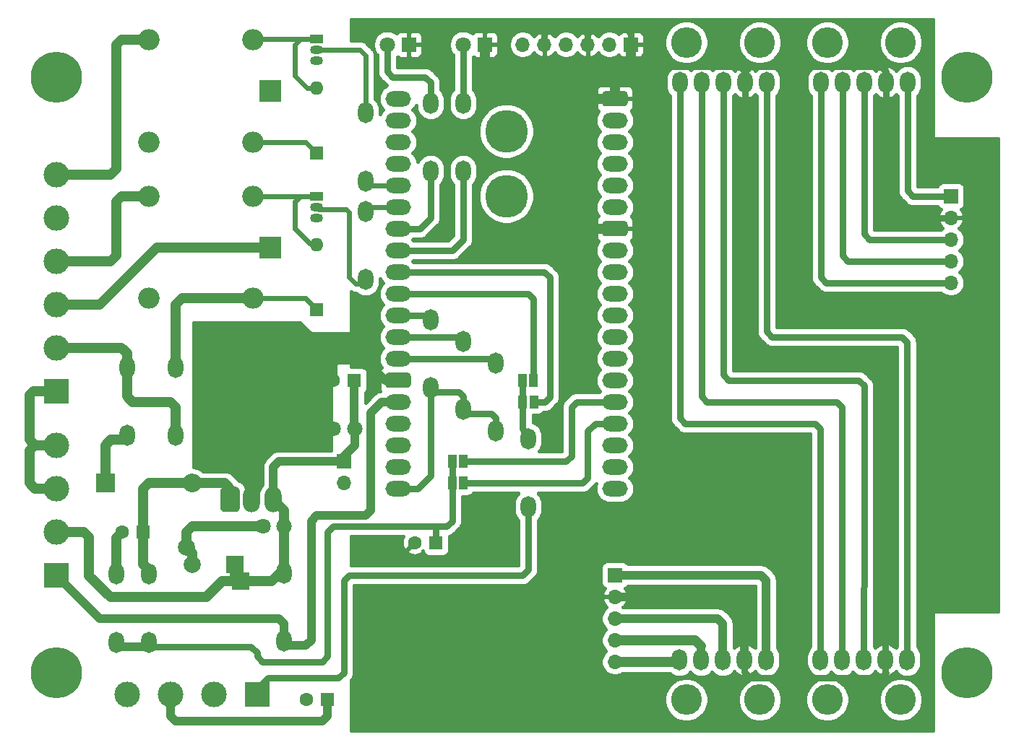
<source format=gbr>
G04 #@! TF.GenerationSoftware,KiCad,Pcbnew,5.1.5+dfsg1-2build2*
G04 #@! TF.CreationDate,2022-08-24T15:36:07+02:00*
G04 #@! TF.ProjectId,capLevelSensorESP,6361704c-6576-4656-9c53-656e736f7245,rev?*
G04 #@! TF.SameCoordinates,Original*
G04 #@! TF.FileFunction,Copper,L1,Top*
G04 #@! TF.FilePolarity,Positive*
%FSLAX46Y46*%
G04 Gerber Fmt 4.6, Leading zero omitted, Abs format (unit mm)*
G04 Created by KiCad (PCBNEW 5.1.5+dfsg1-2build2) date 2022-08-24 15:36:07*
%MOMM*%
%LPD*%
G04 APERTURE LIST*
%ADD10C,0.100000*%
%ADD11O,2.000000X3.000000*%
%ADD12C,0.800000*%
%ADD13C,6.000000*%
%ADD14C,5.000000*%
%ADD15O,1.800000X2.500000*%
%ADD16O,3.600000X3.600000*%
%ADD17O,3.000000X1.800000*%
%ADD18C,3.000000*%
%ADD19R,3.000000X3.000000*%
%ADD20O,2.500000X2.500000*%
%ADD21R,2.500000X2.500000*%
%ADD22O,2.200000X2.200000*%
%ADD23R,2.200000X2.200000*%
%ADD24C,1.600000*%
%ADD25R,1.600000X1.600000*%
%ADD26R,1.500000X1.050000*%
%ADD27O,1.500000X1.050000*%
%ADD28R,1.000000X1.500000*%
%ADD29O,1.700000X1.700000*%
%ADD30R,1.700000X1.700000*%
%ADD31O,1.600000X1.600000*%
%ADD32C,1.800000*%
%ADD33R,1.800000X1.800000*%
%ADD34C,2.000000*%
%ADD35R,2.000000X2.000000*%
%ADD36C,1.200000*%
%ADD37C,0.800000*%
%ADD38C,1.000000*%
%ADD39C,0.600000*%
%ADD40C,0.400000*%
G04 APERTURE END LIST*
G04 #@! TA.AperFunction,ComponentPad*
D10*
G36*
X77466360Y-131852769D02*
G01*
X77522177Y-131861048D01*
X77576914Y-131874759D01*
X77630043Y-131893769D01*
X77681053Y-131917895D01*
X77729453Y-131946905D01*
X77774776Y-131980519D01*
X77816586Y-132018414D01*
X77854481Y-132060224D01*
X77888095Y-132105547D01*
X77917105Y-132153947D01*
X77941231Y-132204957D01*
X77960241Y-132258086D01*
X77973952Y-132312823D01*
X77982231Y-132368640D01*
X77985000Y-132425000D01*
X77985000Y-134275000D01*
X77982231Y-134331360D01*
X77973952Y-134387177D01*
X77960241Y-134441914D01*
X77941231Y-134495043D01*
X77917105Y-134546053D01*
X77888095Y-134594453D01*
X77854481Y-134639776D01*
X77816586Y-134681586D01*
X77774776Y-134719481D01*
X77729453Y-134753095D01*
X77681053Y-134782105D01*
X77630043Y-134806231D01*
X77576914Y-134825241D01*
X77522177Y-134838952D01*
X77466360Y-134847231D01*
X77410000Y-134850000D01*
X76260000Y-134850000D01*
X76203640Y-134847231D01*
X76147823Y-134838952D01*
X76093086Y-134825241D01*
X76039957Y-134806231D01*
X75988947Y-134782105D01*
X75940547Y-134753095D01*
X75895224Y-134719481D01*
X75853414Y-134681586D01*
X75815519Y-134639776D01*
X75781905Y-134594453D01*
X75752895Y-134546053D01*
X75728769Y-134495043D01*
X75709759Y-134441914D01*
X75696048Y-134387177D01*
X75687769Y-134331360D01*
X75685000Y-134275000D01*
X75685000Y-132425000D01*
X75687769Y-132368640D01*
X75696048Y-132312823D01*
X75709759Y-132258086D01*
X75728769Y-132204957D01*
X75752895Y-132153947D01*
X75781905Y-132105547D01*
X75815519Y-132060224D01*
X75853414Y-132018414D01*
X75895224Y-131980519D01*
X75940547Y-131946905D01*
X75988947Y-131917895D01*
X76039957Y-131893769D01*
X76093086Y-131874759D01*
X76147823Y-131861048D01*
X76203640Y-131852769D01*
X76260000Y-131850000D01*
X77410000Y-131850000D01*
X77466360Y-131852769D01*
G37*
G04 #@! TD.AperFunction*
D11*
X79375000Y-133350000D03*
X81915000Y-133350000D03*
G04 #@! TA.AperFunction,ComponentPad*
D10*
G36*
X84924009Y-113042408D02*
G01*
X84972545Y-113049607D01*
X85020142Y-113061530D01*
X85066342Y-113078060D01*
X85110698Y-113099039D01*
X85152785Y-113124265D01*
X85192197Y-113153495D01*
X85228553Y-113186447D01*
X85261505Y-113222803D01*
X85290735Y-113262215D01*
X85315961Y-113304302D01*
X85336940Y-113348658D01*
X85353470Y-113394858D01*
X85365393Y-113442455D01*
X85372592Y-113490991D01*
X85375000Y-113540000D01*
X85375000Y-122540000D01*
X85372592Y-122589009D01*
X85365393Y-122637545D01*
X85353470Y-122685142D01*
X85336940Y-122731342D01*
X85315961Y-122775698D01*
X85290735Y-122817785D01*
X85261505Y-122857197D01*
X85228553Y-122893553D01*
X85192197Y-122926505D01*
X85152785Y-122955735D01*
X85110698Y-122980961D01*
X85066342Y-123001940D01*
X85020142Y-123018470D01*
X84972545Y-123030393D01*
X84924009Y-123037592D01*
X84875000Y-123040000D01*
X73875000Y-123040000D01*
X73825991Y-123037592D01*
X73777455Y-123030393D01*
X73729858Y-123018470D01*
X73683658Y-123001940D01*
X73639302Y-122980961D01*
X73597215Y-122955735D01*
X73557803Y-122926505D01*
X73521447Y-122893553D01*
X73488495Y-122857197D01*
X73459265Y-122817785D01*
X73434039Y-122775698D01*
X73413060Y-122731342D01*
X73396530Y-122685142D01*
X73384607Y-122637545D01*
X73377408Y-122589009D01*
X73375000Y-122540000D01*
X73375000Y-113540000D01*
X73377408Y-113490991D01*
X73384607Y-113442455D01*
X73396530Y-113394858D01*
X73413060Y-113348658D01*
X73434039Y-113304302D01*
X73459265Y-113262215D01*
X73488495Y-113222803D01*
X73521447Y-113186447D01*
X73557803Y-113153495D01*
X73597215Y-113124265D01*
X73639302Y-113099039D01*
X73683658Y-113078060D01*
X73729858Y-113061530D01*
X73777455Y-113049607D01*
X73825991Y-113042408D01*
X73875000Y-113040000D01*
X84875000Y-113040000D01*
X84924009Y-113042408D01*
G37*
G04 #@! TD.AperFunction*
D12*
X164785990Y-152079010D03*
X163195000Y-151420000D03*
X161604010Y-152079010D03*
X160945000Y-153670000D03*
X161604010Y-155260990D03*
X163195000Y-155920000D03*
X164785990Y-155260990D03*
X165445000Y-153670000D03*
D13*
X163195000Y-153670000D03*
D12*
X164785990Y-82229010D03*
X163195000Y-81570000D03*
X161604010Y-82229010D03*
X160945000Y-83820000D03*
X161604010Y-85410990D03*
X163195000Y-86070000D03*
X164785990Y-85410990D03*
X165445000Y-83820000D03*
D13*
X163195000Y-83820000D03*
D14*
X109220000Y-97790000D03*
X109220000Y-90170000D03*
D13*
X56515000Y-83820000D03*
D12*
X58765000Y-83820000D03*
X58105990Y-85410990D03*
X56515000Y-86070000D03*
X54924010Y-85410990D03*
X54265000Y-83820000D03*
X54924010Y-82229010D03*
X56515000Y-81570000D03*
X58105990Y-82229010D03*
D13*
X56515000Y-153670000D03*
D12*
X58765000Y-153670000D03*
X58105990Y-155260990D03*
X56515000Y-155920000D03*
X54924010Y-155260990D03*
X54265000Y-153670000D03*
X54924010Y-152079010D03*
X56515000Y-151420000D03*
X58105990Y-152079010D03*
D15*
X132040000Y-152155000D03*
X137120000Y-152155000D03*
D16*
X138900000Y-156855000D03*
D15*
X129500000Y-152155000D03*
X139660000Y-152155000D03*
X134580000Y-152155000D03*
D16*
X130300000Y-156855000D03*
X130300000Y-79755000D03*
X138900000Y-79755000D03*
D15*
X129540000Y-84455000D03*
X132080000Y-84455000D03*
X134620000Y-84455000D03*
X137160000Y-84455000D03*
X139700000Y-84455000D03*
X148550000Y-152155000D03*
X153630000Y-152155000D03*
D16*
X155410000Y-156855000D03*
D15*
X146010000Y-152155000D03*
X156170000Y-152155000D03*
X151090000Y-152155000D03*
D16*
X146810000Y-156855000D03*
X146810000Y-79755000D03*
X155410000Y-79755000D03*
D15*
X146050000Y-84455000D03*
X148590000Y-84455000D03*
X151130000Y-84455000D03*
X153670000Y-84455000D03*
X156210000Y-84455000D03*
D17*
X121920000Y-99060000D03*
X121920000Y-116840000D03*
X121920000Y-96520000D03*
X121920000Y-91440000D03*
X121920000Y-93980000D03*
X121920000Y-121920000D03*
X121920000Y-127000000D03*
X121920000Y-119380000D03*
G04 #@! TA.AperFunction,ComponentPad*
D10*
G36*
X123014108Y-85462167D02*
G01*
X123057791Y-85468647D01*
X123100628Y-85479377D01*
X123142208Y-85494254D01*
X123182129Y-85513135D01*
X123220007Y-85535839D01*
X123255477Y-85562145D01*
X123288198Y-85591802D01*
X123317855Y-85624523D01*
X123344161Y-85659993D01*
X123366865Y-85697871D01*
X123385746Y-85737792D01*
X123400623Y-85779372D01*
X123411353Y-85822209D01*
X123417833Y-85865892D01*
X123420000Y-85910000D01*
X123420000Y-86810000D01*
X123417833Y-86854108D01*
X123411353Y-86897791D01*
X123400623Y-86940628D01*
X123385746Y-86982208D01*
X123366865Y-87022129D01*
X123344161Y-87060007D01*
X123317855Y-87095477D01*
X123288198Y-87128198D01*
X123255477Y-87157855D01*
X123220007Y-87184161D01*
X123182129Y-87206865D01*
X123142208Y-87225746D01*
X123100628Y-87240623D01*
X123057791Y-87251353D01*
X123014108Y-87257833D01*
X122970000Y-87260000D01*
X120870000Y-87260000D01*
X120825892Y-87257833D01*
X120782209Y-87251353D01*
X120739372Y-87240623D01*
X120697792Y-87225746D01*
X120657871Y-87206865D01*
X120619993Y-87184161D01*
X120584523Y-87157855D01*
X120551802Y-87128198D01*
X120522145Y-87095477D01*
X120495839Y-87060007D01*
X120473135Y-87022129D01*
X120454254Y-86982208D01*
X120439377Y-86940628D01*
X120428647Y-86897791D01*
X120422167Y-86854108D01*
X120420000Y-86810000D01*
X120420000Y-85910000D01*
X120422167Y-85865892D01*
X120428647Y-85822209D01*
X120439377Y-85779372D01*
X120454254Y-85737792D01*
X120473135Y-85697871D01*
X120495839Y-85659993D01*
X120522145Y-85624523D01*
X120551802Y-85591802D01*
X120584523Y-85562145D01*
X120619993Y-85535839D01*
X120657871Y-85513135D01*
X120697792Y-85494254D01*
X120739372Y-85479377D01*
X120782209Y-85468647D01*
X120825892Y-85462167D01*
X120870000Y-85460000D01*
X122970000Y-85460000D01*
X123014108Y-85462167D01*
G37*
G04 #@! TD.AperFunction*
D17*
X121920000Y-132080000D03*
X121920000Y-129540000D03*
X121920000Y-109220000D03*
X121920000Y-104140000D03*
X121920000Y-106680000D03*
X121920000Y-114300000D03*
X121920000Y-124460000D03*
X121920000Y-111760000D03*
G04 #@! TA.AperFunction,ComponentPad*
D10*
G36*
X123014108Y-100702167D02*
G01*
X123057791Y-100708647D01*
X123100628Y-100719377D01*
X123142208Y-100734254D01*
X123182129Y-100753135D01*
X123220007Y-100775839D01*
X123255477Y-100802145D01*
X123288198Y-100831802D01*
X123317855Y-100864523D01*
X123344161Y-100899993D01*
X123366865Y-100937871D01*
X123385746Y-100977792D01*
X123400623Y-101019372D01*
X123411353Y-101062209D01*
X123417833Y-101105892D01*
X123420000Y-101150000D01*
X123420000Y-102050000D01*
X123417833Y-102094108D01*
X123411353Y-102137791D01*
X123400623Y-102180628D01*
X123385746Y-102222208D01*
X123366865Y-102262129D01*
X123344161Y-102300007D01*
X123317855Y-102335477D01*
X123288198Y-102368198D01*
X123255477Y-102397855D01*
X123220007Y-102424161D01*
X123182129Y-102446865D01*
X123142208Y-102465746D01*
X123100628Y-102480623D01*
X123057791Y-102491353D01*
X123014108Y-102497833D01*
X122970000Y-102500000D01*
X120870000Y-102500000D01*
X120825892Y-102497833D01*
X120782209Y-102491353D01*
X120739372Y-102480623D01*
X120697792Y-102465746D01*
X120657871Y-102446865D01*
X120619993Y-102424161D01*
X120584523Y-102397855D01*
X120551802Y-102368198D01*
X120522145Y-102335477D01*
X120495839Y-102300007D01*
X120473135Y-102262129D01*
X120454254Y-102222208D01*
X120439377Y-102180628D01*
X120428647Y-102137791D01*
X120422167Y-102094108D01*
X120420000Y-102050000D01*
X120420000Y-101150000D01*
X120422167Y-101105892D01*
X120428647Y-101062209D01*
X120439377Y-101019372D01*
X120454254Y-100977792D01*
X120473135Y-100937871D01*
X120495839Y-100899993D01*
X120522145Y-100864523D01*
X120551802Y-100831802D01*
X120584523Y-100802145D01*
X120619993Y-100775839D01*
X120657871Y-100753135D01*
X120697792Y-100734254D01*
X120739372Y-100719377D01*
X120782209Y-100708647D01*
X120825892Y-100702167D01*
X120870000Y-100700000D01*
X122970000Y-100700000D01*
X123014108Y-100702167D01*
G37*
G04 #@! TD.AperFunction*
D17*
X121920000Y-88900000D03*
X96520000Y-99060000D03*
X96520000Y-88900000D03*
X96520000Y-101600000D03*
X96520000Y-104140000D03*
X96520000Y-106680000D03*
X96520000Y-86360000D03*
X96520000Y-91440000D03*
X96520000Y-93980000D03*
X96520000Y-96520000D03*
X96520000Y-129540000D03*
X96520000Y-132080000D03*
X96520000Y-124460000D03*
X96520000Y-127000000D03*
G04 #@! TA.AperFunction,ComponentPad*
D10*
G36*
X97614108Y-118482167D02*
G01*
X97657791Y-118488647D01*
X97700628Y-118499377D01*
X97742208Y-118514254D01*
X97782129Y-118533135D01*
X97820007Y-118555839D01*
X97855477Y-118582145D01*
X97888198Y-118611802D01*
X97917855Y-118644523D01*
X97944161Y-118679993D01*
X97966865Y-118717871D01*
X97985746Y-118757792D01*
X98000623Y-118799372D01*
X98011353Y-118842209D01*
X98017833Y-118885892D01*
X98020000Y-118930000D01*
X98020000Y-119830000D01*
X98017833Y-119874108D01*
X98011353Y-119917791D01*
X98000623Y-119960628D01*
X97985746Y-120002208D01*
X97966865Y-120042129D01*
X97944161Y-120080007D01*
X97917855Y-120115477D01*
X97888198Y-120148198D01*
X97855477Y-120177855D01*
X97820007Y-120204161D01*
X97782129Y-120226865D01*
X97742208Y-120245746D01*
X97700628Y-120260623D01*
X97657791Y-120271353D01*
X97614108Y-120277833D01*
X97570000Y-120280000D01*
X95470000Y-120280000D01*
X95425892Y-120277833D01*
X95382209Y-120271353D01*
X95339372Y-120260623D01*
X95297792Y-120245746D01*
X95257871Y-120226865D01*
X95219993Y-120204161D01*
X95184523Y-120177855D01*
X95151802Y-120148198D01*
X95122145Y-120115477D01*
X95095839Y-120080007D01*
X95073135Y-120042129D01*
X95054254Y-120002208D01*
X95039377Y-119960628D01*
X95028647Y-119917791D01*
X95022167Y-119874108D01*
X95020000Y-119830000D01*
X95020000Y-118930000D01*
X95022167Y-118885892D01*
X95028647Y-118842209D01*
X95039377Y-118799372D01*
X95054254Y-118757792D01*
X95073135Y-118717871D01*
X95095839Y-118679993D01*
X95122145Y-118644523D01*
X95151802Y-118611802D01*
X95184523Y-118582145D01*
X95219993Y-118555839D01*
X95257871Y-118533135D01*
X95297792Y-118514254D01*
X95339372Y-118499377D01*
X95382209Y-118488647D01*
X95425892Y-118482167D01*
X95470000Y-118480000D01*
X97570000Y-118480000D01*
X97614108Y-118482167D01*
G37*
G04 #@! TD.AperFunction*
D17*
X96520000Y-121920000D03*
X96520000Y-109220000D03*
X96520000Y-111760000D03*
X96520000Y-114300000D03*
X96520000Y-116840000D03*
D18*
X56515000Y-95250000D03*
X56515000Y-100330000D03*
X56515000Y-105410000D03*
D19*
X56515000Y-120650000D03*
D18*
X56515000Y-110490000D03*
X56515000Y-115570000D03*
D20*
X79510000Y-91440000D03*
X67310000Y-91440000D03*
X67310000Y-79440000D03*
X79510000Y-79440000D03*
D21*
X81510000Y-85440000D03*
D20*
X79510000Y-109790000D03*
X67310000Y-109790000D03*
X67310000Y-97790000D03*
X79510000Y-97790000D03*
D21*
X81510000Y-103790000D03*
D15*
X92710000Y-96020000D03*
X92710000Y-88020000D03*
D22*
X72390000Y-131445000D03*
D23*
X62230000Y-131445000D03*
D24*
X98465000Y-138430000D03*
D25*
X100965000Y-138430000D03*
D24*
X64175000Y-137160000D03*
D25*
X66675000Y-137160000D03*
D15*
X107950000Y-125340000D03*
X107950000Y-117340000D03*
X104140000Y-122800000D03*
X104140000Y-114800000D03*
X100330000Y-120260000D03*
X100330000Y-112260000D03*
X83185000Y-141995000D03*
X83185000Y-149995000D03*
X111760000Y-134230000D03*
X111760000Y-126230000D03*
X92710000Y-99560000D03*
X92710000Y-107560000D03*
X100330000Y-86860000D03*
X100330000Y-94860000D03*
X104140000Y-86860000D03*
X104140000Y-94860000D03*
X63500000Y-142105000D03*
X63500000Y-150105000D03*
X67310000Y-150105000D03*
X67310000Y-142105000D03*
D26*
X86995000Y-97790000D03*
D27*
X86995000Y-100330000D03*
X86995000Y-99060000D03*
D26*
X86995000Y-79375000D03*
D27*
X86995000Y-81915000D03*
X86995000Y-80645000D03*
D28*
X104170000Y-131445000D03*
X102870000Y-131445000D03*
X104155000Y-128905000D03*
X102855000Y-128905000D03*
X111095000Y-119380000D03*
X112395000Y-119380000D03*
D29*
X90170000Y-131445000D03*
D30*
X90170000Y-128905000D03*
D28*
X111125000Y-121920000D03*
X112425000Y-121920000D03*
D29*
X121920000Y-152400000D03*
X121920000Y-149860000D03*
X121920000Y-147320000D03*
X121920000Y-144780000D03*
D30*
X121920000Y-142240000D03*
D29*
X111125000Y-80010000D03*
X113665000Y-80010000D03*
X116205000Y-80010000D03*
X118745000Y-80010000D03*
X121285000Y-80010000D03*
D30*
X123825000Y-80010000D03*
D29*
X161290000Y-107950000D03*
X161290000Y-105410000D03*
X161290000Y-102870000D03*
X161290000Y-100330000D03*
D30*
X161290000Y-97790000D03*
D18*
X64770000Y-156210000D03*
D19*
X80010000Y-156210000D03*
D18*
X69850000Y-156210000D03*
X74930000Y-156210000D03*
X56515000Y-127000000D03*
D19*
X56515000Y-142240000D03*
D18*
X56515000Y-132080000D03*
X56515000Y-137160000D03*
D15*
X70485000Y-125865000D03*
X70485000Y-117865000D03*
X64770000Y-125865000D03*
X64770000Y-117865000D03*
D31*
X86995000Y-103505000D03*
D25*
X86995000Y-111125000D03*
D31*
X86995000Y-85090000D03*
D25*
X86995000Y-92710000D03*
D32*
X95250000Y-80010000D03*
D33*
X97790000Y-80010000D03*
D32*
X104140000Y-80010000D03*
D33*
X106680000Y-80010000D03*
D34*
X71760712Y-138970000D03*
D35*
X78105000Y-142970000D03*
D34*
X72432856Y-140970000D03*
D35*
X77432856Y-140970000D03*
D32*
X83185000Y-136525000D03*
X80685000Y-136525000D03*
D24*
X88900000Y-119380000D03*
D25*
X91400000Y-119380000D03*
D24*
X85765000Y-156845000D03*
D25*
X88265000Y-156845000D03*
D32*
X91440000Y-125095000D03*
X88940000Y-125095000D03*
D12*
X80645000Y-119380000D03*
X78105000Y-119380000D03*
X76835000Y-119380000D03*
X76835000Y-118110000D03*
X81915000Y-119380000D03*
X81915000Y-118110000D03*
X74295000Y-121920000D03*
X75565000Y-121920000D03*
X76835000Y-121920000D03*
X78105000Y-121920000D03*
X80645000Y-121920000D03*
X81915000Y-121920000D03*
X83185000Y-121920000D03*
X84455000Y-121920000D03*
X83185000Y-119380000D03*
X83185000Y-118110000D03*
X84455000Y-118110000D03*
X84455000Y-119380000D03*
X84455000Y-120650000D03*
X83185000Y-120650000D03*
X81915000Y-120650000D03*
X80645000Y-120650000D03*
X78105000Y-120650000D03*
X76835000Y-120650000D03*
X75565000Y-120650000D03*
X74295000Y-120650000D03*
X75565000Y-119380000D03*
X74295000Y-119380000D03*
X75565000Y-118110000D03*
X74295000Y-118110000D03*
X74295000Y-114300000D03*
X75565000Y-114300000D03*
X76835000Y-114300000D03*
X78105000Y-114300000D03*
X79375000Y-114300000D03*
X80645000Y-114300000D03*
X81915000Y-114300000D03*
X83185000Y-114300000D03*
X84455000Y-114300000D03*
X84455000Y-115570000D03*
X83185000Y-115570000D03*
X81915000Y-115570000D03*
X76835000Y-115570000D03*
X75565000Y-115570000D03*
X74295000Y-115570000D03*
X74295000Y-116840000D03*
X75565000Y-116840000D03*
X76835000Y-116840000D03*
X81915000Y-116840000D03*
X83185000Y-116840000D03*
X84455000Y-116840000D03*
X79375000Y-120650000D03*
X79375000Y-121920000D03*
X79375000Y-119380000D03*
D36*
X72390000Y-131445000D02*
X76200000Y-131445000D01*
X76835000Y-132080000D02*
X76835000Y-133350000D01*
X76200000Y-131445000D02*
X76835000Y-132080000D01*
X72390000Y-131445000D02*
X67310000Y-131445000D01*
X66675000Y-132080000D02*
X66675000Y-137160000D01*
X67310000Y-131445000D02*
X66675000Y-132080000D01*
X66675000Y-140970000D02*
X67310000Y-141605000D01*
X66675000Y-137160000D02*
X66675000Y-140970000D01*
X62230000Y-131445000D02*
X62230000Y-127000000D01*
X62230000Y-127000000D02*
X62865000Y-126365000D01*
X62865000Y-126365000D02*
X64770000Y-126365000D01*
D37*
X104140000Y-86360000D02*
X104140000Y-80010000D01*
D36*
X53815000Y-120650000D02*
X56515000Y-120650000D01*
X53340000Y-121125000D02*
X53815000Y-120650000D01*
X53340000Y-126365000D02*
X53340000Y-121125000D01*
X53975000Y-127000000D02*
X53340000Y-126365000D01*
X56515000Y-127000000D02*
X53975000Y-127000000D01*
X56515000Y-132080000D02*
X53975000Y-132080000D01*
X53975000Y-132080000D02*
X53340000Y-131445000D01*
X53340000Y-131445000D02*
X53340000Y-127635000D01*
X53340000Y-127635000D02*
X53975000Y-127000000D01*
X80685000Y-136525000D02*
X72390000Y-136525000D01*
X72390000Y-136525000D02*
X71760712Y-137154288D01*
X72432856Y-139642144D02*
X71760712Y-138970000D01*
X72432856Y-140970000D02*
X72432856Y-139642144D01*
D38*
X95020000Y-119380000D02*
X92480000Y-116840000D01*
X96520000Y-119380000D02*
X95020000Y-119380000D01*
X92480000Y-116840000D02*
X89535000Y-116840000D01*
X88900000Y-117475000D02*
X88900000Y-119380000D01*
X89535000Y-116840000D02*
X88900000Y-117475000D01*
D37*
X136525000Y-82550000D02*
X137160000Y-83185000D01*
X113665000Y-80010000D02*
X113665000Y-78740000D01*
X113665000Y-78740000D02*
X114300000Y-78105000D01*
X114300000Y-78105000D02*
X118110000Y-78105000D01*
X118110000Y-78105000D02*
X118745000Y-78740000D01*
X118745000Y-78740000D02*
X118745000Y-80010000D01*
X123825000Y-80010000D02*
X123825000Y-78740000D01*
X123825000Y-78740000D02*
X123190000Y-78105000D01*
X123190000Y-78105000D02*
X119380000Y-78105000D01*
X119380000Y-78105000D02*
X118745000Y-78740000D01*
X123825000Y-80010000D02*
X123825000Y-81915000D01*
D38*
X121920000Y-144780000D02*
X136525000Y-144780000D01*
X136525000Y-144780000D02*
X137160000Y-145415000D01*
X137120000Y-145455000D02*
X137120000Y-152155000D01*
X137160000Y-145415000D02*
X137120000Y-145455000D01*
D37*
X136525000Y-82550000D02*
X124460000Y-82550000D01*
X124460000Y-82550000D02*
X123825000Y-81915000D01*
D36*
X71760712Y-137800712D02*
X71755000Y-137795000D01*
X71760712Y-138970000D02*
X71760712Y-137800712D01*
X71760712Y-137154288D02*
X71755000Y-137795000D01*
X63500000Y-137835000D02*
X64175000Y-137160000D01*
X63500000Y-141605000D02*
X63500000Y-137835000D01*
X121285000Y-83820000D02*
X121920000Y-84455000D01*
X121920000Y-84455000D02*
X121920000Y-86360000D01*
X107315000Y-83820000D02*
X121285000Y-83820000D01*
X106680000Y-83185000D02*
X107315000Y-83820000D01*
X106680000Y-80010000D02*
X106680000Y-83185000D01*
X123825000Y-83185000D02*
X123825000Y-80010000D01*
X123190000Y-83820000D02*
X123825000Y-83185000D01*
X121285000Y-83820000D02*
X123190000Y-83820000D01*
X121920000Y-101600000D02*
X118745000Y-101600000D01*
X118745000Y-101600000D02*
X118110000Y-100965000D01*
X118110000Y-100965000D02*
X118110000Y-86995000D01*
X118110000Y-86995000D02*
X118745000Y-86360000D01*
X118745000Y-86360000D02*
X121920000Y-86360000D01*
D37*
X154305000Y-100330000D02*
X161290000Y-100330000D01*
X153670000Y-99695000D02*
X154305000Y-100330000D01*
X153670000Y-84455000D02*
X153670000Y-99695000D01*
X153035000Y-116840000D02*
X137795000Y-116840000D01*
X137795000Y-116840000D02*
X137160000Y-116205000D01*
X153630000Y-152155000D02*
X153630000Y-117435000D01*
X153630000Y-117435000D02*
X153035000Y-116840000D01*
X137160000Y-116205000D02*
X137160000Y-84455000D01*
X137160000Y-84455000D02*
X137160000Y-83185000D01*
X137160000Y-83185000D02*
X137795000Y-82550000D01*
X137795000Y-82550000D02*
X153035000Y-82550000D01*
X153035000Y-82550000D02*
X153670000Y-83185000D01*
X153670000Y-83185000D02*
X153670000Y-84455000D01*
X137120000Y-152155000D02*
X137120000Y-153630000D01*
X137120000Y-153630000D02*
X137795000Y-154305000D01*
X137795000Y-154305000D02*
X153035000Y-154305000D01*
X153035000Y-154305000D02*
X153670000Y-153670000D01*
X153630000Y-153630000D02*
X153630000Y-152155000D01*
X153670000Y-153670000D02*
X153630000Y-153630000D01*
D36*
X79375000Y-133350000D02*
X79375000Y-121920000D01*
X88265000Y-116840000D02*
X88900000Y-117475000D01*
X79375000Y-116840000D02*
X81915000Y-116840000D01*
X81915000Y-116840000D02*
X83185000Y-116840000D01*
X83185000Y-116840000D02*
X84455000Y-116840000D01*
X84455000Y-116840000D02*
X88265000Y-116840000D01*
X79375000Y-120650000D02*
X79375000Y-119380000D01*
X79375000Y-121920000D02*
X79375000Y-120650000D01*
X79375000Y-119380000D02*
X79375000Y-116840000D01*
D37*
X95250000Y-80010000D02*
X95250000Y-83185000D01*
X95250000Y-83185000D02*
X95885000Y-83820000D01*
X95885000Y-83820000D02*
X99695000Y-83820000D01*
X100330000Y-84455000D02*
X100330000Y-86360000D01*
X99695000Y-83820000D02*
X100330000Y-84455000D01*
D39*
X79575000Y-79375000D02*
X79510000Y-79440000D01*
X85863630Y-85090000D02*
X84455000Y-83681370D01*
X86995000Y-85090000D02*
X85863630Y-85090000D01*
X84455000Y-80010000D02*
X85090000Y-79375000D01*
X84455000Y-83681370D02*
X84455000Y-80010000D01*
X85090000Y-79375000D02*
X79575000Y-79375000D01*
X86995000Y-79375000D02*
X85090000Y-79375000D01*
X85725000Y-91440000D02*
X86995000Y-92710000D01*
X79510000Y-91440000D02*
X85725000Y-91440000D01*
X85660000Y-109790000D02*
X86995000Y-111125000D01*
X79510000Y-109790000D02*
X85660000Y-109790000D01*
D36*
X71185000Y-109790000D02*
X79510000Y-109790000D01*
X70485000Y-110490000D02*
X71185000Y-109790000D01*
X70485000Y-117365000D02*
X70485000Y-110490000D01*
D39*
X86995000Y-103505000D02*
X86360000Y-103505000D01*
X86360000Y-103505000D02*
X84455000Y-101600000D01*
X84455000Y-101600000D02*
X84455000Y-98425000D01*
X84455000Y-98425000D02*
X85090000Y-97790000D01*
X85090000Y-97790000D02*
X86995000Y-97790000D01*
X79510000Y-97790000D02*
X85090000Y-97790000D01*
D36*
X56515000Y-115570000D02*
X64135000Y-115570000D01*
X64135000Y-115570000D02*
X64770000Y-116205000D01*
X64770000Y-116205000D02*
X64770000Y-117365000D01*
X64770000Y-117365000D02*
X64770000Y-121285000D01*
X64770000Y-121285000D02*
X65405000Y-121920000D01*
X65405000Y-121920000D02*
X69850000Y-121920000D01*
X70485000Y-122555000D02*
X70485000Y-126365000D01*
X69850000Y-121920000D02*
X70485000Y-122555000D01*
X63500000Y-80010000D02*
X64070000Y-79440000D01*
X63500000Y-94615000D02*
X63500000Y-80010000D01*
X62865000Y-95250000D02*
X63500000Y-94615000D01*
X64070000Y-79440000D02*
X67310000Y-79440000D01*
X56515000Y-95250000D02*
X62865000Y-95250000D01*
X56515000Y-105410000D02*
X62865000Y-105410000D01*
X62865000Y-105410000D02*
X63500000Y-104775000D01*
X63500000Y-104775000D02*
X63500000Y-98425000D01*
X64135000Y-97790000D02*
X67310000Y-97790000D01*
X63500000Y-98425000D02*
X64135000Y-97790000D01*
X77432856Y-142297856D02*
X78105000Y-142970000D01*
X77432856Y-140970000D02*
X77432856Y-142297856D01*
X74084990Y-144790010D02*
X62795833Y-144790010D01*
X75905000Y-142970000D02*
X74084990Y-144790010D01*
X78105000Y-142970000D02*
X75905000Y-142970000D01*
X62795833Y-144790010D02*
X60325000Y-142319177D01*
X60325000Y-142319177D02*
X60325000Y-137795000D01*
X59690000Y-137160000D02*
X56515000Y-137160000D01*
X60325000Y-137795000D02*
X59690000Y-137160000D01*
X81915000Y-133350000D02*
X83185000Y-134620000D01*
X83185000Y-134620000D02*
X83185000Y-136525000D01*
X83185000Y-136525000D02*
X83185000Y-141495000D01*
X81710000Y-142970000D02*
X83185000Y-141495000D01*
X78105000Y-142970000D02*
X81710000Y-142970000D01*
D38*
X91400000Y-125055000D02*
X91440000Y-125095000D01*
X91400000Y-119380000D02*
X91400000Y-125055000D01*
X90170000Y-128905000D02*
X90170000Y-128270000D01*
X90170000Y-128270000D02*
X91440000Y-127000000D01*
X91440000Y-127000000D02*
X91440000Y-125095000D01*
X90170000Y-128905000D02*
X82550000Y-128905000D01*
X82550000Y-128905000D02*
X81915000Y-129540000D01*
X81915000Y-129540000D02*
X81915000Y-133350000D01*
X121920000Y-142240000D02*
X139065000Y-142240000D01*
X139660000Y-142835000D02*
X139660000Y-152155000D01*
X139065000Y-142240000D02*
X139660000Y-142835000D01*
D37*
X156210000Y-84455000D02*
X156210000Y-97155000D01*
X156210000Y-97155000D02*
X156845000Y-97790000D01*
X156845000Y-97790000D02*
X161290000Y-97790000D01*
X156170000Y-152155000D02*
X156170000Y-114895000D01*
X156170000Y-114895000D02*
X155575000Y-114300000D01*
X140335000Y-114300000D02*
X139700000Y-113665000D01*
X155575000Y-114300000D02*
X140335000Y-114300000D01*
X139700000Y-84455000D02*
X139700000Y-113665000D01*
D38*
X70485000Y-159385000D02*
X69850000Y-158750000D01*
X69850000Y-158750000D02*
X69850000Y-156210000D01*
X87630000Y-159385000D02*
X70485000Y-159385000D01*
X88265000Y-158750000D02*
X87630000Y-159385000D01*
X88265000Y-156845000D02*
X88265000Y-158750000D01*
X85725000Y-150495000D02*
X83185000Y-150495000D01*
X86360000Y-149860000D02*
X85725000Y-150495000D01*
X86360000Y-135890000D02*
X86360000Y-149860000D01*
X86995000Y-135255000D02*
X86360000Y-135890000D01*
X93345000Y-134620000D02*
X92710000Y-135255000D01*
X93345000Y-123190000D02*
X93345000Y-134620000D01*
X94615000Y-121920000D02*
X93345000Y-123190000D01*
X92710000Y-135255000D02*
X86995000Y-135255000D01*
X96520000Y-121920000D02*
X94615000Y-121920000D01*
X83185000Y-147955000D02*
X83185000Y-150495000D01*
X82550000Y-147320000D02*
X83185000Y-147955000D01*
X61595000Y-147320000D02*
X82550000Y-147320000D01*
X56515000Y-142240000D02*
X61595000Y-147320000D01*
D37*
X111125000Y-142240000D02*
X111760000Y-141605000D01*
X90805000Y-142240000D02*
X111125000Y-142240000D01*
X90170000Y-142875000D02*
X90805000Y-142240000D01*
X90170000Y-153670000D02*
X90170000Y-142875000D01*
X89535000Y-154305000D02*
X90170000Y-153670000D01*
X81280000Y-154305000D02*
X89535000Y-154305000D01*
X80010000Y-155575000D02*
X81280000Y-154305000D01*
X111760000Y-141605000D02*
X111760000Y-134730000D01*
X80010000Y-156845000D02*
X80010000Y-155575000D01*
D39*
X92710000Y-81280000D02*
X92710000Y-87520000D01*
X92075000Y-80645000D02*
X92710000Y-81280000D01*
X86995000Y-80645000D02*
X88265000Y-80645000D01*
X88265000Y-80645000D02*
X92075000Y-80645000D01*
X87630000Y-80645000D02*
X88265000Y-80645000D01*
X87239990Y-99304990D02*
X90414990Y-99304990D01*
X86995000Y-99060000D02*
X87239990Y-99304990D01*
X90414990Y-99304990D02*
X90805000Y-99695000D01*
X90805000Y-99695000D02*
X90805000Y-107315000D01*
X91550000Y-108060000D02*
X92710000Y-108060000D01*
X90805000Y-107315000D02*
X91550000Y-108060000D01*
D38*
X63500000Y-150605000D02*
X67310000Y-150605000D01*
D37*
X102855000Y-135875000D02*
X102855000Y-128905000D01*
X102870000Y-135890000D02*
X102855000Y-135875000D01*
X102235000Y-136525000D02*
X102870000Y-135890000D01*
X88265000Y-151765000D02*
X88265000Y-137160000D01*
X80645000Y-152400000D02*
X87630000Y-152400000D01*
X87630000Y-152400000D02*
X88265000Y-151765000D01*
X80010000Y-151765000D02*
X80645000Y-152400000D01*
X80010000Y-151350000D02*
X80010000Y-151765000D01*
X79265000Y-150605000D02*
X80010000Y-151350000D01*
X88265000Y-137160000D02*
X88900000Y-136525000D01*
X67310000Y-150605000D02*
X79265000Y-150605000D01*
X100660000Y-136525000D02*
X100330000Y-136525000D01*
X100965000Y-136830000D02*
X100660000Y-136525000D01*
X100965000Y-138430000D02*
X100965000Y-136830000D01*
X100330000Y-136525000D02*
X102235000Y-136525000D01*
X88900000Y-136525000D02*
X100330000Y-136525000D01*
X104140000Y-102870000D02*
X104140000Y-95360000D01*
X102870000Y-104140000D02*
X104140000Y-102870000D01*
X96520000Y-104140000D02*
X102870000Y-104140000D01*
X96520000Y-101600000D02*
X99060000Y-101600000D01*
X100330000Y-100330000D02*
X100330000Y-95360000D01*
X99060000Y-101600000D02*
X100330000Y-100330000D01*
D39*
X96520000Y-96520000D02*
X92710000Y-96520000D01*
X92710000Y-99060000D02*
X96520000Y-99060000D01*
D37*
X111125000Y-119380000D02*
X111125000Y-122555000D01*
X111125000Y-125095000D02*
X111760000Y-125730000D01*
X111125000Y-122555000D02*
X111125000Y-125095000D01*
X96520000Y-111760000D02*
X100330000Y-111760000D01*
X151765000Y-102870000D02*
X161290000Y-102870000D01*
X151130000Y-102235000D02*
X151765000Y-102870000D01*
X151130000Y-84455000D02*
X151130000Y-102235000D01*
X96520000Y-114300000D02*
X104140000Y-114300000D01*
X148590000Y-84455000D02*
X148590000Y-104775000D01*
X148590000Y-104775000D02*
X149225000Y-105410000D01*
X149225000Y-105410000D02*
X161290000Y-105410000D01*
X96520000Y-116840000D02*
X107950000Y-116840000D01*
X146050000Y-84455000D02*
X146050000Y-107315000D01*
X146050000Y-107315000D02*
X146685000Y-107950000D01*
X146685000Y-107950000D02*
X161290000Y-107950000D01*
D38*
X132040000Y-152155000D02*
X132040000Y-150535000D01*
D36*
X131365000Y-149860000D02*
X132040000Y-150535000D01*
X121920000Y-149860000D02*
X131365000Y-149860000D01*
D37*
X129500000Y-152155000D02*
X129150000Y-152155000D01*
X129150000Y-152155000D02*
X128905000Y-152400000D01*
D36*
X129255000Y-152400000D02*
X129500000Y-152155000D01*
X121920000Y-152400000D02*
X129255000Y-152400000D01*
D38*
X121920000Y-147320000D02*
X133985000Y-147320000D01*
X134580000Y-147915000D02*
X134580000Y-152155000D01*
X133985000Y-147320000D02*
X134580000Y-147915000D01*
D37*
X113725000Y-121920000D02*
X112425000Y-121920000D01*
X114300000Y-121345000D02*
X113725000Y-121920000D01*
X114300000Y-107315000D02*
X114300000Y-121345000D01*
X113665000Y-106680000D02*
X114300000Y-107315000D01*
X96520000Y-106680000D02*
X113665000Y-106680000D01*
X112395000Y-109855000D02*
X112395000Y-119380000D01*
X111760000Y-109220000D02*
X112395000Y-109855000D01*
X96520000Y-109220000D02*
X111760000Y-109220000D01*
X104155000Y-128905000D02*
X116205000Y-128905000D01*
X116205000Y-128905000D02*
X116840000Y-128270000D01*
X116840000Y-128270000D02*
X116840000Y-122555000D01*
X117475000Y-121920000D02*
X121920000Y-121920000D01*
X116840000Y-122555000D02*
X117475000Y-121920000D01*
X119620000Y-124460000D02*
X118745000Y-125335000D01*
X121920000Y-124460000D02*
X119620000Y-124460000D01*
X104170000Y-131445000D02*
X118110000Y-131445000D01*
X118110000Y-131445000D02*
X118745000Y-130810000D01*
X118745000Y-130810000D02*
X118745000Y-125335000D01*
X132715000Y-121920000D02*
X132080000Y-121285000D01*
X147955000Y-121920000D02*
X132715000Y-121920000D01*
X148550000Y-122515000D02*
X147955000Y-121920000D01*
X148550000Y-152155000D02*
X148550000Y-122515000D01*
X132080000Y-84455000D02*
X132080000Y-121285000D01*
X130175000Y-124460000D02*
X129540000Y-123825000D01*
X145415000Y-124460000D02*
X130175000Y-124460000D01*
X146010000Y-125055000D02*
X145415000Y-124460000D01*
X146010000Y-152155000D02*
X146010000Y-125055000D01*
X129540000Y-84455000D02*
X129540000Y-123825000D01*
X151130000Y-135255000D02*
X151090000Y-152155000D01*
X151130000Y-135255000D02*
X151130000Y-120015000D01*
X151130000Y-120015000D02*
X150495000Y-119380000D01*
X135255000Y-119380000D02*
X134620000Y-118745000D01*
X150495000Y-119380000D02*
X135255000Y-119380000D01*
X134620000Y-84455000D02*
X134620000Y-118745000D01*
X107950000Y-125840000D02*
X107950000Y-123825000D01*
X107425000Y-123300000D02*
X104140000Y-123300000D01*
X107950000Y-123825000D02*
X107425000Y-123300000D01*
X100330000Y-120760000D02*
X103615000Y-120760000D01*
X104140000Y-121285000D02*
X104140000Y-123300000D01*
X103615000Y-120760000D02*
X104140000Y-121285000D01*
X100330000Y-130570000D02*
X100330000Y-120760000D01*
X98820000Y-132080000D02*
X100330000Y-130570000D01*
X96520000Y-132080000D02*
X98820000Y-132080000D01*
D36*
X61595000Y-110490000D02*
X56515000Y-110490000D01*
X68295000Y-103790000D02*
X61595000Y-110490000D01*
X81510000Y-103790000D02*
X68295000Y-103790000D01*
D40*
G36*
X159185000Y-90805000D02*
G01*
X159188843Y-90844018D01*
X159200224Y-90881537D01*
X159218706Y-90916114D01*
X159243579Y-90946421D01*
X159273886Y-90971294D01*
X159308463Y-90989776D01*
X159345982Y-91001157D01*
X159385000Y-91005000D01*
X166805000Y-91005000D01*
X166805000Y-146485000D01*
X159385000Y-146485000D01*
X159345982Y-146488843D01*
X159308463Y-146500224D01*
X159273886Y-146518706D01*
X159243579Y-146543579D01*
X159218706Y-146573886D01*
X159200224Y-146608463D01*
X159188843Y-146645982D01*
X159185000Y-146685000D01*
X159185000Y-160455000D01*
X91005000Y-160455000D01*
X91005000Y-156598922D01*
X127700000Y-156598922D01*
X127700000Y-157111078D01*
X127799917Y-157613392D01*
X127995910Y-158086562D01*
X128280448Y-158512403D01*
X128642597Y-158874552D01*
X129068438Y-159159090D01*
X129541608Y-159355083D01*
X130043922Y-159455000D01*
X130556078Y-159455000D01*
X131058392Y-159355083D01*
X131531562Y-159159090D01*
X131957403Y-158874552D01*
X132319552Y-158512403D01*
X132604090Y-158086562D01*
X132800083Y-157613392D01*
X132900000Y-157111078D01*
X132900000Y-156598922D01*
X136300000Y-156598922D01*
X136300000Y-157111078D01*
X136399917Y-157613392D01*
X136595910Y-158086562D01*
X136880448Y-158512403D01*
X137242597Y-158874552D01*
X137668438Y-159159090D01*
X138141608Y-159355083D01*
X138643922Y-159455000D01*
X139156078Y-159455000D01*
X139658392Y-159355083D01*
X140131562Y-159159090D01*
X140557403Y-158874552D01*
X140919552Y-158512403D01*
X141204090Y-158086562D01*
X141400083Y-157613392D01*
X141500000Y-157111078D01*
X141500000Y-156598922D01*
X144210000Y-156598922D01*
X144210000Y-157111078D01*
X144309917Y-157613392D01*
X144505910Y-158086562D01*
X144790448Y-158512403D01*
X145152597Y-158874552D01*
X145578438Y-159159090D01*
X146051608Y-159355083D01*
X146553922Y-159455000D01*
X147066078Y-159455000D01*
X147568392Y-159355083D01*
X148041562Y-159159090D01*
X148467403Y-158874552D01*
X148829552Y-158512403D01*
X149114090Y-158086562D01*
X149310083Y-157613392D01*
X149410000Y-157111078D01*
X149410000Y-156598922D01*
X152810000Y-156598922D01*
X152810000Y-157111078D01*
X152909917Y-157613392D01*
X153105910Y-158086562D01*
X153390448Y-158512403D01*
X153752597Y-158874552D01*
X154178438Y-159159090D01*
X154651608Y-159355083D01*
X155153922Y-159455000D01*
X155666078Y-159455000D01*
X156168392Y-159355083D01*
X156641562Y-159159090D01*
X157067403Y-158874552D01*
X157429552Y-158512403D01*
X157714090Y-158086562D01*
X157910083Y-157613392D01*
X158010000Y-157111078D01*
X158010000Y-156598922D01*
X157910083Y-156096608D01*
X157714090Y-155623438D01*
X157429552Y-155197597D01*
X157067403Y-154835448D01*
X156641562Y-154550910D01*
X156168392Y-154354917D01*
X155666078Y-154255000D01*
X155153922Y-154255000D01*
X154651608Y-154354917D01*
X154178438Y-154550910D01*
X153752597Y-154835448D01*
X153390448Y-155197597D01*
X153105910Y-155623438D01*
X152909917Y-156096608D01*
X152810000Y-156598922D01*
X149410000Y-156598922D01*
X149310083Y-156096608D01*
X149114090Y-155623438D01*
X148829552Y-155197597D01*
X148467403Y-154835448D01*
X148041562Y-154550910D01*
X147568392Y-154354917D01*
X147066078Y-154255000D01*
X146553922Y-154255000D01*
X146051608Y-154354917D01*
X145578438Y-154550910D01*
X145152597Y-154835448D01*
X144790448Y-155197597D01*
X144505910Y-155623438D01*
X144309917Y-156096608D01*
X144210000Y-156598922D01*
X141500000Y-156598922D01*
X141400083Y-156096608D01*
X141204090Y-155623438D01*
X140919552Y-155197597D01*
X140557403Y-154835448D01*
X140131562Y-154550910D01*
X139658392Y-154354917D01*
X139156078Y-154255000D01*
X138643922Y-154255000D01*
X138141608Y-154354917D01*
X137668438Y-154550910D01*
X137242597Y-154835448D01*
X136880448Y-155197597D01*
X136595910Y-155623438D01*
X136399917Y-156096608D01*
X136300000Y-156598922D01*
X132900000Y-156598922D01*
X132800083Y-156096608D01*
X132604090Y-155623438D01*
X132319552Y-155197597D01*
X131957403Y-154835448D01*
X131531562Y-154550910D01*
X131058392Y-154354917D01*
X130556078Y-154255000D01*
X130043922Y-154255000D01*
X129541608Y-154354917D01*
X129068438Y-154550910D01*
X128642597Y-154835448D01*
X128280448Y-155197597D01*
X127995910Y-155623438D01*
X127799917Y-156096608D01*
X127700000Y-156598922D01*
X91005000Y-156598922D01*
X91005000Y-154537106D01*
X91022634Y-154522634D01*
X91172591Y-154339910D01*
X91284019Y-154131442D01*
X91352637Y-153905241D01*
X91370000Y-153728950D01*
X91370000Y-153728949D01*
X91375806Y-153670000D01*
X91370000Y-153611050D01*
X91370000Y-147157489D01*
X120270000Y-147157489D01*
X120270000Y-147482511D01*
X120333408Y-147801287D01*
X120457789Y-148101568D01*
X120638361Y-148371814D01*
X120856547Y-148590000D01*
X120638361Y-148808186D01*
X120457789Y-149078432D01*
X120333408Y-149378713D01*
X120270000Y-149697489D01*
X120270000Y-150022511D01*
X120333408Y-150341287D01*
X120457789Y-150641568D01*
X120638361Y-150911814D01*
X120856547Y-151130000D01*
X120638361Y-151348186D01*
X120457789Y-151618432D01*
X120333408Y-151918713D01*
X120270000Y-152237489D01*
X120270000Y-152562511D01*
X120333408Y-152881287D01*
X120457789Y-153181568D01*
X120638361Y-153451814D01*
X120868186Y-153681639D01*
X121138432Y-153862211D01*
X121438713Y-153986592D01*
X121757489Y-154050000D01*
X122082511Y-154050000D01*
X122401287Y-153986592D01*
X122701568Y-153862211D01*
X122794674Y-153800000D01*
X128398239Y-153800000D01*
X128550962Y-153925337D01*
X128846292Y-154083194D01*
X129166743Y-154180402D01*
X129500000Y-154213225D01*
X129833258Y-154180402D01*
X130153709Y-154083194D01*
X130449039Y-153925337D01*
X130707897Y-153712897D01*
X130770000Y-153637224D01*
X130832104Y-153712897D01*
X131090962Y-153925337D01*
X131386292Y-154083194D01*
X131706743Y-154180402D01*
X132040000Y-154213225D01*
X132373258Y-154180402D01*
X132693709Y-154083194D01*
X132989039Y-153925337D01*
X133247897Y-153712897D01*
X133310000Y-153637224D01*
X133372104Y-153712897D01*
X133630962Y-153925337D01*
X133926292Y-154083194D01*
X134246743Y-154180402D01*
X134580000Y-154213225D01*
X134913258Y-154180402D01*
X135233709Y-154083194D01*
X135529039Y-153925337D01*
X135787897Y-153712897D01*
X135914428Y-153558719D01*
X136021157Y-153680212D01*
X136271543Y-153872004D01*
X136554535Y-154011263D01*
X136815260Y-154083860D01*
X137066000Y-153934981D01*
X137066000Y-152209000D01*
X137046000Y-152209000D01*
X137046000Y-152101000D01*
X137066000Y-152101000D01*
X137066000Y-150375019D01*
X136815260Y-150226140D01*
X136554535Y-150298737D01*
X136271543Y-150437996D01*
X136021157Y-150629788D01*
X135914428Y-150751281D01*
X135880000Y-150709330D01*
X135880000Y-147978860D01*
X135886290Y-147914999D01*
X135875090Y-147801287D01*
X135861190Y-147660155D01*
X135786855Y-147415104D01*
X135666140Y-147189264D01*
X135503687Y-146991313D01*
X135454075Y-146950598D01*
X134949403Y-146445926D01*
X134908687Y-146396313D01*
X134710736Y-146233860D01*
X134484896Y-146113145D01*
X134239845Y-146038810D01*
X134048864Y-146020000D01*
X134048861Y-146020000D01*
X133985000Y-146013710D01*
X133921139Y-146020000D01*
X122944335Y-146020000D01*
X122894022Y-145986382D01*
X123016591Y-145886733D01*
X123211433Y-145651533D01*
X123356646Y-145382841D01*
X123446650Y-145090982D01*
X123449446Y-145076914D01*
X123299944Y-144834000D01*
X121974000Y-144834000D01*
X121974000Y-144854000D01*
X121866000Y-144854000D01*
X121866000Y-144834000D01*
X120540056Y-144834000D01*
X120390554Y-145076914D01*
X120393350Y-145090982D01*
X120483354Y-145382841D01*
X120628567Y-145651533D01*
X120823409Y-145886733D01*
X120945978Y-145986382D01*
X120868186Y-146038361D01*
X120638361Y-146268186D01*
X120457789Y-146538432D01*
X120333408Y-146838713D01*
X120270000Y-147157489D01*
X91370000Y-147157489D01*
X91370000Y-143440000D01*
X111066053Y-143440000D01*
X111125000Y-143445806D01*
X111183947Y-143440000D01*
X111183950Y-143440000D01*
X111360241Y-143422637D01*
X111586442Y-143354019D01*
X111794910Y-143242591D01*
X111977634Y-143092634D01*
X112015216Y-143046839D01*
X112566836Y-142495219D01*
X112612634Y-142457634D01*
X112762591Y-142274910D01*
X112874019Y-142066442D01*
X112942637Y-141840241D01*
X112960000Y-141663950D01*
X112960000Y-141663949D01*
X112965806Y-141605000D01*
X112960000Y-141546050D01*
X112960000Y-141390000D01*
X120266130Y-141390000D01*
X120266130Y-143090000D01*
X120281576Y-143246827D01*
X120327321Y-143397628D01*
X120401607Y-143536606D01*
X120501578Y-143658422D01*
X120623394Y-143758393D01*
X120713147Y-143806368D01*
X120628567Y-143908467D01*
X120483354Y-144177159D01*
X120393350Y-144469018D01*
X120390554Y-144483086D01*
X120540056Y-144726000D01*
X121866000Y-144726000D01*
X121866000Y-144706000D01*
X121974000Y-144706000D01*
X121974000Y-144726000D01*
X123299944Y-144726000D01*
X123449446Y-144483086D01*
X123446650Y-144469018D01*
X123356646Y-144177159D01*
X123211433Y-143908467D01*
X123126853Y-143806368D01*
X123216606Y-143758393D01*
X123338422Y-143658422D01*
X123435608Y-143540000D01*
X138360000Y-143540000D01*
X138360001Y-150709330D01*
X138325572Y-150751282D01*
X138218843Y-150629788D01*
X137968457Y-150437996D01*
X137685465Y-150298737D01*
X137424740Y-150226140D01*
X137174000Y-150375019D01*
X137174000Y-152101000D01*
X137194000Y-152101000D01*
X137194000Y-152209000D01*
X137174000Y-152209000D01*
X137174000Y-153934981D01*
X137424740Y-154083860D01*
X137685465Y-154011263D01*
X137968457Y-153872004D01*
X138218843Y-153680212D01*
X138325572Y-153558719D01*
X138452104Y-153712897D01*
X138710962Y-153925337D01*
X139006292Y-154083194D01*
X139326743Y-154180402D01*
X139660000Y-154213225D01*
X139993258Y-154180402D01*
X140313709Y-154083194D01*
X140609039Y-153925337D01*
X140867897Y-153712897D01*
X141080337Y-153454039D01*
X141238194Y-153158709D01*
X141335402Y-152838257D01*
X141360000Y-152588509D01*
X141360000Y-151721490D01*
X141335402Y-151471742D01*
X141238194Y-151151291D01*
X141080337Y-150855961D01*
X140960000Y-150709330D01*
X140960000Y-142898860D01*
X140966290Y-142834999D01*
X140956923Y-142739895D01*
X140941190Y-142580155D01*
X140866855Y-142335104D01*
X140746140Y-142109264D01*
X140583687Y-141911313D01*
X140534075Y-141870598D01*
X140029403Y-141365926D01*
X139988687Y-141316313D01*
X139790736Y-141153860D01*
X139564896Y-141033145D01*
X139319845Y-140958810D01*
X139128864Y-140940000D01*
X139128861Y-140940000D01*
X139065000Y-140933710D01*
X139001139Y-140940000D01*
X123435608Y-140940000D01*
X123338422Y-140821578D01*
X123216606Y-140721607D01*
X123077628Y-140647321D01*
X122926827Y-140601576D01*
X122770000Y-140586130D01*
X121070000Y-140586130D01*
X120913173Y-140601576D01*
X120762372Y-140647321D01*
X120623394Y-140721607D01*
X120501578Y-140821578D01*
X120401607Y-140943394D01*
X120327321Y-141082372D01*
X120281576Y-141233173D01*
X120266130Y-141390000D01*
X112960000Y-141390000D01*
X112960000Y-135794378D01*
X112967897Y-135787897D01*
X113180337Y-135529039D01*
X113338194Y-135233709D01*
X113435402Y-134913258D01*
X113460000Y-134663510D01*
X113460000Y-133796491D01*
X113435402Y-133546743D01*
X113338194Y-133226291D01*
X113180337Y-132930961D01*
X112967897Y-132672103D01*
X112934872Y-132645000D01*
X118051053Y-132645000D01*
X118110000Y-132650806D01*
X118168947Y-132645000D01*
X118168950Y-132645000D01*
X118345241Y-132627637D01*
X118571442Y-132559019D01*
X118779910Y-132447591D01*
X118962634Y-132297634D01*
X119000216Y-132251839D01*
X119551836Y-131700219D01*
X119597634Y-131662634D01*
X119712611Y-131522533D01*
X119644598Y-131746742D01*
X119611775Y-132080000D01*
X119644598Y-132413258D01*
X119741806Y-132733709D01*
X119899663Y-133029039D01*
X120112103Y-133287897D01*
X120370961Y-133500337D01*
X120666291Y-133658194D01*
X120986742Y-133755402D01*
X121236490Y-133780000D01*
X122603510Y-133780000D01*
X122853258Y-133755402D01*
X123173709Y-133658194D01*
X123469039Y-133500337D01*
X123727897Y-133287897D01*
X123940337Y-133029039D01*
X124098194Y-132733709D01*
X124195402Y-132413258D01*
X124228225Y-132080000D01*
X124195402Y-131746742D01*
X124098194Y-131426291D01*
X123940337Y-131130961D01*
X123727897Y-130872103D01*
X123652225Y-130810000D01*
X123727897Y-130747897D01*
X123940337Y-130489039D01*
X124098194Y-130193709D01*
X124195402Y-129873258D01*
X124228225Y-129540000D01*
X124195402Y-129206742D01*
X124098194Y-128886291D01*
X123940337Y-128590961D01*
X123727897Y-128332103D01*
X123652225Y-128270000D01*
X123727897Y-128207897D01*
X123940337Y-127949039D01*
X124098194Y-127653709D01*
X124195402Y-127333258D01*
X124228225Y-127000000D01*
X124195402Y-126666742D01*
X124098194Y-126346291D01*
X123940337Y-126050961D01*
X123727897Y-125792103D01*
X123652225Y-125730000D01*
X123727897Y-125667897D01*
X123940337Y-125409039D01*
X124098194Y-125113709D01*
X124195402Y-124793258D01*
X124228225Y-124460000D01*
X124195402Y-124126742D01*
X124098194Y-123806291D01*
X123940337Y-123510961D01*
X123727897Y-123252103D01*
X123652225Y-123190000D01*
X123727897Y-123127897D01*
X123940337Y-122869039D01*
X124098194Y-122573709D01*
X124195402Y-122253258D01*
X124228225Y-121920000D01*
X124195402Y-121586742D01*
X124098194Y-121266291D01*
X123940337Y-120970961D01*
X123727897Y-120712103D01*
X123652225Y-120650000D01*
X123727897Y-120587897D01*
X123940337Y-120329039D01*
X124098194Y-120033709D01*
X124195402Y-119713258D01*
X124228225Y-119380000D01*
X124195402Y-119046742D01*
X124098194Y-118726291D01*
X123940337Y-118430961D01*
X123727897Y-118172103D01*
X123652225Y-118110000D01*
X123727897Y-118047897D01*
X123940337Y-117789039D01*
X124098194Y-117493709D01*
X124195402Y-117173258D01*
X124228225Y-116840000D01*
X124195402Y-116506742D01*
X124098194Y-116186291D01*
X123940337Y-115890961D01*
X123727897Y-115632103D01*
X123652225Y-115570000D01*
X123727897Y-115507897D01*
X123940337Y-115249039D01*
X124098194Y-114953709D01*
X124195402Y-114633258D01*
X124228225Y-114300000D01*
X124195402Y-113966742D01*
X124098194Y-113646291D01*
X123940337Y-113350961D01*
X123727897Y-113092103D01*
X123652225Y-113030000D01*
X123727897Y-112967897D01*
X123940337Y-112709039D01*
X124098194Y-112413709D01*
X124195402Y-112093258D01*
X124228225Y-111760000D01*
X124195402Y-111426742D01*
X124098194Y-111106291D01*
X123940337Y-110810961D01*
X123727897Y-110552103D01*
X123652225Y-110490000D01*
X123727897Y-110427897D01*
X123940337Y-110169039D01*
X124098194Y-109873709D01*
X124195402Y-109553258D01*
X124228225Y-109220000D01*
X124195402Y-108886742D01*
X124098194Y-108566291D01*
X123940337Y-108270961D01*
X123727897Y-108012103D01*
X123652225Y-107950000D01*
X123727897Y-107887897D01*
X123940337Y-107629039D01*
X124098194Y-107333709D01*
X124195402Y-107013258D01*
X124228225Y-106680000D01*
X124195402Y-106346742D01*
X124098194Y-106026291D01*
X123940337Y-105730961D01*
X123727897Y-105472103D01*
X123652225Y-105410000D01*
X123727897Y-105347897D01*
X123940337Y-105089039D01*
X124098194Y-104793709D01*
X124195402Y-104473258D01*
X124228225Y-104140000D01*
X124195402Y-103806742D01*
X124098194Y-103486291D01*
X123940337Y-103190961D01*
X123841233Y-103070203D01*
X123923054Y-103003054D01*
X124011529Y-102895247D01*
X124077272Y-102772251D01*
X124117756Y-102638792D01*
X124131426Y-102500000D01*
X124128000Y-101831000D01*
X123951000Y-101654000D01*
X121974000Y-101654000D01*
X121974000Y-101674000D01*
X121866000Y-101674000D01*
X121866000Y-101654000D01*
X119889000Y-101654000D01*
X119712000Y-101831000D01*
X119708574Y-102500000D01*
X119722244Y-102638792D01*
X119762728Y-102772251D01*
X119828471Y-102895247D01*
X119916946Y-103003054D01*
X119998767Y-103070203D01*
X119899663Y-103190961D01*
X119741806Y-103486291D01*
X119644598Y-103806742D01*
X119611775Y-104140000D01*
X119644598Y-104473258D01*
X119741806Y-104793709D01*
X119899663Y-105089039D01*
X120112103Y-105347897D01*
X120187775Y-105410000D01*
X120112103Y-105472103D01*
X119899663Y-105730961D01*
X119741806Y-106026291D01*
X119644598Y-106346742D01*
X119611775Y-106680000D01*
X119644598Y-107013258D01*
X119741806Y-107333709D01*
X119899663Y-107629039D01*
X120112103Y-107887897D01*
X120187775Y-107950000D01*
X120112103Y-108012103D01*
X119899663Y-108270961D01*
X119741806Y-108566291D01*
X119644598Y-108886742D01*
X119611775Y-109220000D01*
X119644598Y-109553258D01*
X119741806Y-109873709D01*
X119899663Y-110169039D01*
X120112103Y-110427897D01*
X120187775Y-110490000D01*
X120112103Y-110552103D01*
X119899663Y-110810961D01*
X119741806Y-111106291D01*
X119644598Y-111426742D01*
X119611775Y-111760000D01*
X119644598Y-112093258D01*
X119741806Y-112413709D01*
X119899663Y-112709039D01*
X120112103Y-112967897D01*
X120187775Y-113030000D01*
X120112103Y-113092103D01*
X119899663Y-113350961D01*
X119741806Y-113646291D01*
X119644598Y-113966742D01*
X119611775Y-114300000D01*
X119644598Y-114633258D01*
X119741806Y-114953709D01*
X119899663Y-115249039D01*
X120112103Y-115507897D01*
X120187775Y-115570000D01*
X120112103Y-115632103D01*
X119899663Y-115890961D01*
X119741806Y-116186291D01*
X119644598Y-116506742D01*
X119611775Y-116840000D01*
X119644598Y-117173258D01*
X119741806Y-117493709D01*
X119899663Y-117789039D01*
X120112103Y-118047897D01*
X120187775Y-118110000D01*
X120112103Y-118172103D01*
X119899663Y-118430961D01*
X119741806Y-118726291D01*
X119644598Y-119046742D01*
X119611775Y-119380000D01*
X119644598Y-119713258D01*
X119741806Y-120033709D01*
X119899663Y-120329039D01*
X120112103Y-120587897D01*
X120187775Y-120650000D01*
X120112103Y-120712103D01*
X120105622Y-120720000D01*
X117533950Y-120720000D01*
X117475000Y-120714194D01*
X117416050Y-120720000D01*
X117239759Y-120737363D01*
X117013558Y-120805981D01*
X116805090Y-120917409D01*
X116622366Y-121067366D01*
X116584780Y-121113165D01*
X116033156Y-121664788D01*
X115987367Y-121702366D01*
X115949790Y-121748154D01*
X115949788Y-121748156D01*
X115837409Y-121885090D01*
X115725981Y-122093559D01*
X115678179Y-122251142D01*
X115657830Y-122318225D01*
X115657364Y-122319760D01*
X115634194Y-122555000D01*
X115640001Y-122613957D01*
X115640000Y-127705000D01*
X113035929Y-127705000D01*
X113180337Y-127529039D01*
X113338194Y-127233709D01*
X113435402Y-126913258D01*
X113460000Y-126663510D01*
X113460000Y-125796491D01*
X113435402Y-125546743D01*
X113338194Y-125226291D01*
X113180337Y-124930961D01*
X112967897Y-124672103D01*
X112709039Y-124459663D01*
X112413709Y-124301806D01*
X112325000Y-124274896D01*
X112325000Y-123473870D01*
X112925000Y-123473870D01*
X113081827Y-123458424D01*
X113232628Y-123412679D01*
X113371606Y-123338393D01*
X113493422Y-123238422D01*
X113590608Y-123120000D01*
X113666053Y-123120000D01*
X113725000Y-123125806D01*
X113783947Y-123120000D01*
X113783950Y-123120000D01*
X113960241Y-123102637D01*
X114186442Y-123034019D01*
X114394910Y-122922591D01*
X114577634Y-122772634D01*
X114615216Y-122726840D01*
X115106840Y-122235216D01*
X115152634Y-122197634D01*
X115302591Y-122014910D01*
X115414019Y-121806442D01*
X115482637Y-121580241D01*
X115500000Y-121403950D01*
X115500000Y-121403947D01*
X115505806Y-121345000D01*
X115500000Y-121286053D01*
X115500000Y-107373950D01*
X115505806Y-107315000D01*
X115482637Y-107079759D01*
X115414019Y-106853558D01*
X115332430Y-106700916D01*
X115302591Y-106645090D01*
X115152634Y-106462366D01*
X115106836Y-106424781D01*
X114555216Y-105873161D01*
X114517634Y-105827366D01*
X114334910Y-105677409D01*
X114126442Y-105565981D01*
X113900241Y-105497363D01*
X113723950Y-105480000D01*
X113723947Y-105480000D01*
X113665000Y-105474194D01*
X113606053Y-105480000D01*
X98334378Y-105480000D01*
X98327897Y-105472103D01*
X98252225Y-105410000D01*
X98327897Y-105347897D01*
X98334378Y-105340000D01*
X102811053Y-105340000D01*
X102870000Y-105345806D01*
X102928947Y-105340000D01*
X102928950Y-105340000D01*
X103105241Y-105322637D01*
X103331442Y-105254019D01*
X103539910Y-105142591D01*
X103722634Y-104992634D01*
X103760216Y-104946840D01*
X104946841Y-103760215D01*
X104992634Y-103722634D01*
X105142591Y-103539910D01*
X105254019Y-103331442D01*
X105322637Y-103105241D01*
X105340000Y-102928950D01*
X105340000Y-102928948D01*
X105345806Y-102870001D01*
X105340000Y-102811054D01*
X105340000Y-97464978D01*
X105920000Y-97464978D01*
X105920000Y-98115022D01*
X106046817Y-98752574D01*
X106295578Y-99353136D01*
X106656723Y-99893627D01*
X107116373Y-100353277D01*
X107656864Y-100714422D01*
X108257426Y-100963183D01*
X108894978Y-101090000D01*
X109545022Y-101090000D01*
X110182574Y-100963183D01*
X110783136Y-100714422D01*
X111323627Y-100353277D01*
X111783277Y-99893627D01*
X112144422Y-99353136D01*
X112393183Y-98752574D01*
X112520000Y-98115022D01*
X112520000Y-97464978D01*
X112393183Y-96827426D01*
X112144422Y-96226864D01*
X111783277Y-95686373D01*
X111323627Y-95226723D01*
X110783136Y-94865578D01*
X110182574Y-94616817D01*
X109545022Y-94490000D01*
X108894978Y-94490000D01*
X108257426Y-94616817D01*
X107656864Y-94865578D01*
X107116373Y-95226723D01*
X106656723Y-95686373D01*
X106295578Y-96226864D01*
X106046817Y-96827426D01*
X105920000Y-97464978D01*
X105340000Y-97464978D01*
X105340000Y-96424378D01*
X105347897Y-96417897D01*
X105560337Y-96159039D01*
X105718194Y-95863709D01*
X105815402Y-95543257D01*
X105840000Y-95293509D01*
X105840000Y-94426490D01*
X105815402Y-94176742D01*
X105718194Y-93856291D01*
X105560337Y-93560961D01*
X105347897Y-93302103D01*
X105089038Y-93089663D01*
X104793708Y-92931806D01*
X104473257Y-92834598D01*
X104140000Y-92801775D01*
X103806742Y-92834598D01*
X103486291Y-92931806D01*
X103190961Y-93089663D01*
X102932103Y-93302103D01*
X102719663Y-93560962D01*
X102561806Y-93856292D01*
X102464598Y-94176743D01*
X102440000Y-94426491D01*
X102440000Y-95293510D01*
X102464598Y-95543258D01*
X102561806Y-95863709D01*
X102719663Y-96159039D01*
X102932104Y-96417897D01*
X102940001Y-96424378D01*
X102940000Y-102372944D01*
X102372944Y-102940000D01*
X98334378Y-102940000D01*
X98327897Y-102932103D01*
X98252225Y-102870000D01*
X98327897Y-102807897D01*
X98334378Y-102800000D01*
X99001053Y-102800000D01*
X99060000Y-102805806D01*
X99118947Y-102800000D01*
X99118950Y-102800000D01*
X99295241Y-102782637D01*
X99521442Y-102714019D01*
X99729910Y-102602591D01*
X99912634Y-102452634D01*
X99950216Y-102406840D01*
X101136841Y-101220215D01*
X101182634Y-101182634D01*
X101332591Y-100999910D01*
X101444019Y-100791442D01*
X101512637Y-100565241D01*
X101530000Y-100388950D01*
X101530000Y-100388948D01*
X101535806Y-100330001D01*
X101530000Y-100271054D01*
X101530000Y-96424378D01*
X101537897Y-96417897D01*
X101750337Y-96159039D01*
X101908194Y-95863709D01*
X102005402Y-95543257D01*
X102030000Y-95293509D01*
X102030000Y-94426490D01*
X102005402Y-94176742D01*
X101908194Y-93856291D01*
X101750337Y-93560961D01*
X101537897Y-93302103D01*
X101279038Y-93089663D01*
X100983708Y-92931806D01*
X100663257Y-92834598D01*
X100330000Y-92801775D01*
X99996742Y-92834598D01*
X99676291Y-92931806D01*
X99380961Y-93089663D01*
X99122103Y-93302103D01*
X98909663Y-93560962D01*
X98806046Y-93754815D01*
X98795402Y-93646742D01*
X98698194Y-93326291D01*
X98540337Y-93030961D01*
X98327897Y-92772103D01*
X98252225Y-92710000D01*
X98327897Y-92647897D01*
X98540337Y-92389039D01*
X98698194Y-92093709D01*
X98795402Y-91773258D01*
X98828225Y-91440000D01*
X98795402Y-91106742D01*
X98698194Y-90786291D01*
X98540337Y-90490961D01*
X98327897Y-90232103D01*
X98252225Y-90170000D01*
X98327897Y-90107897D01*
X98540337Y-89849039D01*
X98542507Y-89844978D01*
X105920000Y-89844978D01*
X105920000Y-90495022D01*
X106046817Y-91132574D01*
X106295578Y-91733136D01*
X106656723Y-92273627D01*
X107116373Y-92733277D01*
X107656864Y-93094422D01*
X108257426Y-93343183D01*
X108894978Y-93470000D01*
X109545022Y-93470000D01*
X110182574Y-93343183D01*
X110783136Y-93094422D01*
X111323627Y-92733277D01*
X111783277Y-92273627D01*
X112144422Y-91733136D01*
X112393183Y-91132574D01*
X112520000Y-90495022D01*
X112520000Y-89844978D01*
X112393183Y-89207426D01*
X112265843Y-88900000D01*
X119611775Y-88900000D01*
X119644598Y-89233258D01*
X119741806Y-89553709D01*
X119899663Y-89849039D01*
X120112103Y-90107897D01*
X120187775Y-90170000D01*
X120112103Y-90232103D01*
X119899663Y-90490961D01*
X119741806Y-90786291D01*
X119644598Y-91106742D01*
X119611775Y-91440000D01*
X119644598Y-91773258D01*
X119741806Y-92093709D01*
X119899663Y-92389039D01*
X120112103Y-92647897D01*
X120187775Y-92710000D01*
X120112103Y-92772103D01*
X119899663Y-93030961D01*
X119741806Y-93326291D01*
X119644598Y-93646742D01*
X119611775Y-93980000D01*
X119644598Y-94313258D01*
X119741806Y-94633709D01*
X119899663Y-94929039D01*
X120112103Y-95187897D01*
X120187775Y-95250000D01*
X120112103Y-95312103D01*
X119899663Y-95570961D01*
X119741806Y-95866291D01*
X119644598Y-96186742D01*
X119611775Y-96520000D01*
X119644598Y-96853258D01*
X119741806Y-97173709D01*
X119899663Y-97469039D01*
X120112103Y-97727897D01*
X120187775Y-97790000D01*
X120112103Y-97852103D01*
X119899663Y-98110961D01*
X119741806Y-98406291D01*
X119644598Y-98726742D01*
X119611775Y-99060000D01*
X119644598Y-99393258D01*
X119741806Y-99713709D01*
X119899663Y-100009039D01*
X119998767Y-100129797D01*
X119916946Y-100196946D01*
X119828471Y-100304753D01*
X119762728Y-100427749D01*
X119722244Y-100561208D01*
X119708574Y-100700000D01*
X119712000Y-101369000D01*
X119889000Y-101546000D01*
X121866000Y-101546000D01*
X121866000Y-101526000D01*
X121974000Y-101526000D01*
X121974000Y-101546000D01*
X123951000Y-101546000D01*
X124128000Y-101369000D01*
X124131426Y-100700000D01*
X124117756Y-100561208D01*
X124077272Y-100427749D01*
X124011529Y-100304753D01*
X123923054Y-100196946D01*
X123841233Y-100129797D01*
X123940337Y-100009039D01*
X124098194Y-99713709D01*
X124195402Y-99393258D01*
X124228225Y-99060000D01*
X124195402Y-98726742D01*
X124098194Y-98406291D01*
X123940337Y-98110961D01*
X123727897Y-97852103D01*
X123652225Y-97790000D01*
X123727897Y-97727897D01*
X123940337Y-97469039D01*
X124098194Y-97173709D01*
X124195402Y-96853258D01*
X124228225Y-96520000D01*
X124195402Y-96186742D01*
X124098194Y-95866291D01*
X123940337Y-95570961D01*
X123727897Y-95312103D01*
X123652225Y-95250000D01*
X123727897Y-95187897D01*
X123940337Y-94929039D01*
X124098194Y-94633709D01*
X124195402Y-94313258D01*
X124228225Y-93980000D01*
X124195402Y-93646742D01*
X124098194Y-93326291D01*
X123940337Y-93030961D01*
X123727897Y-92772103D01*
X123652225Y-92710000D01*
X123727897Y-92647897D01*
X123940337Y-92389039D01*
X124098194Y-92093709D01*
X124195402Y-91773258D01*
X124228225Y-91440000D01*
X124195402Y-91106742D01*
X124098194Y-90786291D01*
X123940337Y-90490961D01*
X123727897Y-90232103D01*
X123652225Y-90170000D01*
X123727897Y-90107897D01*
X123940337Y-89849039D01*
X124098194Y-89553709D01*
X124195402Y-89233258D01*
X124228225Y-88900000D01*
X124195402Y-88566742D01*
X124098194Y-88246291D01*
X123940337Y-87950961D01*
X123841233Y-87830203D01*
X123923054Y-87763054D01*
X124011529Y-87655247D01*
X124077272Y-87532251D01*
X124117756Y-87398792D01*
X124131426Y-87260000D01*
X124128000Y-86591000D01*
X123951000Y-86414000D01*
X121974000Y-86414000D01*
X121974000Y-86434000D01*
X121866000Y-86434000D01*
X121866000Y-86414000D01*
X119889000Y-86414000D01*
X119712000Y-86591000D01*
X119708574Y-87260000D01*
X119722244Y-87398792D01*
X119762728Y-87532251D01*
X119828471Y-87655247D01*
X119916946Y-87763054D01*
X119998767Y-87830203D01*
X119899663Y-87950961D01*
X119741806Y-88246291D01*
X119644598Y-88566742D01*
X119611775Y-88900000D01*
X112265843Y-88900000D01*
X112144422Y-88606864D01*
X111783277Y-88066373D01*
X111323627Y-87606723D01*
X110783136Y-87245578D01*
X110182574Y-86996817D01*
X109545022Y-86870000D01*
X108894978Y-86870000D01*
X108257426Y-86996817D01*
X107656864Y-87245578D01*
X107116373Y-87606723D01*
X106656723Y-88066373D01*
X106295578Y-88606864D01*
X106046817Y-89207426D01*
X105920000Y-89844978D01*
X98542507Y-89844978D01*
X98698194Y-89553709D01*
X98795402Y-89233258D01*
X98828225Y-88900000D01*
X98795402Y-88566742D01*
X98698194Y-88246291D01*
X98540337Y-87950961D01*
X98327897Y-87692103D01*
X98252225Y-87630000D01*
X98327897Y-87567897D01*
X98540337Y-87309039D01*
X98630000Y-87141291D01*
X98630000Y-87293510D01*
X98654598Y-87543258D01*
X98751806Y-87863709D01*
X98909663Y-88159039D01*
X99122104Y-88417897D01*
X99380962Y-88630337D01*
X99676292Y-88788194D01*
X99996743Y-88885402D01*
X100330000Y-88918225D01*
X100663258Y-88885402D01*
X100983709Y-88788194D01*
X101279039Y-88630337D01*
X101537897Y-88417897D01*
X101750337Y-88159039D01*
X101908194Y-87863709D01*
X102005402Y-87543257D01*
X102030000Y-87293509D01*
X102030000Y-86426490D01*
X102005402Y-86176742D01*
X101908194Y-85856291D01*
X101750337Y-85560961D01*
X101537897Y-85302103D01*
X101530000Y-85295622D01*
X101530000Y-84513950D01*
X101535806Y-84455000D01*
X101512637Y-84219759D01*
X101444019Y-83993558D01*
X101369910Y-83854910D01*
X101332591Y-83785090D01*
X101182634Y-83602366D01*
X101136836Y-83564781D01*
X100585216Y-83013161D01*
X100547634Y-82967366D01*
X100364910Y-82817409D01*
X100156442Y-82705981D01*
X99930241Y-82637363D01*
X99753950Y-82620000D01*
X99753947Y-82620000D01*
X99695000Y-82614194D01*
X99636053Y-82620000D01*
X96450000Y-82620000D01*
X96450000Y-81464801D01*
X96494753Y-81501529D01*
X96617749Y-81567272D01*
X96751208Y-81607756D01*
X96890000Y-81621426D01*
X97559000Y-81618000D01*
X97736000Y-81441000D01*
X97736000Y-80064000D01*
X97844000Y-80064000D01*
X97844000Y-81441000D01*
X98021000Y-81618000D01*
X98690000Y-81621426D01*
X98828792Y-81607756D01*
X98962251Y-81567272D01*
X99085247Y-81501529D01*
X99193054Y-81413054D01*
X99281529Y-81305247D01*
X99347272Y-81182251D01*
X99387756Y-81048792D01*
X99401426Y-80910000D01*
X99398000Y-80241000D01*
X99221000Y-80064000D01*
X97844000Y-80064000D01*
X97736000Y-80064000D01*
X97716000Y-80064000D01*
X97716000Y-79956000D01*
X97736000Y-79956000D01*
X97736000Y-78579000D01*
X97844000Y-78579000D01*
X97844000Y-79956000D01*
X99221000Y-79956000D01*
X99334435Y-79842565D01*
X102440000Y-79842565D01*
X102440000Y-80177435D01*
X102505330Y-80505872D01*
X102633479Y-80815252D01*
X102819523Y-81093687D01*
X102940001Y-81214165D01*
X102940000Y-85295622D01*
X102932103Y-85302103D01*
X102719663Y-85560962D01*
X102561806Y-85856292D01*
X102464598Y-86176743D01*
X102440000Y-86426491D01*
X102440000Y-87293510D01*
X102464598Y-87543258D01*
X102561806Y-87863709D01*
X102719663Y-88159039D01*
X102932104Y-88417897D01*
X103190962Y-88630337D01*
X103486292Y-88788194D01*
X103806743Y-88885402D01*
X104140000Y-88918225D01*
X104473258Y-88885402D01*
X104793709Y-88788194D01*
X105089039Y-88630337D01*
X105347897Y-88417897D01*
X105560337Y-88159039D01*
X105718194Y-87863709D01*
X105815402Y-87543257D01*
X105840000Y-87293509D01*
X105840000Y-86426490D01*
X105815402Y-86176742D01*
X105718194Y-85856291D01*
X105560337Y-85560961D01*
X105477481Y-85460000D01*
X119708574Y-85460000D01*
X119712000Y-86129000D01*
X119889000Y-86306000D01*
X121866000Y-86306000D01*
X121866000Y-84929000D01*
X121974000Y-84929000D01*
X121974000Y-86306000D01*
X123951000Y-86306000D01*
X124128000Y-86129000D01*
X124131426Y-85460000D01*
X124117756Y-85321208D01*
X124077272Y-85187749D01*
X124011529Y-85064753D01*
X123923054Y-84956946D01*
X123815247Y-84868471D01*
X123692251Y-84802728D01*
X123558792Y-84762244D01*
X123420000Y-84748574D01*
X122151000Y-84752000D01*
X121974000Y-84929000D01*
X121866000Y-84929000D01*
X121689000Y-84752000D01*
X120420000Y-84748574D01*
X120281208Y-84762244D01*
X120147749Y-84802728D01*
X120024753Y-84868471D01*
X119916946Y-84956946D01*
X119828471Y-85064753D01*
X119762728Y-85187749D01*
X119722244Y-85321208D01*
X119708574Y-85460000D01*
X105477481Y-85460000D01*
X105347897Y-85302103D01*
X105340000Y-85295622D01*
X105340000Y-84021490D01*
X127840000Y-84021490D01*
X127840000Y-84888509D01*
X127864598Y-85138257D01*
X127961806Y-85458708D01*
X128119663Y-85754038D01*
X128332103Y-86012897D01*
X128340000Y-86019378D01*
X128340001Y-123766043D01*
X128334194Y-123825000D01*
X128357364Y-124060240D01*
X128425981Y-124286441D01*
X128537409Y-124494910D01*
X128622939Y-124599128D01*
X128687367Y-124677634D01*
X128733155Y-124715211D01*
X129284780Y-125266835D01*
X129322366Y-125312634D01*
X129505090Y-125462591D01*
X129677781Y-125554896D01*
X129713558Y-125574019D01*
X129939759Y-125642637D01*
X130175000Y-125665806D01*
X130233950Y-125660000D01*
X144810001Y-125660000D01*
X144810000Y-150590622D01*
X144802103Y-150597103D01*
X144589663Y-150855962D01*
X144431806Y-151151292D01*
X144334598Y-151471743D01*
X144310000Y-151721491D01*
X144310000Y-152588510D01*
X144334598Y-152838258D01*
X144431806Y-153158709D01*
X144589663Y-153454039D01*
X144802104Y-153712897D01*
X145060962Y-153925337D01*
X145356292Y-154083194D01*
X145676743Y-154180402D01*
X146010000Y-154213225D01*
X146343258Y-154180402D01*
X146663709Y-154083194D01*
X146959039Y-153925337D01*
X147217897Y-153712897D01*
X147280000Y-153637224D01*
X147342104Y-153712897D01*
X147600962Y-153925337D01*
X147896292Y-154083194D01*
X148216743Y-154180402D01*
X148550000Y-154213225D01*
X148883258Y-154180402D01*
X149203709Y-154083194D01*
X149499039Y-153925337D01*
X149757897Y-153712897D01*
X149820000Y-153637224D01*
X149882104Y-153712897D01*
X150140962Y-153925337D01*
X150436292Y-154083194D01*
X150756743Y-154180402D01*
X151090000Y-154213225D01*
X151423258Y-154180402D01*
X151743709Y-154083194D01*
X152039039Y-153925337D01*
X152297897Y-153712897D01*
X152424428Y-153558719D01*
X152531157Y-153680212D01*
X152781543Y-153872004D01*
X153064535Y-154011263D01*
X153325260Y-154083860D01*
X153576000Y-153934981D01*
X153576000Y-152209000D01*
X153556000Y-152209000D01*
X153556000Y-152101000D01*
X153576000Y-152101000D01*
X153576000Y-150375019D01*
X153325260Y-150226140D01*
X153064535Y-150298737D01*
X152781543Y-150437996D01*
X152531157Y-150629788D01*
X152424428Y-150751281D01*
X152297897Y-150597103D01*
X152293699Y-150593658D01*
X152329860Y-135315368D01*
X152330000Y-135313950D01*
X152330000Y-135256351D01*
X152330136Y-135198891D01*
X152330000Y-135197476D01*
X152330000Y-120073950D01*
X152335806Y-120015000D01*
X152312637Y-119779759D01*
X152244019Y-119553558D01*
X152154187Y-119385494D01*
X152132591Y-119345090D01*
X151982634Y-119162366D01*
X151936835Y-119124780D01*
X151385216Y-118573161D01*
X151347634Y-118527366D01*
X151164910Y-118377409D01*
X150956442Y-118265981D01*
X150730241Y-118197363D01*
X150553950Y-118180000D01*
X150553947Y-118180000D01*
X150495000Y-118174194D01*
X150436053Y-118180000D01*
X135820000Y-118180000D01*
X135820000Y-86019378D01*
X135827897Y-86012897D01*
X135954428Y-85858719D01*
X136061157Y-85980212D01*
X136311543Y-86172004D01*
X136594535Y-86311263D01*
X136855260Y-86383860D01*
X137106000Y-86234981D01*
X137106000Y-84509000D01*
X137086000Y-84509000D01*
X137086000Y-84401000D01*
X137106000Y-84401000D01*
X137106000Y-82675019D01*
X137214000Y-82675019D01*
X137214000Y-84401000D01*
X137234000Y-84401000D01*
X137234000Y-84509000D01*
X137214000Y-84509000D01*
X137214000Y-86234981D01*
X137464740Y-86383860D01*
X137725465Y-86311263D01*
X138008457Y-86172004D01*
X138258843Y-85980212D01*
X138365572Y-85858718D01*
X138492103Y-86012897D01*
X138500000Y-86019378D01*
X138500001Y-113606043D01*
X138494194Y-113665000D01*
X138517364Y-113900240D01*
X138585981Y-114126441D01*
X138697409Y-114334910D01*
X138809788Y-114471844D01*
X138847367Y-114517634D01*
X138893156Y-114555212D01*
X139444780Y-115106835D01*
X139482366Y-115152634D01*
X139665090Y-115302591D01*
X139765837Y-115356441D01*
X139873558Y-115414019D01*
X140099759Y-115482637D01*
X140335000Y-115505806D01*
X140393950Y-115500000D01*
X154970001Y-115500000D01*
X154970000Y-150590622D01*
X154962103Y-150597103D01*
X154835572Y-150751282D01*
X154728843Y-150629788D01*
X154478457Y-150437996D01*
X154195465Y-150298737D01*
X153934740Y-150226140D01*
X153684000Y-150375019D01*
X153684000Y-152101000D01*
X153704000Y-152101000D01*
X153704000Y-152209000D01*
X153684000Y-152209000D01*
X153684000Y-153934981D01*
X153934740Y-154083860D01*
X154195465Y-154011263D01*
X154478457Y-153872004D01*
X154728843Y-153680212D01*
X154835572Y-153558719D01*
X154962104Y-153712897D01*
X155220962Y-153925337D01*
X155516292Y-154083194D01*
X155836743Y-154180402D01*
X156170000Y-154213225D01*
X156503258Y-154180402D01*
X156823709Y-154083194D01*
X157119039Y-153925337D01*
X157377897Y-153712897D01*
X157590337Y-153454039D01*
X157748194Y-153158709D01*
X157845402Y-152838257D01*
X157870000Y-152588509D01*
X157870000Y-151721490D01*
X157845402Y-151471742D01*
X157748194Y-151151291D01*
X157590337Y-150855961D01*
X157377897Y-150597103D01*
X157370000Y-150590622D01*
X157370000Y-114953946D01*
X157375806Y-114894999D01*
X157364383Y-114779019D01*
X157352637Y-114659759D01*
X157284019Y-114433558D01*
X157172591Y-114225090D01*
X157022634Y-114042366D01*
X156976840Y-114004784D01*
X156465216Y-113493160D01*
X156427634Y-113447366D01*
X156244910Y-113297409D01*
X156036442Y-113185981D01*
X155810241Y-113117363D01*
X155633950Y-113100000D01*
X155633947Y-113100000D01*
X155575000Y-113094194D01*
X155516053Y-113100000D01*
X140900000Y-113100000D01*
X140900000Y-86019378D01*
X140907897Y-86012897D01*
X141120337Y-85754039D01*
X141278194Y-85458709D01*
X141375402Y-85138258D01*
X141400000Y-84888510D01*
X141400000Y-84021491D01*
X141400000Y-84021490D01*
X144350000Y-84021490D01*
X144350000Y-84888509D01*
X144374598Y-85138257D01*
X144471806Y-85458708D01*
X144629663Y-85754038D01*
X144842103Y-86012897D01*
X144850000Y-86019378D01*
X144850001Y-107256043D01*
X144844194Y-107315000D01*
X144867364Y-107550240D01*
X144935981Y-107776441D01*
X145047409Y-107984910D01*
X145142138Y-108100337D01*
X145197367Y-108167634D01*
X145243156Y-108205212D01*
X145794780Y-108756835D01*
X145832366Y-108802634D01*
X146015090Y-108952591D01*
X146108213Y-109002366D01*
X146223558Y-109064019D01*
X146449759Y-109132637D01*
X146685000Y-109155806D01*
X146743950Y-109150000D01*
X160156547Y-109150000D01*
X160238186Y-109231639D01*
X160508432Y-109412211D01*
X160808713Y-109536592D01*
X161127489Y-109600000D01*
X161452511Y-109600000D01*
X161771287Y-109536592D01*
X162071568Y-109412211D01*
X162341814Y-109231639D01*
X162571639Y-109001814D01*
X162752211Y-108731568D01*
X162876592Y-108431287D01*
X162940000Y-108112511D01*
X162940000Y-107787489D01*
X162876592Y-107468713D01*
X162752211Y-107168432D01*
X162571639Y-106898186D01*
X162353453Y-106680000D01*
X162571639Y-106461814D01*
X162752211Y-106191568D01*
X162876592Y-105891287D01*
X162940000Y-105572511D01*
X162940000Y-105247489D01*
X162876592Y-104928713D01*
X162752211Y-104628432D01*
X162571639Y-104358186D01*
X162353453Y-104140000D01*
X162571639Y-103921814D01*
X162752211Y-103651568D01*
X162876592Y-103351287D01*
X162940000Y-103032511D01*
X162940000Y-102707489D01*
X162876592Y-102388713D01*
X162752211Y-102088432D01*
X162571639Y-101818186D01*
X162341814Y-101588361D01*
X162264022Y-101536382D01*
X162386591Y-101436733D01*
X162581433Y-101201533D01*
X162726646Y-100932841D01*
X162816650Y-100640982D01*
X162819446Y-100626914D01*
X162669944Y-100384000D01*
X161344000Y-100384000D01*
X161344000Y-100404000D01*
X161236000Y-100404000D01*
X161236000Y-100384000D01*
X159910056Y-100384000D01*
X159760554Y-100626914D01*
X159763350Y-100640982D01*
X159853354Y-100932841D01*
X159998567Y-101201533D01*
X160193409Y-101436733D01*
X160315978Y-101536382D01*
X160238186Y-101588361D01*
X160156547Y-101670000D01*
X152330000Y-101670000D01*
X152330000Y-86019378D01*
X152337897Y-86012897D01*
X152464428Y-85858719D01*
X152571157Y-85980212D01*
X152821543Y-86172004D01*
X153104535Y-86311263D01*
X153365260Y-86383860D01*
X153616000Y-86234981D01*
X153616000Y-84509000D01*
X153596000Y-84509000D01*
X153596000Y-84401000D01*
X153616000Y-84401000D01*
X153616000Y-82675019D01*
X153724000Y-82675019D01*
X153724000Y-84401000D01*
X153744000Y-84401000D01*
X153744000Y-84509000D01*
X153724000Y-84509000D01*
X153724000Y-86234981D01*
X153974740Y-86383860D01*
X154235465Y-86311263D01*
X154518457Y-86172004D01*
X154768843Y-85980212D01*
X154875572Y-85858718D01*
X155002103Y-86012897D01*
X155010000Y-86019378D01*
X155010001Y-97096043D01*
X155004194Y-97155000D01*
X155027364Y-97390240D01*
X155095981Y-97616441D01*
X155207409Y-97824910D01*
X155302138Y-97940337D01*
X155357367Y-98007634D01*
X155403156Y-98045212D01*
X155954780Y-98596835D01*
X155992366Y-98642634D01*
X156175090Y-98792591D01*
X156332526Y-98876742D01*
X156383558Y-98904019D01*
X156609759Y-98972637D01*
X156845000Y-98995806D01*
X156903950Y-98990000D01*
X159719970Y-98990000D01*
X159771607Y-99086606D01*
X159871578Y-99208422D01*
X159993394Y-99308393D01*
X160083147Y-99356368D01*
X159998567Y-99458467D01*
X159853354Y-99727159D01*
X159763350Y-100019018D01*
X159760554Y-100033086D01*
X159910056Y-100276000D01*
X161236000Y-100276000D01*
X161236000Y-100256000D01*
X161344000Y-100256000D01*
X161344000Y-100276000D01*
X162669944Y-100276000D01*
X162819446Y-100033086D01*
X162816650Y-100019018D01*
X162726646Y-99727159D01*
X162581433Y-99458467D01*
X162496853Y-99356368D01*
X162586606Y-99308393D01*
X162708422Y-99208422D01*
X162808393Y-99086606D01*
X162882679Y-98947628D01*
X162928424Y-98796827D01*
X162943870Y-98640000D01*
X162943870Y-96940000D01*
X162928424Y-96783173D01*
X162882679Y-96632372D01*
X162808393Y-96493394D01*
X162708422Y-96371578D01*
X162586606Y-96271607D01*
X162447628Y-96197321D01*
X162296827Y-96151576D01*
X162140000Y-96136130D01*
X160440000Y-96136130D01*
X160283173Y-96151576D01*
X160132372Y-96197321D01*
X159993394Y-96271607D01*
X159871578Y-96371578D01*
X159771607Y-96493394D01*
X159719970Y-96590000D01*
X157410000Y-96590000D01*
X157410000Y-86019378D01*
X157417897Y-86012897D01*
X157630337Y-85754039D01*
X157788194Y-85458709D01*
X157885402Y-85138258D01*
X157910000Y-84888510D01*
X157910000Y-84021491D01*
X157885402Y-83771743D01*
X157788194Y-83451291D01*
X157630337Y-83155961D01*
X157417897Y-82897103D01*
X157159039Y-82684663D01*
X156863709Y-82526806D01*
X156543258Y-82429598D01*
X156210000Y-82396775D01*
X155876743Y-82429598D01*
X155556292Y-82526806D01*
X155260962Y-82684663D01*
X155002104Y-82897103D01*
X154875572Y-83051281D01*
X154768843Y-82929788D01*
X154518457Y-82737996D01*
X154235465Y-82598737D01*
X153974740Y-82526140D01*
X153724000Y-82675019D01*
X153616000Y-82675019D01*
X153365260Y-82526140D01*
X153104535Y-82598737D01*
X152821543Y-82737996D01*
X152571157Y-82929788D01*
X152464428Y-83051281D01*
X152337897Y-82897103D01*
X152079039Y-82684663D01*
X151783709Y-82526806D01*
X151463258Y-82429598D01*
X151130000Y-82396775D01*
X150796743Y-82429598D01*
X150476292Y-82526806D01*
X150180962Y-82684663D01*
X149922104Y-82897103D01*
X149860000Y-82972776D01*
X149797897Y-82897103D01*
X149539039Y-82684663D01*
X149243709Y-82526806D01*
X148923258Y-82429598D01*
X148590000Y-82396775D01*
X148256743Y-82429598D01*
X147936292Y-82526806D01*
X147640962Y-82684663D01*
X147382104Y-82897103D01*
X147320000Y-82972776D01*
X147257897Y-82897103D01*
X146999039Y-82684663D01*
X146703709Y-82526806D01*
X146383258Y-82429598D01*
X146050000Y-82396775D01*
X145716743Y-82429598D01*
X145396292Y-82526806D01*
X145100962Y-82684663D01*
X144842104Y-82897103D01*
X144629663Y-83155961D01*
X144471806Y-83451291D01*
X144374598Y-83771742D01*
X144350000Y-84021490D01*
X141400000Y-84021490D01*
X141375402Y-83771743D01*
X141278194Y-83451291D01*
X141120337Y-83155961D01*
X140907897Y-82897103D01*
X140649039Y-82684663D01*
X140353709Y-82526806D01*
X140033258Y-82429598D01*
X139700000Y-82396775D01*
X139366743Y-82429598D01*
X139046292Y-82526806D01*
X138750962Y-82684663D01*
X138492104Y-82897103D01*
X138365572Y-83051281D01*
X138258843Y-82929788D01*
X138008457Y-82737996D01*
X137725465Y-82598737D01*
X137464740Y-82526140D01*
X137214000Y-82675019D01*
X137106000Y-82675019D01*
X136855260Y-82526140D01*
X136594535Y-82598737D01*
X136311543Y-82737996D01*
X136061157Y-82929788D01*
X135954428Y-83051281D01*
X135827897Y-82897103D01*
X135569039Y-82684663D01*
X135273709Y-82526806D01*
X134953258Y-82429598D01*
X134620000Y-82396775D01*
X134286743Y-82429598D01*
X133966292Y-82526806D01*
X133670962Y-82684663D01*
X133412104Y-82897103D01*
X133350000Y-82972776D01*
X133287897Y-82897103D01*
X133029039Y-82684663D01*
X132733709Y-82526806D01*
X132413258Y-82429598D01*
X132080000Y-82396775D01*
X131746743Y-82429598D01*
X131426292Y-82526806D01*
X131130962Y-82684663D01*
X130872104Y-82897103D01*
X130810000Y-82972776D01*
X130747897Y-82897103D01*
X130489039Y-82684663D01*
X130193709Y-82526806D01*
X129873258Y-82429598D01*
X129540000Y-82396775D01*
X129206743Y-82429598D01*
X128886292Y-82526806D01*
X128590962Y-82684663D01*
X128332104Y-82897103D01*
X128119663Y-83155961D01*
X127961806Y-83451291D01*
X127864598Y-83771742D01*
X127840000Y-84021490D01*
X105340000Y-84021490D01*
X105340000Y-81464801D01*
X105384753Y-81501529D01*
X105507749Y-81567272D01*
X105641208Y-81607756D01*
X105780000Y-81621426D01*
X106449000Y-81618000D01*
X106626000Y-81441000D01*
X106626000Y-80064000D01*
X106734000Y-80064000D01*
X106734000Y-81441000D01*
X106911000Y-81618000D01*
X107580000Y-81621426D01*
X107718792Y-81607756D01*
X107852251Y-81567272D01*
X107975247Y-81501529D01*
X108083054Y-81413054D01*
X108171529Y-81305247D01*
X108237272Y-81182251D01*
X108277756Y-81048792D01*
X108291426Y-80910000D01*
X108288000Y-80241000D01*
X108111000Y-80064000D01*
X106734000Y-80064000D01*
X106626000Y-80064000D01*
X106606000Y-80064000D01*
X106606000Y-79956000D01*
X106626000Y-79956000D01*
X106626000Y-78579000D01*
X106734000Y-78579000D01*
X106734000Y-79956000D01*
X108111000Y-79956000D01*
X108219511Y-79847489D01*
X109475000Y-79847489D01*
X109475000Y-80172511D01*
X109538408Y-80491287D01*
X109662789Y-80791568D01*
X109843361Y-81061814D01*
X110073186Y-81291639D01*
X110343432Y-81472211D01*
X110643713Y-81596592D01*
X110962489Y-81660000D01*
X111287511Y-81660000D01*
X111606287Y-81596592D01*
X111906568Y-81472211D01*
X112176814Y-81291639D01*
X112406639Y-81061814D01*
X112458618Y-80984022D01*
X112558267Y-81106591D01*
X112793467Y-81301433D01*
X113062159Y-81446646D01*
X113354018Y-81536650D01*
X113368086Y-81539446D01*
X113611000Y-81389944D01*
X113611000Y-80064000D01*
X113591000Y-80064000D01*
X113591000Y-79956000D01*
X113611000Y-79956000D01*
X113611000Y-78630056D01*
X113719000Y-78630056D01*
X113719000Y-79956000D01*
X113739000Y-79956000D01*
X113739000Y-80064000D01*
X113719000Y-80064000D01*
X113719000Y-81389944D01*
X113961914Y-81539446D01*
X113975982Y-81536650D01*
X114267841Y-81446646D01*
X114536533Y-81301433D01*
X114771733Y-81106591D01*
X114871382Y-80984022D01*
X114923361Y-81061814D01*
X115153186Y-81291639D01*
X115423432Y-81472211D01*
X115723713Y-81596592D01*
X116042489Y-81660000D01*
X116367511Y-81660000D01*
X116686287Y-81596592D01*
X116986568Y-81472211D01*
X117256814Y-81291639D01*
X117486639Y-81061814D01*
X117538618Y-80984022D01*
X117638267Y-81106591D01*
X117873467Y-81301433D01*
X118142159Y-81446646D01*
X118434018Y-81536650D01*
X118448086Y-81539446D01*
X118691000Y-81389944D01*
X118691000Y-80064000D01*
X118671000Y-80064000D01*
X118671000Y-79956000D01*
X118691000Y-79956000D01*
X118691000Y-78630056D01*
X118799000Y-78630056D01*
X118799000Y-79956000D01*
X118819000Y-79956000D01*
X118819000Y-80064000D01*
X118799000Y-80064000D01*
X118799000Y-81389944D01*
X119041914Y-81539446D01*
X119055982Y-81536650D01*
X119347841Y-81446646D01*
X119616533Y-81301433D01*
X119851733Y-81106591D01*
X119951382Y-80984022D01*
X120003361Y-81061814D01*
X120233186Y-81291639D01*
X120503432Y-81472211D01*
X120803713Y-81596592D01*
X121122489Y-81660000D01*
X121447511Y-81660000D01*
X121766287Y-81596592D01*
X122066568Y-81472211D01*
X122336814Y-81291639D01*
X122379895Y-81248558D01*
X122383471Y-81255247D01*
X122471946Y-81363054D01*
X122579753Y-81451529D01*
X122702749Y-81517272D01*
X122836208Y-81557756D01*
X122975000Y-81571426D01*
X123594000Y-81568000D01*
X123771000Y-81391000D01*
X123771000Y-80064000D01*
X123879000Y-80064000D01*
X123879000Y-81391000D01*
X124056000Y-81568000D01*
X124675000Y-81571426D01*
X124813792Y-81557756D01*
X124947251Y-81517272D01*
X125070247Y-81451529D01*
X125178054Y-81363054D01*
X125266529Y-81255247D01*
X125332272Y-81132251D01*
X125372756Y-80998792D01*
X125386426Y-80860000D01*
X125383000Y-80241000D01*
X125206000Y-80064000D01*
X123879000Y-80064000D01*
X123771000Y-80064000D01*
X123751000Y-80064000D01*
X123751000Y-79956000D01*
X123771000Y-79956000D01*
X123771000Y-78629000D01*
X123879000Y-78629000D01*
X123879000Y-79956000D01*
X125206000Y-79956000D01*
X125383000Y-79779000D01*
X125384550Y-79498922D01*
X127700000Y-79498922D01*
X127700000Y-80011078D01*
X127799917Y-80513392D01*
X127995910Y-80986562D01*
X128280448Y-81412403D01*
X128642597Y-81774552D01*
X129068438Y-82059090D01*
X129541608Y-82255083D01*
X130043922Y-82355000D01*
X130556078Y-82355000D01*
X131058392Y-82255083D01*
X131531562Y-82059090D01*
X131957403Y-81774552D01*
X132319552Y-81412403D01*
X132604090Y-80986562D01*
X132800083Y-80513392D01*
X132900000Y-80011078D01*
X132900000Y-79498922D01*
X136300000Y-79498922D01*
X136300000Y-80011078D01*
X136399917Y-80513392D01*
X136595910Y-80986562D01*
X136880448Y-81412403D01*
X137242597Y-81774552D01*
X137668438Y-82059090D01*
X138141608Y-82255083D01*
X138643922Y-82355000D01*
X139156078Y-82355000D01*
X139658392Y-82255083D01*
X140131562Y-82059090D01*
X140557403Y-81774552D01*
X140919552Y-81412403D01*
X141204090Y-80986562D01*
X141400083Y-80513392D01*
X141500000Y-80011078D01*
X141500000Y-79498922D01*
X144210000Y-79498922D01*
X144210000Y-80011078D01*
X144309917Y-80513392D01*
X144505910Y-80986562D01*
X144790448Y-81412403D01*
X145152597Y-81774552D01*
X145578438Y-82059090D01*
X146051608Y-82255083D01*
X146553922Y-82355000D01*
X147066078Y-82355000D01*
X147568392Y-82255083D01*
X148041562Y-82059090D01*
X148467403Y-81774552D01*
X148829552Y-81412403D01*
X149114090Y-80986562D01*
X149310083Y-80513392D01*
X149410000Y-80011078D01*
X149410000Y-79498922D01*
X152810000Y-79498922D01*
X152810000Y-80011078D01*
X152909917Y-80513392D01*
X153105910Y-80986562D01*
X153390448Y-81412403D01*
X153752597Y-81774552D01*
X154178438Y-82059090D01*
X154651608Y-82255083D01*
X155153922Y-82355000D01*
X155666078Y-82355000D01*
X156168392Y-82255083D01*
X156641562Y-82059090D01*
X157067403Y-81774552D01*
X157429552Y-81412403D01*
X157714090Y-80986562D01*
X157910083Y-80513392D01*
X158010000Y-80011078D01*
X158010000Y-79498922D01*
X157910083Y-78996608D01*
X157714090Y-78523438D01*
X157429552Y-78097597D01*
X157067403Y-77735448D01*
X156641562Y-77450910D01*
X156168392Y-77254917D01*
X155666078Y-77155000D01*
X155153922Y-77155000D01*
X154651608Y-77254917D01*
X154178438Y-77450910D01*
X153752597Y-77735448D01*
X153390448Y-78097597D01*
X153105910Y-78523438D01*
X152909917Y-78996608D01*
X152810000Y-79498922D01*
X149410000Y-79498922D01*
X149310083Y-78996608D01*
X149114090Y-78523438D01*
X148829552Y-78097597D01*
X148467403Y-77735448D01*
X148041562Y-77450910D01*
X147568392Y-77254917D01*
X147066078Y-77155000D01*
X146553922Y-77155000D01*
X146051608Y-77254917D01*
X145578438Y-77450910D01*
X145152597Y-77735448D01*
X144790448Y-78097597D01*
X144505910Y-78523438D01*
X144309917Y-78996608D01*
X144210000Y-79498922D01*
X141500000Y-79498922D01*
X141400083Y-78996608D01*
X141204090Y-78523438D01*
X140919552Y-78097597D01*
X140557403Y-77735448D01*
X140131562Y-77450910D01*
X139658392Y-77254917D01*
X139156078Y-77155000D01*
X138643922Y-77155000D01*
X138141608Y-77254917D01*
X137668438Y-77450910D01*
X137242597Y-77735448D01*
X136880448Y-78097597D01*
X136595910Y-78523438D01*
X136399917Y-78996608D01*
X136300000Y-79498922D01*
X132900000Y-79498922D01*
X132800083Y-78996608D01*
X132604090Y-78523438D01*
X132319552Y-78097597D01*
X131957403Y-77735448D01*
X131531562Y-77450910D01*
X131058392Y-77254917D01*
X130556078Y-77155000D01*
X130043922Y-77155000D01*
X129541608Y-77254917D01*
X129068438Y-77450910D01*
X128642597Y-77735448D01*
X128280448Y-78097597D01*
X127995910Y-78523438D01*
X127799917Y-78996608D01*
X127700000Y-79498922D01*
X125384550Y-79498922D01*
X125386426Y-79160000D01*
X125372756Y-79021208D01*
X125332272Y-78887749D01*
X125266529Y-78764753D01*
X125178054Y-78656946D01*
X125070247Y-78568471D01*
X124947251Y-78502728D01*
X124813792Y-78462244D01*
X124675000Y-78448574D01*
X124056000Y-78452000D01*
X123879000Y-78629000D01*
X123771000Y-78629000D01*
X123594000Y-78452000D01*
X122975000Y-78448574D01*
X122836208Y-78462244D01*
X122702749Y-78502728D01*
X122579753Y-78568471D01*
X122471946Y-78656946D01*
X122383471Y-78764753D01*
X122379895Y-78771442D01*
X122336814Y-78728361D01*
X122066568Y-78547789D01*
X121766287Y-78423408D01*
X121447511Y-78360000D01*
X121122489Y-78360000D01*
X120803713Y-78423408D01*
X120503432Y-78547789D01*
X120233186Y-78728361D01*
X120003361Y-78958186D01*
X119951382Y-79035978D01*
X119851733Y-78913409D01*
X119616533Y-78718567D01*
X119347841Y-78573354D01*
X119055982Y-78483350D01*
X119041914Y-78480554D01*
X118799000Y-78630056D01*
X118691000Y-78630056D01*
X118448086Y-78480554D01*
X118434018Y-78483350D01*
X118142159Y-78573354D01*
X117873467Y-78718567D01*
X117638267Y-78913409D01*
X117538618Y-79035978D01*
X117486639Y-78958186D01*
X117256814Y-78728361D01*
X116986568Y-78547789D01*
X116686287Y-78423408D01*
X116367511Y-78360000D01*
X116042489Y-78360000D01*
X115723713Y-78423408D01*
X115423432Y-78547789D01*
X115153186Y-78728361D01*
X114923361Y-78958186D01*
X114871382Y-79035978D01*
X114771733Y-78913409D01*
X114536533Y-78718567D01*
X114267841Y-78573354D01*
X113975982Y-78483350D01*
X113961914Y-78480554D01*
X113719000Y-78630056D01*
X113611000Y-78630056D01*
X113368086Y-78480554D01*
X113354018Y-78483350D01*
X113062159Y-78573354D01*
X112793467Y-78718567D01*
X112558267Y-78913409D01*
X112458618Y-79035978D01*
X112406639Y-78958186D01*
X112176814Y-78728361D01*
X111906568Y-78547789D01*
X111606287Y-78423408D01*
X111287511Y-78360000D01*
X110962489Y-78360000D01*
X110643713Y-78423408D01*
X110343432Y-78547789D01*
X110073186Y-78728361D01*
X109843361Y-78958186D01*
X109662789Y-79228432D01*
X109538408Y-79528713D01*
X109475000Y-79847489D01*
X108219511Y-79847489D01*
X108288000Y-79779000D01*
X108291426Y-79110000D01*
X108277756Y-78971208D01*
X108237272Y-78837749D01*
X108171529Y-78714753D01*
X108083054Y-78606946D01*
X107975247Y-78518471D01*
X107852251Y-78452728D01*
X107718792Y-78412244D01*
X107580000Y-78398574D01*
X106911000Y-78402000D01*
X106734000Y-78579000D01*
X106626000Y-78579000D01*
X106449000Y-78402000D01*
X105780000Y-78398574D01*
X105641208Y-78412244D01*
X105507749Y-78452728D01*
X105384753Y-78518471D01*
X105276946Y-78606946D01*
X105214316Y-78683261D01*
X104945252Y-78503479D01*
X104635872Y-78375330D01*
X104307435Y-78310000D01*
X103972565Y-78310000D01*
X103644128Y-78375330D01*
X103334748Y-78503479D01*
X103056313Y-78689523D01*
X102819523Y-78926313D01*
X102633479Y-79204748D01*
X102505330Y-79514128D01*
X102440000Y-79842565D01*
X99334435Y-79842565D01*
X99398000Y-79779000D01*
X99401426Y-79110000D01*
X99387756Y-78971208D01*
X99347272Y-78837749D01*
X99281529Y-78714753D01*
X99193054Y-78606946D01*
X99085247Y-78518471D01*
X98962251Y-78452728D01*
X98828792Y-78412244D01*
X98690000Y-78398574D01*
X98021000Y-78402000D01*
X97844000Y-78579000D01*
X97736000Y-78579000D01*
X97559000Y-78402000D01*
X96890000Y-78398574D01*
X96751208Y-78412244D01*
X96617749Y-78452728D01*
X96494753Y-78518471D01*
X96386946Y-78606946D01*
X96324316Y-78683261D01*
X96055252Y-78503479D01*
X95745872Y-78375330D01*
X95417435Y-78310000D01*
X95082565Y-78310000D01*
X94754128Y-78375330D01*
X94444748Y-78503479D01*
X94166313Y-78689523D01*
X93929523Y-78926313D01*
X93743479Y-79204748D01*
X93615330Y-79514128D01*
X93550000Y-79842565D01*
X93550000Y-80177435D01*
X93615330Y-80505872D01*
X93743479Y-80815252D01*
X93929523Y-81093687D01*
X94050000Y-81214164D01*
X94050001Y-83126043D01*
X94044194Y-83185000D01*
X94067364Y-83420240D01*
X94135981Y-83646441D01*
X94247409Y-83854910D01*
X94359788Y-83991844D01*
X94397367Y-84037634D01*
X94443156Y-84075212D01*
X94994780Y-84626835D01*
X95032366Y-84672634D01*
X95205189Y-84814466D01*
X94970961Y-84939663D01*
X94712103Y-85152103D01*
X94499663Y-85410961D01*
X94341806Y-85706291D01*
X94244598Y-86026742D01*
X94211775Y-86360000D01*
X94244598Y-86693258D01*
X94341806Y-87013709D01*
X94499663Y-87309039D01*
X94712103Y-87567897D01*
X94787775Y-87630000D01*
X94712103Y-87692103D01*
X94499663Y-87950961D01*
X94410000Y-88118709D01*
X94410000Y-87586491D01*
X94385402Y-87336743D01*
X94288194Y-87016291D01*
X94130337Y-86720961D01*
X93917897Y-86462103D01*
X93810000Y-86373554D01*
X93810000Y-81334036D01*
X93815322Y-81280000D01*
X93794084Y-81064362D01*
X93731184Y-80857011D01*
X93629042Y-80665916D01*
X93491581Y-80498419D01*
X93449596Y-80463963D01*
X92891034Y-79905400D01*
X92856581Y-79863419D01*
X92689084Y-79725958D01*
X92497988Y-79623816D01*
X92290638Y-79560916D01*
X92129036Y-79545000D01*
X92129034Y-79545000D01*
X92075000Y-79539678D01*
X92020966Y-79545000D01*
X91005000Y-79545000D01*
X91005000Y-77035000D01*
X159185000Y-77035000D01*
X159185000Y-90805000D01*
G37*
X159185000Y-90805000D02*
X159188843Y-90844018D01*
X159200224Y-90881537D01*
X159218706Y-90916114D01*
X159243579Y-90946421D01*
X159273886Y-90971294D01*
X159308463Y-90989776D01*
X159345982Y-91001157D01*
X159385000Y-91005000D01*
X166805000Y-91005000D01*
X166805000Y-146485000D01*
X159385000Y-146485000D01*
X159345982Y-146488843D01*
X159308463Y-146500224D01*
X159273886Y-146518706D01*
X159243579Y-146543579D01*
X159218706Y-146573886D01*
X159200224Y-146608463D01*
X159188843Y-146645982D01*
X159185000Y-146685000D01*
X159185000Y-160455000D01*
X91005000Y-160455000D01*
X91005000Y-156598922D01*
X127700000Y-156598922D01*
X127700000Y-157111078D01*
X127799917Y-157613392D01*
X127995910Y-158086562D01*
X128280448Y-158512403D01*
X128642597Y-158874552D01*
X129068438Y-159159090D01*
X129541608Y-159355083D01*
X130043922Y-159455000D01*
X130556078Y-159455000D01*
X131058392Y-159355083D01*
X131531562Y-159159090D01*
X131957403Y-158874552D01*
X132319552Y-158512403D01*
X132604090Y-158086562D01*
X132800083Y-157613392D01*
X132900000Y-157111078D01*
X132900000Y-156598922D01*
X136300000Y-156598922D01*
X136300000Y-157111078D01*
X136399917Y-157613392D01*
X136595910Y-158086562D01*
X136880448Y-158512403D01*
X137242597Y-158874552D01*
X137668438Y-159159090D01*
X138141608Y-159355083D01*
X138643922Y-159455000D01*
X139156078Y-159455000D01*
X139658392Y-159355083D01*
X140131562Y-159159090D01*
X140557403Y-158874552D01*
X140919552Y-158512403D01*
X141204090Y-158086562D01*
X141400083Y-157613392D01*
X141500000Y-157111078D01*
X141500000Y-156598922D01*
X144210000Y-156598922D01*
X144210000Y-157111078D01*
X144309917Y-157613392D01*
X144505910Y-158086562D01*
X144790448Y-158512403D01*
X145152597Y-158874552D01*
X145578438Y-159159090D01*
X146051608Y-159355083D01*
X146553922Y-159455000D01*
X147066078Y-159455000D01*
X147568392Y-159355083D01*
X148041562Y-159159090D01*
X148467403Y-158874552D01*
X148829552Y-158512403D01*
X149114090Y-158086562D01*
X149310083Y-157613392D01*
X149410000Y-157111078D01*
X149410000Y-156598922D01*
X152810000Y-156598922D01*
X152810000Y-157111078D01*
X152909917Y-157613392D01*
X153105910Y-158086562D01*
X153390448Y-158512403D01*
X153752597Y-158874552D01*
X154178438Y-159159090D01*
X154651608Y-159355083D01*
X155153922Y-159455000D01*
X155666078Y-159455000D01*
X156168392Y-159355083D01*
X156641562Y-159159090D01*
X157067403Y-158874552D01*
X157429552Y-158512403D01*
X157714090Y-158086562D01*
X157910083Y-157613392D01*
X158010000Y-157111078D01*
X158010000Y-156598922D01*
X157910083Y-156096608D01*
X157714090Y-155623438D01*
X157429552Y-155197597D01*
X157067403Y-154835448D01*
X156641562Y-154550910D01*
X156168392Y-154354917D01*
X155666078Y-154255000D01*
X155153922Y-154255000D01*
X154651608Y-154354917D01*
X154178438Y-154550910D01*
X153752597Y-154835448D01*
X153390448Y-155197597D01*
X153105910Y-155623438D01*
X152909917Y-156096608D01*
X152810000Y-156598922D01*
X149410000Y-156598922D01*
X149310083Y-156096608D01*
X149114090Y-155623438D01*
X148829552Y-155197597D01*
X148467403Y-154835448D01*
X148041562Y-154550910D01*
X147568392Y-154354917D01*
X147066078Y-154255000D01*
X146553922Y-154255000D01*
X146051608Y-154354917D01*
X145578438Y-154550910D01*
X145152597Y-154835448D01*
X144790448Y-155197597D01*
X144505910Y-155623438D01*
X144309917Y-156096608D01*
X144210000Y-156598922D01*
X141500000Y-156598922D01*
X141400083Y-156096608D01*
X141204090Y-155623438D01*
X140919552Y-155197597D01*
X140557403Y-154835448D01*
X140131562Y-154550910D01*
X139658392Y-154354917D01*
X139156078Y-154255000D01*
X138643922Y-154255000D01*
X138141608Y-154354917D01*
X137668438Y-154550910D01*
X137242597Y-154835448D01*
X136880448Y-155197597D01*
X136595910Y-155623438D01*
X136399917Y-156096608D01*
X136300000Y-156598922D01*
X132900000Y-156598922D01*
X132800083Y-156096608D01*
X132604090Y-155623438D01*
X132319552Y-155197597D01*
X131957403Y-154835448D01*
X131531562Y-154550910D01*
X131058392Y-154354917D01*
X130556078Y-154255000D01*
X130043922Y-154255000D01*
X129541608Y-154354917D01*
X129068438Y-154550910D01*
X128642597Y-154835448D01*
X128280448Y-155197597D01*
X127995910Y-155623438D01*
X127799917Y-156096608D01*
X127700000Y-156598922D01*
X91005000Y-156598922D01*
X91005000Y-154537106D01*
X91022634Y-154522634D01*
X91172591Y-154339910D01*
X91284019Y-154131442D01*
X91352637Y-153905241D01*
X91370000Y-153728950D01*
X91370000Y-153728949D01*
X91375806Y-153670000D01*
X91370000Y-153611050D01*
X91370000Y-147157489D01*
X120270000Y-147157489D01*
X120270000Y-147482511D01*
X120333408Y-147801287D01*
X120457789Y-148101568D01*
X120638361Y-148371814D01*
X120856547Y-148590000D01*
X120638361Y-148808186D01*
X120457789Y-149078432D01*
X120333408Y-149378713D01*
X120270000Y-149697489D01*
X120270000Y-150022511D01*
X120333408Y-150341287D01*
X120457789Y-150641568D01*
X120638361Y-150911814D01*
X120856547Y-151130000D01*
X120638361Y-151348186D01*
X120457789Y-151618432D01*
X120333408Y-151918713D01*
X120270000Y-152237489D01*
X120270000Y-152562511D01*
X120333408Y-152881287D01*
X120457789Y-153181568D01*
X120638361Y-153451814D01*
X120868186Y-153681639D01*
X121138432Y-153862211D01*
X121438713Y-153986592D01*
X121757489Y-154050000D01*
X122082511Y-154050000D01*
X122401287Y-153986592D01*
X122701568Y-153862211D01*
X122794674Y-153800000D01*
X128398239Y-153800000D01*
X128550962Y-153925337D01*
X128846292Y-154083194D01*
X129166743Y-154180402D01*
X129500000Y-154213225D01*
X129833258Y-154180402D01*
X130153709Y-154083194D01*
X130449039Y-153925337D01*
X130707897Y-153712897D01*
X130770000Y-153637224D01*
X130832104Y-153712897D01*
X131090962Y-153925337D01*
X131386292Y-154083194D01*
X131706743Y-154180402D01*
X132040000Y-154213225D01*
X132373258Y-154180402D01*
X132693709Y-154083194D01*
X132989039Y-153925337D01*
X133247897Y-153712897D01*
X133310000Y-153637224D01*
X133372104Y-153712897D01*
X133630962Y-153925337D01*
X133926292Y-154083194D01*
X134246743Y-154180402D01*
X134580000Y-154213225D01*
X134913258Y-154180402D01*
X135233709Y-154083194D01*
X135529039Y-153925337D01*
X135787897Y-153712897D01*
X135914428Y-153558719D01*
X136021157Y-153680212D01*
X136271543Y-153872004D01*
X136554535Y-154011263D01*
X136815260Y-154083860D01*
X137066000Y-153934981D01*
X137066000Y-152209000D01*
X137046000Y-152209000D01*
X137046000Y-152101000D01*
X137066000Y-152101000D01*
X137066000Y-150375019D01*
X136815260Y-150226140D01*
X136554535Y-150298737D01*
X136271543Y-150437996D01*
X136021157Y-150629788D01*
X135914428Y-150751281D01*
X135880000Y-150709330D01*
X135880000Y-147978860D01*
X135886290Y-147914999D01*
X135875090Y-147801287D01*
X135861190Y-147660155D01*
X135786855Y-147415104D01*
X135666140Y-147189264D01*
X135503687Y-146991313D01*
X135454075Y-146950598D01*
X134949403Y-146445926D01*
X134908687Y-146396313D01*
X134710736Y-146233860D01*
X134484896Y-146113145D01*
X134239845Y-146038810D01*
X134048864Y-146020000D01*
X134048861Y-146020000D01*
X133985000Y-146013710D01*
X133921139Y-146020000D01*
X122944335Y-146020000D01*
X122894022Y-145986382D01*
X123016591Y-145886733D01*
X123211433Y-145651533D01*
X123356646Y-145382841D01*
X123446650Y-145090982D01*
X123449446Y-145076914D01*
X123299944Y-144834000D01*
X121974000Y-144834000D01*
X121974000Y-144854000D01*
X121866000Y-144854000D01*
X121866000Y-144834000D01*
X120540056Y-144834000D01*
X120390554Y-145076914D01*
X120393350Y-145090982D01*
X120483354Y-145382841D01*
X120628567Y-145651533D01*
X120823409Y-145886733D01*
X120945978Y-145986382D01*
X120868186Y-146038361D01*
X120638361Y-146268186D01*
X120457789Y-146538432D01*
X120333408Y-146838713D01*
X120270000Y-147157489D01*
X91370000Y-147157489D01*
X91370000Y-143440000D01*
X111066053Y-143440000D01*
X111125000Y-143445806D01*
X111183947Y-143440000D01*
X111183950Y-143440000D01*
X111360241Y-143422637D01*
X111586442Y-143354019D01*
X111794910Y-143242591D01*
X111977634Y-143092634D01*
X112015216Y-143046839D01*
X112566836Y-142495219D01*
X112612634Y-142457634D01*
X112762591Y-142274910D01*
X112874019Y-142066442D01*
X112942637Y-141840241D01*
X112960000Y-141663950D01*
X112960000Y-141663949D01*
X112965806Y-141605000D01*
X112960000Y-141546050D01*
X112960000Y-141390000D01*
X120266130Y-141390000D01*
X120266130Y-143090000D01*
X120281576Y-143246827D01*
X120327321Y-143397628D01*
X120401607Y-143536606D01*
X120501578Y-143658422D01*
X120623394Y-143758393D01*
X120713147Y-143806368D01*
X120628567Y-143908467D01*
X120483354Y-144177159D01*
X120393350Y-144469018D01*
X120390554Y-144483086D01*
X120540056Y-144726000D01*
X121866000Y-144726000D01*
X121866000Y-144706000D01*
X121974000Y-144706000D01*
X121974000Y-144726000D01*
X123299944Y-144726000D01*
X123449446Y-144483086D01*
X123446650Y-144469018D01*
X123356646Y-144177159D01*
X123211433Y-143908467D01*
X123126853Y-143806368D01*
X123216606Y-143758393D01*
X123338422Y-143658422D01*
X123435608Y-143540000D01*
X138360000Y-143540000D01*
X138360001Y-150709330D01*
X138325572Y-150751282D01*
X138218843Y-150629788D01*
X137968457Y-150437996D01*
X137685465Y-150298737D01*
X137424740Y-150226140D01*
X137174000Y-150375019D01*
X137174000Y-152101000D01*
X137194000Y-152101000D01*
X137194000Y-152209000D01*
X137174000Y-152209000D01*
X137174000Y-153934981D01*
X137424740Y-154083860D01*
X137685465Y-154011263D01*
X137968457Y-153872004D01*
X138218843Y-153680212D01*
X138325572Y-153558719D01*
X138452104Y-153712897D01*
X138710962Y-153925337D01*
X139006292Y-154083194D01*
X139326743Y-154180402D01*
X139660000Y-154213225D01*
X139993258Y-154180402D01*
X140313709Y-154083194D01*
X140609039Y-153925337D01*
X140867897Y-153712897D01*
X141080337Y-153454039D01*
X141238194Y-153158709D01*
X141335402Y-152838257D01*
X141360000Y-152588509D01*
X141360000Y-151721490D01*
X141335402Y-151471742D01*
X141238194Y-151151291D01*
X141080337Y-150855961D01*
X140960000Y-150709330D01*
X140960000Y-142898860D01*
X140966290Y-142834999D01*
X140956923Y-142739895D01*
X140941190Y-142580155D01*
X140866855Y-142335104D01*
X140746140Y-142109264D01*
X140583687Y-141911313D01*
X140534075Y-141870598D01*
X140029403Y-141365926D01*
X139988687Y-141316313D01*
X139790736Y-141153860D01*
X139564896Y-141033145D01*
X139319845Y-140958810D01*
X139128864Y-140940000D01*
X139128861Y-140940000D01*
X139065000Y-140933710D01*
X139001139Y-140940000D01*
X123435608Y-140940000D01*
X123338422Y-140821578D01*
X123216606Y-140721607D01*
X123077628Y-140647321D01*
X122926827Y-140601576D01*
X122770000Y-140586130D01*
X121070000Y-140586130D01*
X120913173Y-140601576D01*
X120762372Y-140647321D01*
X120623394Y-140721607D01*
X120501578Y-140821578D01*
X120401607Y-140943394D01*
X120327321Y-141082372D01*
X120281576Y-141233173D01*
X120266130Y-141390000D01*
X112960000Y-141390000D01*
X112960000Y-135794378D01*
X112967897Y-135787897D01*
X113180337Y-135529039D01*
X113338194Y-135233709D01*
X113435402Y-134913258D01*
X113460000Y-134663510D01*
X113460000Y-133796491D01*
X113435402Y-133546743D01*
X113338194Y-133226291D01*
X113180337Y-132930961D01*
X112967897Y-132672103D01*
X112934872Y-132645000D01*
X118051053Y-132645000D01*
X118110000Y-132650806D01*
X118168947Y-132645000D01*
X118168950Y-132645000D01*
X118345241Y-132627637D01*
X118571442Y-132559019D01*
X118779910Y-132447591D01*
X118962634Y-132297634D01*
X119000216Y-132251839D01*
X119551836Y-131700219D01*
X119597634Y-131662634D01*
X119712611Y-131522533D01*
X119644598Y-131746742D01*
X119611775Y-132080000D01*
X119644598Y-132413258D01*
X119741806Y-132733709D01*
X119899663Y-133029039D01*
X120112103Y-133287897D01*
X120370961Y-133500337D01*
X120666291Y-133658194D01*
X120986742Y-133755402D01*
X121236490Y-133780000D01*
X122603510Y-133780000D01*
X122853258Y-133755402D01*
X123173709Y-133658194D01*
X123469039Y-133500337D01*
X123727897Y-133287897D01*
X123940337Y-133029039D01*
X124098194Y-132733709D01*
X124195402Y-132413258D01*
X124228225Y-132080000D01*
X124195402Y-131746742D01*
X124098194Y-131426291D01*
X123940337Y-131130961D01*
X123727897Y-130872103D01*
X123652225Y-130810000D01*
X123727897Y-130747897D01*
X123940337Y-130489039D01*
X124098194Y-130193709D01*
X124195402Y-129873258D01*
X124228225Y-129540000D01*
X124195402Y-129206742D01*
X124098194Y-128886291D01*
X123940337Y-128590961D01*
X123727897Y-128332103D01*
X123652225Y-128270000D01*
X123727897Y-128207897D01*
X123940337Y-127949039D01*
X124098194Y-127653709D01*
X124195402Y-127333258D01*
X124228225Y-127000000D01*
X124195402Y-126666742D01*
X124098194Y-126346291D01*
X123940337Y-126050961D01*
X123727897Y-125792103D01*
X123652225Y-125730000D01*
X123727897Y-125667897D01*
X123940337Y-125409039D01*
X124098194Y-125113709D01*
X124195402Y-124793258D01*
X124228225Y-124460000D01*
X124195402Y-124126742D01*
X124098194Y-123806291D01*
X123940337Y-123510961D01*
X123727897Y-123252103D01*
X123652225Y-123190000D01*
X123727897Y-123127897D01*
X123940337Y-122869039D01*
X124098194Y-122573709D01*
X124195402Y-122253258D01*
X124228225Y-121920000D01*
X124195402Y-121586742D01*
X124098194Y-121266291D01*
X123940337Y-120970961D01*
X123727897Y-120712103D01*
X123652225Y-120650000D01*
X123727897Y-120587897D01*
X123940337Y-120329039D01*
X124098194Y-120033709D01*
X124195402Y-119713258D01*
X124228225Y-119380000D01*
X124195402Y-119046742D01*
X124098194Y-118726291D01*
X123940337Y-118430961D01*
X123727897Y-118172103D01*
X123652225Y-118110000D01*
X123727897Y-118047897D01*
X123940337Y-117789039D01*
X124098194Y-117493709D01*
X124195402Y-117173258D01*
X124228225Y-116840000D01*
X124195402Y-116506742D01*
X124098194Y-116186291D01*
X123940337Y-115890961D01*
X123727897Y-115632103D01*
X123652225Y-115570000D01*
X123727897Y-115507897D01*
X123940337Y-115249039D01*
X124098194Y-114953709D01*
X124195402Y-114633258D01*
X124228225Y-114300000D01*
X124195402Y-113966742D01*
X124098194Y-113646291D01*
X123940337Y-113350961D01*
X123727897Y-113092103D01*
X123652225Y-113030000D01*
X123727897Y-112967897D01*
X123940337Y-112709039D01*
X124098194Y-112413709D01*
X124195402Y-112093258D01*
X124228225Y-111760000D01*
X124195402Y-111426742D01*
X124098194Y-111106291D01*
X123940337Y-110810961D01*
X123727897Y-110552103D01*
X123652225Y-110490000D01*
X123727897Y-110427897D01*
X123940337Y-110169039D01*
X124098194Y-109873709D01*
X124195402Y-109553258D01*
X124228225Y-109220000D01*
X124195402Y-108886742D01*
X124098194Y-108566291D01*
X123940337Y-108270961D01*
X123727897Y-108012103D01*
X123652225Y-107950000D01*
X123727897Y-107887897D01*
X123940337Y-107629039D01*
X124098194Y-107333709D01*
X124195402Y-107013258D01*
X124228225Y-106680000D01*
X124195402Y-106346742D01*
X124098194Y-106026291D01*
X123940337Y-105730961D01*
X123727897Y-105472103D01*
X123652225Y-105410000D01*
X123727897Y-105347897D01*
X123940337Y-105089039D01*
X124098194Y-104793709D01*
X124195402Y-104473258D01*
X124228225Y-104140000D01*
X124195402Y-103806742D01*
X124098194Y-103486291D01*
X123940337Y-103190961D01*
X123841233Y-103070203D01*
X123923054Y-103003054D01*
X124011529Y-102895247D01*
X124077272Y-102772251D01*
X124117756Y-102638792D01*
X124131426Y-102500000D01*
X124128000Y-101831000D01*
X123951000Y-101654000D01*
X121974000Y-101654000D01*
X121974000Y-101674000D01*
X121866000Y-101674000D01*
X121866000Y-101654000D01*
X119889000Y-101654000D01*
X119712000Y-101831000D01*
X119708574Y-102500000D01*
X119722244Y-102638792D01*
X119762728Y-102772251D01*
X119828471Y-102895247D01*
X119916946Y-103003054D01*
X119998767Y-103070203D01*
X119899663Y-103190961D01*
X119741806Y-103486291D01*
X119644598Y-103806742D01*
X119611775Y-104140000D01*
X119644598Y-104473258D01*
X119741806Y-104793709D01*
X119899663Y-105089039D01*
X120112103Y-105347897D01*
X120187775Y-105410000D01*
X120112103Y-105472103D01*
X119899663Y-105730961D01*
X119741806Y-106026291D01*
X119644598Y-106346742D01*
X119611775Y-106680000D01*
X119644598Y-107013258D01*
X119741806Y-107333709D01*
X119899663Y-107629039D01*
X120112103Y-107887897D01*
X120187775Y-107950000D01*
X120112103Y-108012103D01*
X119899663Y-108270961D01*
X119741806Y-108566291D01*
X119644598Y-108886742D01*
X119611775Y-109220000D01*
X119644598Y-109553258D01*
X119741806Y-109873709D01*
X119899663Y-110169039D01*
X120112103Y-110427897D01*
X120187775Y-110490000D01*
X120112103Y-110552103D01*
X119899663Y-110810961D01*
X119741806Y-111106291D01*
X119644598Y-111426742D01*
X119611775Y-111760000D01*
X119644598Y-112093258D01*
X119741806Y-112413709D01*
X119899663Y-112709039D01*
X120112103Y-112967897D01*
X120187775Y-113030000D01*
X120112103Y-113092103D01*
X119899663Y-113350961D01*
X119741806Y-113646291D01*
X119644598Y-113966742D01*
X119611775Y-114300000D01*
X119644598Y-114633258D01*
X119741806Y-114953709D01*
X119899663Y-115249039D01*
X120112103Y-115507897D01*
X120187775Y-115570000D01*
X120112103Y-115632103D01*
X119899663Y-115890961D01*
X119741806Y-116186291D01*
X119644598Y-116506742D01*
X119611775Y-116840000D01*
X119644598Y-117173258D01*
X119741806Y-117493709D01*
X119899663Y-117789039D01*
X120112103Y-118047897D01*
X120187775Y-118110000D01*
X120112103Y-118172103D01*
X119899663Y-118430961D01*
X119741806Y-118726291D01*
X119644598Y-119046742D01*
X119611775Y-119380000D01*
X119644598Y-119713258D01*
X119741806Y-120033709D01*
X119899663Y-120329039D01*
X120112103Y-120587897D01*
X120187775Y-120650000D01*
X120112103Y-120712103D01*
X120105622Y-120720000D01*
X117533950Y-120720000D01*
X117475000Y-120714194D01*
X117416050Y-120720000D01*
X117239759Y-120737363D01*
X117013558Y-120805981D01*
X116805090Y-120917409D01*
X116622366Y-121067366D01*
X116584780Y-121113165D01*
X116033156Y-121664788D01*
X115987367Y-121702366D01*
X115949790Y-121748154D01*
X115949788Y-121748156D01*
X115837409Y-121885090D01*
X115725981Y-122093559D01*
X115678179Y-122251142D01*
X115657830Y-122318225D01*
X115657364Y-122319760D01*
X115634194Y-122555000D01*
X115640001Y-122613957D01*
X115640000Y-127705000D01*
X113035929Y-127705000D01*
X113180337Y-127529039D01*
X113338194Y-127233709D01*
X113435402Y-126913258D01*
X113460000Y-126663510D01*
X113460000Y-125796491D01*
X113435402Y-125546743D01*
X113338194Y-125226291D01*
X113180337Y-124930961D01*
X112967897Y-124672103D01*
X112709039Y-124459663D01*
X112413709Y-124301806D01*
X112325000Y-124274896D01*
X112325000Y-123473870D01*
X112925000Y-123473870D01*
X113081827Y-123458424D01*
X113232628Y-123412679D01*
X113371606Y-123338393D01*
X113493422Y-123238422D01*
X113590608Y-123120000D01*
X113666053Y-123120000D01*
X113725000Y-123125806D01*
X113783947Y-123120000D01*
X113783950Y-123120000D01*
X113960241Y-123102637D01*
X114186442Y-123034019D01*
X114394910Y-122922591D01*
X114577634Y-122772634D01*
X114615216Y-122726840D01*
X115106840Y-122235216D01*
X115152634Y-122197634D01*
X115302591Y-122014910D01*
X115414019Y-121806442D01*
X115482637Y-121580241D01*
X115500000Y-121403950D01*
X115500000Y-121403947D01*
X115505806Y-121345000D01*
X115500000Y-121286053D01*
X115500000Y-107373950D01*
X115505806Y-107315000D01*
X115482637Y-107079759D01*
X115414019Y-106853558D01*
X115332430Y-106700916D01*
X115302591Y-106645090D01*
X115152634Y-106462366D01*
X115106836Y-106424781D01*
X114555216Y-105873161D01*
X114517634Y-105827366D01*
X114334910Y-105677409D01*
X114126442Y-105565981D01*
X113900241Y-105497363D01*
X113723950Y-105480000D01*
X113723947Y-105480000D01*
X113665000Y-105474194D01*
X113606053Y-105480000D01*
X98334378Y-105480000D01*
X98327897Y-105472103D01*
X98252225Y-105410000D01*
X98327897Y-105347897D01*
X98334378Y-105340000D01*
X102811053Y-105340000D01*
X102870000Y-105345806D01*
X102928947Y-105340000D01*
X102928950Y-105340000D01*
X103105241Y-105322637D01*
X103331442Y-105254019D01*
X103539910Y-105142591D01*
X103722634Y-104992634D01*
X103760216Y-104946840D01*
X104946841Y-103760215D01*
X104992634Y-103722634D01*
X105142591Y-103539910D01*
X105254019Y-103331442D01*
X105322637Y-103105241D01*
X105340000Y-102928950D01*
X105340000Y-102928948D01*
X105345806Y-102870001D01*
X105340000Y-102811054D01*
X105340000Y-97464978D01*
X105920000Y-97464978D01*
X105920000Y-98115022D01*
X106046817Y-98752574D01*
X106295578Y-99353136D01*
X106656723Y-99893627D01*
X107116373Y-100353277D01*
X107656864Y-100714422D01*
X108257426Y-100963183D01*
X108894978Y-101090000D01*
X109545022Y-101090000D01*
X110182574Y-100963183D01*
X110783136Y-100714422D01*
X111323627Y-100353277D01*
X111783277Y-99893627D01*
X112144422Y-99353136D01*
X112393183Y-98752574D01*
X112520000Y-98115022D01*
X112520000Y-97464978D01*
X112393183Y-96827426D01*
X112144422Y-96226864D01*
X111783277Y-95686373D01*
X111323627Y-95226723D01*
X110783136Y-94865578D01*
X110182574Y-94616817D01*
X109545022Y-94490000D01*
X108894978Y-94490000D01*
X108257426Y-94616817D01*
X107656864Y-94865578D01*
X107116373Y-95226723D01*
X106656723Y-95686373D01*
X106295578Y-96226864D01*
X106046817Y-96827426D01*
X105920000Y-97464978D01*
X105340000Y-97464978D01*
X105340000Y-96424378D01*
X105347897Y-96417897D01*
X105560337Y-96159039D01*
X105718194Y-95863709D01*
X105815402Y-95543257D01*
X105840000Y-95293509D01*
X105840000Y-94426490D01*
X105815402Y-94176742D01*
X105718194Y-93856291D01*
X105560337Y-93560961D01*
X105347897Y-93302103D01*
X105089038Y-93089663D01*
X104793708Y-92931806D01*
X104473257Y-92834598D01*
X104140000Y-92801775D01*
X103806742Y-92834598D01*
X103486291Y-92931806D01*
X103190961Y-93089663D01*
X102932103Y-93302103D01*
X102719663Y-93560962D01*
X102561806Y-93856292D01*
X102464598Y-94176743D01*
X102440000Y-94426491D01*
X102440000Y-95293510D01*
X102464598Y-95543258D01*
X102561806Y-95863709D01*
X102719663Y-96159039D01*
X102932104Y-96417897D01*
X102940001Y-96424378D01*
X102940000Y-102372944D01*
X102372944Y-102940000D01*
X98334378Y-102940000D01*
X98327897Y-102932103D01*
X98252225Y-102870000D01*
X98327897Y-102807897D01*
X98334378Y-102800000D01*
X99001053Y-102800000D01*
X99060000Y-102805806D01*
X99118947Y-102800000D01*
X99118950Y-102800000D01*
X99295241Y-102782637D01*
X99521442Y-102714019D01*
X99729910Y-102602591D01*
X99912634Y-102452634D01*
X99950216Y-102406840D01*
X101136841Y-101220215D01*
X101182634Y-101182634D01*
X101332591Y-100999910D01*
X101444019Y-100791442D01*
X101512637Y-100565241D01*
X101530000Y-100388950D01*
X101530000Y-100388948D01*
X101535806Y-100330001D01*
X101530000Y-100271054D01*
X101530000Y-96424378D01*
X101537897Y-96417897D01*
X101750337Y-96159039D01*
X101908194Y-95863709D01*
X102005402Y-95543257D01*
X102030000Y-95293509D01*
X102030000Y-94426490D01*
X102005402Y-94176742D01*
X101908194Y-93856291D01*
X101750337Y-93560961D01*
X101537897Y-93302103D01*
X101279038Y-93089663D01*
X100983708Y-92931806D01*
X100663257Y-92834598D01*
X100330000Y-92801775D01*
X99996742Y-92834598D01*
X99676291Y-92931806D01*
X99380961Y-93089663D01*
X99122103Y-93302103D01*
X98909663Y-93560962D01*
X98806046Y-93754815D01*
X98795402Y-93646742D01*
X98698194Y-93326291D01*
X98540337Y-93030961D01*
X98327897Y-92772103D01*
X98252225Y-92710000D01*
X98327897Y-92647897D01*
X98540337Y-92389039D01*
X98698194Y-92093709D01*
X98795402Y-91773258D01*
X98828225Y-91440000D01*
X98795402Y-91106742D01*
X98698194Y-90786291D01*
X98540337Y-90490961D01*
X98327897Y-90232103D01*
X98252225Y-90170000D01*
X98327897Y-90107897D01*
X98540337Y-89849039D01*
X98542507Y-89844978D01*
X105920000Y-89844978D01*
X105920000Y-90495022D01*
X106046817Y-91132574D01*
X106295578Y-91733136D01*
X106656723Y-92273627D01*
X107116373Y-92733277D01*
X107656864Y-93094422D01*
X108257426Y-93343183D01*
X108894978Y-93470000D01*
X109545022Y-93470000D01*
X110182574Y-93343183D01*
X110783136Y-93094422D01*
X111323627Y-92733277D01*
X111783277Y-92273627D01*
X112144422Y-91733136D01*
X112393183Y-91132574D01*
X112520000Y-90495022D01*
X112520000Y-89844978D01*
X112393183Y-89207426D01*
X112265843Y-88900000D01*
X119611775Y-88900000D01*
X119644598Y-89233258D01*
X119741806Y-89553709D01*
X119899663Y-89849039D01*
X120112103Y-90107897D01*
X120187775Y-90170000D01*
X120112103Y-90232103D01*
X119899663Y-90490961D01*
X119741806Y-90786291D01*
X119644598Y-91106742D01*
X119611775Y-91440000D01*
X119644598Y-91773258D01*
X119741806Y-92093709D01*
X119899663Y-92389039D01*
X120112103Y-92647897D01*
X120187775Y-92710000D01*
X120112103Y-92772103D01*
X119899663Y-93030961D01*
X119741806Y-93326291D01*
X119644598Y-93646742D01*
X119611775Y-93980000D01*
X119644598Y-94313258D01*
X119741806Y-94633709D01*
X119899663Y-94929039D01*
X120112103Y-95187897D01*
X120187775Y-95250000D01*
X120112103Y-95312103D01*
X119899663Y-95570961D01*
X119741806Y-95866291D01*
X119644598Y-96186742D01*
X119611775Y-96520000D01*
X119644598Y-96853258D01*
X119741806Y-97173709D01*
X119899663Y-97469039D01*
X120112103Y-97727897D01*
X120187775Y-97790000D01*
X120112103Y-97852103D01*
X119899663Y-98110961D01*
X119741806Y-98406291D01*
X119644598Y-98726742D01*
X119611775Y-99060000D01*
X119644598Y-99393258D01*
X119741806Y-99713709D01*
X119899663Y-100009039D01*
X119998767Y-100129797D01*
X119916946Y-100196946D01*
X119828471Y-100304753D01*
X119762728Y-100427749D01*
X119722244Y-100561208D01*
X119708574Y-100700000D01*
X119712000Y-101369000D01*
X119889000Y-101546000D01*
X121866000Y-101546000D01*
X121866000Y-101526000D01*
X121974000Y-101526000D01*
X121974000Y-101546000D01*
X123951000Y-101546000D01*
X124128000Y-101369000D01*
X124131426Y-100700000D01*
X124117756Y-100561208D01*
X124077272Y-100427749D01*
X124011529Y-100304753D01*
X123923054Y-100196946D01*
X123841233Y-100129797D01*
X123940337Y-100009039D01*
X124098194Y-99713709D01*
X124195402Y-99393258D01*
X124228225Y-99060000D01*
X124195402Y-98726742D01*
X124098194Y-98406291D01*
X123940337Y-98110961D01*
X123727897Y-97852103D01*
X123652225Y-97790000D01*
X123727897Y-97727897D01*
X123940337Y-97469039D01*
X124098194Y-97173709D01*
X124195402Y-96853258D01*
X124228225Y-96520000D01*
X124195402Y-96186742D01*
X124098194Y-95866291D01*
X123940337Y-95570961D01*
X123727897Y-95312103D01*
X123652225Y-95250000D01*
X123727897Y-95187897D01*
X123940337Y-94929039D01*
X124098194Y-94633709D01*
X124195402Y-94313258D01*
X124228225Y-93980000D01*
X124195402Y-93646742D01*
X124098194Y-93326291D01*
X123940337Y-93030961D01*
X123727897Y-92772103D01*
X123652225Y-92710000D01*
X123727897Y-92647897D01*
X123940337Y-92389039D01*
X124098194Y-92093709D01*
X124195402Y-91773258D01*
X124228225Y-91440000D01*
X124195402Y-91106742D01*
X124098194Y-90786291D01*
X123940337Y-90490961D01*
X123727897Y-90232103D01*
X123652225Y-90170000D01*
X123727897Y-90107897D01*
X123940337Y-89849039D01*
X124098194Y-89553709D01*
X124195402Y-89233258D01*
X124228225Y-88900000D01*
X124195402Y-88566742D01*
X124098194Y-88246291D01*
X123940337Y-87950961D01*
X123841233Y-87830203D01*
X123923054Y-87763054D01*
X124011529Y-87655247D01*
X124077272Y-87532251D01*
X124117756Y-87398792D01*
X124131426Y-87260000D01*
X124128000Y-86591000D01*
X123951000Y-86414000D01*
X121974000Y-86414000D01*
X121974000Y-86434000D01*
X121866000Y-86434000D01*
X121866000Y-86414000D01*
X119889000Y-86414000D01*
X119712000Y-86591000D01*
X119708574Y-87260000D01*
X119722244Y-87398792D01*
X119762728Y-87532251D01*
X119828471Y-87655247D01*
X119916946Y-87763054D01*
X119998767Y-87830203D01*
X119899663Y-87950961D01*
X119741806Y-88246291D01*
X119644598Y-88566742D01*
X119611775Y-88900000D01*
X112265843Y-88900000D01*
X112144422Y-88606864D01*
X111783277Y-88066373D01*
X111323627Y-87606723D01*
X110783136Y-87245578D01*
X110182574Y-86996817D01*
X109545022Y-86870000D01*
X108894978Y-86870000D01*
X108257426Y-86996817D01*
X107656864Y-87245578D01*
X107116373Y-87606723D01*
X106656723Y-88066373D01*
X106295578Y-88606864D01*
X106046817Y-89207426D01*
X105920000Y-89844978D01*
X98542507Y-89844978D01*
X98698194Y-89553709D01*
X98795402Y-89233258D01*
X98828225Y-88900000D01*
X98795402Y-88566742D01*
X98698194Y-88246291D01*
X98540337Y-87950961D01*
X98327897Y-87692103D01*
X98252225Y-87630000D01*
X98327897Y-87567897D01*
X98540337Y-87309039D01*
X98630000Y-87141291D01*
X98630000Y-87293510D01*
X98654598Y-87543258D01*
X98751806Y-87863709D01*
X98909663Y-88159039D01*
X99122104Y-88417897D01*
X99380962Y-88630337D01*
X99676292Y-88788194D01*
X99996743Y-88885402D01*
X100330000Y-88918225D01*
X100663258Y-88885402D01*
X100983709Y-88788194D01*
X101279039Y-88630337D01*
X101537897Y-88417897D01*
X101750337Y-88159039D01*
X101908194Y-87863709D01*
X102005402Y-87543257D01*
X102030000Y-87293509D01*
X102030000Y-86426490D01*
X102005402Y-86176742D01*
X101908194Y-85856291D01*
X101750337Y-85560961D01*
X101537897Y-85302103D01*
X101530000Y-85295622D01*
X101530000Y-84513950D01*
X101535806Y-84455000D01*
X101512637Y-84219759D01*
X101444019Y-83993558D01*
X101369910Y-83854910D01*
X101332591Y-83785090D01*
X101182634Y-83602366D01*
X101136836Y-83564781D01*
X100585216Y-83013161D01*
X100547634Y-82967366D01*
X100364910Y-82817409D01*
X100156442Y-82705981D01*
X99930241Y-82637363D01*
X99753950Y-82620000D01*
X99753947Y-82620000D01*
X99695000Y-82614194D01*
X99636053Y-82620000D01*
X96450000Y-82620000D01*
X96450000Y-81464801D01*
X96494753Y-81501529D01*
X96617749Y-81567272D01*
X96751208Y-81607756D01*
X96890000Y-81621426D01*
X97559000Y-81618000D01*
X97736000Y-81441000D01*
X97736000Y-80064000D01*
X97844000Y-80064000D01*
X97844000Y-81441000D01*
X98021000Y-81618000D01*
X98690000Y-81621426D01*
X98828792Y-81607756D01*
X98962251Y-81567272D01*
X99085247Y-81501529D01*
X99193054Y-81413054D01*
X99281529Y-81305247D01*
X99347272Y-81182251D01*
X99387756Y-81048792D01*
X99401426Y-80910000D01*
X99398000Y-80241000D01*
X99221000Y-80064000D01*
X97844000Y-80064000D01*
X97736000Y-80064000D01*
X97716000Y-80064000D01*
X97716000Y-79956000D01*
X97736000Y-79956000D01*
X97736000Y-78579000D01*
X97844000Y-78579000D01*
X97844000Y-79956000D01*
X99221000Y-79956000D01*
X99334435Y-79842565D01*
X102440000Y-79842565D01*
X102440000Y-80177435D01*
X102505330Y-80505872D01*
X102633479Y-80815252D01*
X102819523Y-81093687D01*
X102940001Y-81214165D01*
X102940000Y-85295622D01*
X102932103Y-85302103D01*
X102719663Y-85560962D01*
X102561806Y-85856292D01*
X102464598Y-86176743D01*
X102440000Y-86426491D01*
X102440000Y-87293510D01*
X102464598Y-87543258D01*
X102561806Y-87863709D01*
X102719663Y-88159039D01*
X102932104Y-88417897D01*
X103190962Y-88630337D01*
X103486292Y-88788194D01*
X103806743Y-88885402D01*
X104140000Y-88918225D01*
X104473258Y-88885402D01*
X104793709Y-88788194D01*
X105089039Y-88630337D01*
X105347897Y-88417897D01*
X105560337Y-88159039D01*
X105718194Y-87863709D01*
X105815402Y-87543257D01*
X105840000Y-87293509D01*
X105840000Y-86426490D01*
X105815402Y-86176742D01*
X105718194Y-85856291D01*
X105560337Y-85560961D01*
X105477481Y-85460000D01*
X119708574Y-85460000D01*
X119712000Y-86129000D01*
X119889000Y-86306000D01*
X121866000Y-86306000D01*
X121866000Y-84929000D01*
X121974000Y-84929000D01*
X121974000Y-86306000D01*
X123951000Y-86306000D01*
X124128000Y-86129000D01*
X124131426Y-85460000D01*
X124117756Y-85321208D01*
X124077272Y-85187749D01*
X124011529Y-85064753D01*
X123923054Y-84956946D01*
X123815247Y-84868471D01*
X123692251Y-84802728D01*
X123558792Y-84762244D01*
X123420000Y-84748574D01*
X122151000Y-84752000D01*
X121974000Y-84929000D01*
X121866000Y-84929000D01*
X121689000Y-84752000D01*
X120420000Y-84748574D01*
X120281208Y-84762244D01*
X120147749Y-84802728D01*
X120024753Y-84868471D01*
X119916946Y-84956946D01*
X119828471Y-85064753D01*
X119762728Y-85187749D01*
X119722244Y-85321208D01*
X119708574Y-85460000D01*
X105477481Y-85460000D01*
X105347897Y-85302103D01*
X105340000Y-85295622D01*
X105340000Y-84021490D01*
X127840000Y-84021490D01*
X127840000Y-84888509D01*
X127864598Y-85138257D01*
X127961806Y-85458708D01*
X128119663Y-85754038D01*
X128332103Y-86012897D01*
X128340000Y-86019378D01*
X128340001Y-123766043D01*
X128334194Y-123825000D01*
X128357364Y-124060240D01*
X128425981Y-124286441D01*
X128537409Y-124494910D01*
X128622939Y-124599128D01*
X128687367Y-124677634D01*
X128733155Y-124715211D01*
X129284780Y-125266835D01*
X129322366Y-125312634D01*
X129505090Y-125462591D01*
X129677781Y-125554896D01*
X129713558Y-125574019D01*
X129939759Y-125642637D01*
X130175000Y-125665806D01*
X130233950Y-125660000D01*
X144810001Y-125660000D01*
X144810000Y-150590622D01*
X144802103Y-150597103D01*
X144589663Y-150855962D01*
X144431806Y-151151292D01*
X144334598Y-151471743D01*
X144310000Y-151721491D01*
X144310000Y-152588510D01*
X144334598Y-152838258D01*
X144431806Y-153158709D01*
X144589663Y-153454039D01*
X144802104Y-153712897D01*
X145060962Y-153925337D01*
X145356292Y-154083194D01*
X145676743Y-154180402D01*
X146010000Y-154213225D01*
X146343258Y-154180402D01*
X146663709Y-154083194D01*
X146959039Y-153925337D01*
X147217897Y-153712897D01*
X147280000Y-153637224D01*
X147342104Y-153712897D01*
X147600962Y-153925337D01*
X147896292Y-154083194D01*
X148216743Y-154180402D01*
X148550000Y-154213225D01*
X148883258Y-154180402D01*
X149203709Y-154083194D01*
X149499039Y-153925337D01*
X149757897Y-153712897D01*
X149820000Y-153637224D01*
X149882104Y-153712897D01*
X150140962Y-153925337D01*
X150436292Y-154083194D01*
X150756743Y-154180402D01*
X151090000Y-154213225D01*
X151423258Y-154180402D01*
X151743709Y-154083194D01*
X152039039Y-153925337D01*
X152297897Y-153712897D01*
X152424428Y-153558719D01*
X152531157Y-153680212D01*
X152781543Y-153872004D01*
X153064535Y-154011263D01*
X153325260Y-154083860D01*
X153576000Y-153934981D01*
X153576000Y-152209000D01*
X153556000Y-152209000D01*
X153556000Y-152101000D01*
X153576000Y-152101000D01*
X153576000Y-150375019D01*
X153325260Y-150226140D01*
X153064535Y-150298737D01*
X152781543Y-150437996D01*
X152531157Y-150629788D01*
X152424428Y-150751281D01*
X152297897Y-150597103D01*
X152293699Y-150593658D01*
X152329860Y-135315368D01*
X152330000Y-135313950D01*
X152330000Y-135256351D01*
X152330136Y-135198891D01*
X152330000Y-135197476D01*
X152330000Y-120073950D01*
X152335806Y-120015000D01*
X152312637Y-119779759D01*
X152244019Y-119553558D01*
X152154187Y-119385494D01*
X152132591Y-119345090D01*
X151982634Y-119162366D01*
X151936835Y-119124780D01*
X151385216Y-118573161D01*
X151347634Y-118527366D01*
X151164910Y-118377409D01*
X150956442Y-118265981D01*
X150730241Y-118197363D01*
X150553950Y-118180000D01*
X150553947Y-118180000D01*
X150495000Y-118174194D01*
X150436053Y-118180000D01*
X135820000Y-118180000D01*
X135820000Y-86019378D01*
X135827897Y-86012897D01*
X135954428Y-85858719D01*
X136061157Y-85980212D01*
X136311543Y-86172004D01*
X136594535Y-86311263D01*
X136855260Y-86383860D01*
X137106000Y-86234981D01*
X137106000Y-84509000D01*
X137086000Y-84509000D01*
X137086000Y-84401000D01*
X137106000Y-84401000D01*
X137106000Y-82675019D01*
X137214000Y-82675019D01*
X137214000Y-84401000D01*
X137234000Y-84401000D01*
X137234000Y-84509000D01*
X137214000Y-84509000D01*
X137214000Y-86234981D01*
X137464740Y-86383860D01*
X137725465Y-86311263D01*
X138008457Y-86172004D01*
X138258843Y-85980212D01*
X138365572Y-85858718D01*
X138492103Y-86012897D01*
X138500000Y-86019378D01*
X138500001Y-113606043D01*
X138494194Y-113665000D01*
X138517364Y-113900240D01*
X138585981Y-114126441D01*
X138697409Y-114334910D01*
X138809788Y-114471844D01*
X138847367Y-114517634D01*
X138893156Y-114555212D01*
X139444780Y-115106835D01*
X139482366Y-115152634D01*
X139665090Y-115302591D01*
X139765837Y-115356441D01*
X139873558Y-115414019D01*
X140099759Y-115482637D01*
X140335000Y-115505806D01*
X140393950Y-115500000D01*
X154970001Y-115500000D01*
X154970000Y-150590622D01*
X154962103Y-150597103D01*
X154835572Y-150751282D01*
X154728843Y-150629788D01*
X154478457Y-150437996D01*
X154195465Y-150298737D01*
X153934740Y-150226140D01*
X153684000Y-150375019D01*
X153684000Y-152101000D01*
X153704000Y-152101000D01*
X153704000Y-152209000D01*
X153684000Y-152209000D01*
X153684000Y-153934981D01*
X153934740Y-154083860D01*
X154195465Y-154011263D01*
X154478457Y-153872004D01*
X154728843Y-153680212D01*
X154835572Y-153558719D01*
X154962104Y-153712897D01*
X155220962Y-153925337D01*
X155516292Y-154083194D01*
X155836743Y-154180402D01*
X156170000Y-154213225D01*
X156503258Y-154180402D01*
X156823709Y-154083194D01*
X157119039Y-153925337D01*
X157377897Y-153712897D01*
X157590337Y-153454039D01*
X157748194Y-153158709D01*
X157845402Y-152838257D01*
X157870000Y-152588509D01*
X157870000Y-151721490D01*
X157845402Y-151471742D01*
X157748194Y-151151291D01*
X157590337Y-150855961D01*
X157377897Y-150597103D01*
X157370000Y-150590622D01*
X157370000Y-114953946D01*
X157375806Y-114894999D01*
X157364383Y-114779019D01*
X157352637Y-114659759D01*
X157284019Y-114433558D01*
X157172591Y-114225090D01*
X157022634Y-114042366D01*
X156976840Y-114004784D01*
X156465216Y-113493160D01*
X156427634Y-113447366D01*
X156244910Y-113297409D01*
X156036442Y-113185981D01*
X155810241Y-113117363D01*
X155633950Y-113100000D01*
X155633947Y-113100000D01*
X155575000Y-113094194D01*
X155516053Y-113100000D01*
X140900000Y-113100000D01*
X140900000Y-86019378D01*
X140907897Y-86012897D01*
X141120337Y-85754039D01*
X141278194Y-85458709D01*
X141375402Y-85138258D01*
X141400000Y-84888510D01*
X141400000Y-84021491D01*
X141400000Y-84021490D01*
X144350000Y-84021490D01*
X144350000Y-84888509D01*
X144374598Y-85138257D01*
X144471806Y-85458708D01*
X144629663Y-85754038D01*
X144842103Y-86012897D01*
X144850000Y-86019378D01*
X144850001Y-107256043D01*
X144844194Y-107315000D01*
X144867364Y-107550240D01*
X144935981Y-107776441D01*
X145047409Y-107984910D01*
X145142138Y-108100337D01*
X145197367Y-108167634D01*
X145243156Y-108205212D01*
X145794780Y-108756835D01*
X145832366Y-108802634D01*
X146015090Y-108952591D01*
X146108213Y-109002366D01*
X146223558Y-109064019D01*
X146449759Y-109132637D01*
X146685000Y-109155806D01*
X146743950Y-109150000D01*
X160156547Y-109150000D01*
X160238186Y-109231639D01*
X160508432Y-109412211D01*
X160808713Y-109536592D01*
X161127489Y-109600000D01*
X161452511Y-109600000D01*
X161771287Y-109536592D01*
X162071568Y-109412211D01*
X162341814Y-109231639D01*
X162571639Y-109001814D01*
X162752211Y-108731568D01*
X162876592Y-108431287D01*
X162940000Y-108112511D01*
X162940000Y-107787489D01*
X162876592Y-107468713D01*
X162752211Y-107168432D01*
X162571639Y-106898186D01*
X162353453Y-106680000D01*
X162571639Y-106461814D01*
X162752211Y-106191568D01*
X162876592Y-105891287D01*
X162940000Y-105572511D01*
X162940000Y-105247489D01*
X162876592Y-104928713D01*
X162752211Y-104628432D01*
X162571639Y-104358186D01*
X162353453Y-104140000D01*
X162571639Y-103921814D01*
X162752211Y-103651568D01*
X162876592Y-103351287D01*
X162940000Y-103032511D01*
X162940000Y-102707489D01*
X162876592Y-102388713D01*
X162752211Y-102088432D01*
X162571639Y-101818186D01*
X162341814Y-101588361D01*
X162264022Y-101536382D01*
X162386591Y-101436733D01*
X162581433Y-101201533D01*
X162726646Y-100932841D01*
X162816650Y-100640982D01*
X162819446Y-100626914D01*
X162669944Y-100384000D01*
X161344000Y-100384000D01*
X161344000Y-100404000D01*
X161236000Y-100404000D01*
X161236000Y-100384000D01*
X159910056Y-100384000D01*
X159760554Y-100626914D01*
X159763350Y-100640982D01*
X159853354Y-100932841D01*
X159998567Y-101201533D01*
X160193409Y-101436733D01*
X160315978Y-101536382D01*
X160238186Y-101588361D01*
X160156547Y-101670000D01*
X152330000Y-101670000D01*
X152330000Y-86019378D01*
X152337897Y-86012897D01*
X152464428Y-85858719D01*
X152571157Y-85980212D01*
X152821543Y-86172004D01*
X153104535Y-86311263D01*
X153365260Y-86383860D01*
X153616000Y-86234981D01*
X153616000Y-84509000D01*
X153596000Y-84509000D01*
X153596000Y-84401000D01*
X153616000Y-84401000D01*
X153616000Y-82675019D01*
X153724000Y-82675019D01*
X153724000Y-84401000D01*
X153744000Y-84401000D01*
X153744000Y-84509000D01*
X153724000Y-84509000D01*
X153724000Y-86234981D01*
X153974740Y-86383860D01*
X154235465Y-86311263D01*
X154518457Y-86172004D01*
X154768843Y-85980212D01*
X154875572Y-85858718D01*
X155002103Y-86012897D01*
X155010000Y-86019378D01*
X155010001Y-97096043D01*
X155004194Y-97155000D01*
X155027364Y-97390240D01*
X155095981Y-97616441D01*
X155207409Y-97824910D01*
X155302138Y-97940337D01*
X155357367Y-98007634D01*
X155403156Y-98045212D01*
X155954780Y-98596835D01*
X155992366Y-98642634D01*
X156175090Y-98792591D01*
X156332526Y-98876742D01*
X156383558Y-98904019D01*
X156609759Y-98972637D01*
X156845000Y-98995806D01*
X156903950Y-98990000D01*
X159719970Y-98990000D01*
X159771607Y-99086606D01*
X159871578Y-99208422D01*
X159993394Y-99308393D01*
X160083147Y-99356368D01*
X159998567Y-99458467D01*
X159853354Y-99727159D01*
X159763350Y-100019018D01*
X159760554Y-100033086D01*
X159910056Y-100276000D01*
X161236000Y-100276000D01*
X161236000Y-100256000D01*
X161344000Y-100256000D01*
X161344000Y-100276000D01*
X162669944Y-100276000D01*
X162819446Y-100033086D01*
X162816650Y-100019018D01*
X162726646Y-99727159D01*
X162581433Y-99458467D01*
X162496853Y-99356368D01*
X162586606Y-99308393D01*
X162708422Y-99208422D01*
X162808393Y-99086606D01*
X162882679Y-98947628D01*
X162928424Y-98796827D01*
X162943870Y-98640000D01*
X162943870Y-96940000D01*
X162928424Y-96783173D01*
X162882679Y-96632372D01*
X162808393Y-96493394D01*
X162708422Y-96371578D01*
X162586606Y-96271607D01*
X162447628Y-96197321D01*
X162296827Y-96151576D01*
X162140000Y-96136130D01*
X160440000Y-96136130D01*
X160283173Y-96151576D01*
X160132372Y-96197321D01*
X159993394Y-96271607D01*
X159871578Y-96371578D01*
X159771607Y-96493394D01*
X159719970Y-96590000D01*
X157410000Y-96590000D01*
X157410000Y-86019378D01*
X157417897Y-86012897D01*
X157630337Y-85754039D01*
X157788194Y-85458709D01*
X157885402Y-85138258D01*
X157910000Y-84888510D01*
X157910000Y-84021491D01*
X157885402Y-83771743D01*
X157788194Y-83451291D01*
X157630337Y-83155961D01*
X157417897Y-82897103D01*
X157159039Y-82684663D01*
X156863709Y-82526806D01*
X156543258Y-82429598D01*
X156210000Y-82396775D01*
X155876743Y-82429598D01*
X155556292Y-82526806D01*
X155260962Y-82684663D01*
X155002104Y-82897103D01*
X154875572Y-83051281D01*
X154768843Y-82929788D01*
X154518457Y-82737996D01*
X154235465Y-82598737D01*
X153974740Y-82526140D01*
X153724000Y-82675019D01*
X153616000Y-82675019D01*
X153365260Y-82526140D01*
X153104535Y-82598737D01*
X152821543Y-82737996D01*
X152571157Y-82929788D01*
X152464428Y-83051281D01*
X152337897Y-82897103D01*
X152079039Y-82684663D01*
X151783709Y-82526806D01*
X151463258Y-82429598D01*
X151130000Y-82396775D01*
X150796743Y-82429598D01*
X150476292Y-82526806D01*
X150180962Y-82684663D01*
X149922104Y-82897103D01*
X149860000Y-82972776D01*
X149797897Y-82897103D01*
X149539039Y-82684663D01*
X149243709Y-82526806D01*
X148923258Y-82429598D01*
X148590000Y-82396775D01*
X148256743Y-82429598D01*
X147936292Y-82526806D01*
X147640962Y-82684663D01*
X147382104Y-82897103D01*
X147320000Y-82972776D01*
X147257897Y-82897103D01*
X146999039Y-82684663D01*
X146703709Y-82526806D01*
X146383258Y-82429598D01*
X146050000Y-82396775D01*
X145716743Y-82429598D01*
X145396292Y-82526806D01*
X145100962Y-82684663D01*
X144842104Y-82897103D01*
X144629663Y-83155961D01*
X144471806Y-83451291D01*
X144374598Y-83771742D01*
X144350000Y-84021490D01*
X141400000Y-84021490D01*
X141375402Y-83771743D01*
X141278194Y-83451291D01*
X141120337Y-83155961D01*
X140907897Y-82897103D01*
X140649039Y-82684663D01*
X140353709Y-82526806D01*
X140033258Y-82429598D01*
X139700000Y-82396775D01*
X139366743Y-82429598D01*
X139046292Y-82526806D01*
X138750962Y-82684663D01*
X138492104Y-82897103D01*
X138365572Y-83051281D01*
X138258843Y-82929788D01*
X138008457Y-82737996D01*
X137725465Y-82598737D01*
X137464740Y-82526140D01*
X137214000Y-82675019D01*
X137106000Y-82675019D01*
X136855260Y-82526140D01*
X136594535Y-82598737D01*
X136311543Y-82737996D01*
X136061157Y-82929788D01*
X135954428Y-83051281D01*
X135827897Y-82897103D01*
X135569039Y-82684663D01*
X135273709Y-82526806D01*
X134953258Y-82429598D01*
X134620000Y-82396775D01*
X134286743Y-82429598D01*
X133966292Y-82526806D01*
X133670962Y-82684663D01*
X133412104Y-82897103D01*
X133350000Y-82972776D01*
X133287897Y-82897103D01*
X133029039Y-82684663D01*
X132733709Y-82526806D01*
X132413258Y-82429598D01*
X132080000Y-82396775D01*
X131746743Y-82429598D01*
X131426292Y-82526806D01*
X131130962Y-82684663D01*
X130872104Y-82897103D01*
X130810000Y-82972776D01*
X130747897Y-82897103D01*
X130489039Y-82684663D01*
X130193709Y-82526806D01*
X129873258Y-82429598D01*
X129540000Y-82396775D01*
X129206743Y-82429598D01*
X128886292Y-82526806D01*
X128590962Y-82684663D01*
X128332104Y-82897103D01*
X128119663Y-83155961D01*
X127961806Y-83451291D01*
X127864598Y-83771742D01*
X127840000Y-84021490D01*
X105340000Y-84021490D01*
X105340000Y-81464801D01*
X105384753Y-81501529D01*
X105507749Y-81567272D01*
X105641208Y-81607756D01*
X105780000Y-81621426D01*
X106449000Y-81618000D01*
X106626000Y-81441000D01*
X106626000Y-80064000D01*
X106734000Y-80064000D01*
X106734000Y-81441000D01*
X106911000Y-81618000D01*
X107580000Y-81621426D01*
X107718792Y-81607756D01*
X107852251Y-81567272D01*
X107975247Y-81501529D01*
X108083054Y-81413054D01*
X108171529Y-81305247D01*
X108237272Y-81182251D01*
X108277756Y-81048792D01*
X108291426Y-80910000D01*
X108288000Y-80241000D01*
X108111000Y-80064000D01*
X106734000Y-80064000D01*
X106626000Y-80064000D01*
X106606000Y-80064000D01*
X106606000Y-79956000D01*
X106626000Y-79956000D01*
X106626000Y-78579000D01*
X106734000Y-78579000D01*
X106734000Y-79956000D01*
X108111000Y-79956000D01*
X108219511Y-79847489D01*
X109475000Y-79847489D01*
X109475000Y-80172511D01*
X109538408Y-80491287D01*
X109662789Y-80791568D01*
X109843361Y-81061814D01*
X110073186Y-81291639D01*
X110343432Y-81472211D01*
X110643713Y-81596592D01*
X110962489Y-81660000D01*
X111287511Y-81660000D01*
X111606287Y-81596592D01*
X111906568Y-81472211D01*
X112176814Y-81291639D01*
X112406639Y-81061814D01*
X112458618Y-80984022D01*
X112558267Y-81106591D01*
X112793467Y-81301433D01*
X113062159Y-81446646D01*
X113354018Y-81536650D01*
X113368086Y-81539446D01*
X113611000Y-81389944D01*
X113611000Y-80064000D01*
X113591000Y-80064000D01*
X113591000Y-79956000D01*
X113611000Y-79956000D01*
X113611000Y-78630056D01*
X113719000Y-78630056D01*
X113719000Y-79956000D01*
X113739000Y-79956000D01*
X113739000Y-80064000D01*
X113719000Y-80064000D01*
X113719000Y-81389944D01*
X113961914Y-81539446D01*
X113975982Y-81536650D01*
X114267841Y-81446646D01*
X114536533Y-81301433D01*
X114771733Y-81106591D01*
X114871382Y-80984022D01*
X114923361Y-81061814D01*
X115153186Y-81291639D01*
X115423432Y-81472211D01*
X115723713Y-81596592D01*
X116042489Y-81660000D01*
X116367511Y-81660000D01*
X116686287Y-81596592D01*
X116986568Y-81472211D01*
X117256814Y-81291639D01*
X117486639Y-81061814D01*
X117538618Y-80984022D01*
X117638267Y-81106591D01*
X117873467Y-81301433D01*
X118142159Y-81446646D01*
X118434018Y-81536650D01*
X118448086Y-81539446D01*
X118691000Y-81389944D01*
X118691000Y-80064000D01*
X118671000Y-80064000D01*
X118671000Y-79956000D01*
X118691000Y-79956000D01*
X118691000Y-78630056D01*
X118799000Y-78630056D01*
X118799000Y-79956000D01*
X118819000Y-79956000D01*
X118819000Y-80064000D01*
X118799000Y-80064000D01*
X118799000Y-81389944D01*
X119041914Y-81539446D01*
X119055982Y-81536650D01*
X119347841Y-81446646D01*
X119616533Y-81301433D01*
X119851733Y-81106591D01*
X119951382Y-80984022D01*
X120003361Y-81061814D01*
X120233186Y-81291639D01*
X120503432Y-81472211D01*
X120803713Y-81596592D01*
X121122489Y-81660000D01*
X121447511Y-81660000D01*
X121766287Y-81596592D01*
X122066568Y-81472211D01*
X122336814Y-81291639D01*
X122379895Y-81248558D01*
X122383471Y-81255247D01*
X122471946Y-81363054D01*
X122579753Y-81451529D01*
X122702749Y-81517272D01*
X122836208Y-81557756D01*
X122975000Y-81571426D01*
X123594000Y-81568000D01*
X123771000Y-81391000D01*
X123771000Y-80064000D01*
X123879000Y-80064000D01*
X123879000Y-81391000D01*
X124056000Y-81568000D01*
X124675000Y-81571426D01*
X124813792Y-81557756D01*
X124947251Y-81517272D01*
X125070247Y-81451529D01*
X125178054Y-81363054D01*
X125266529Y-81255247D01*
X125332272Y-81132251D01*
X125372756Y-80998792D01*
X125386426Y-80860000D01*
X125383000Y-80241000D01*
X125206000Y-80064000D01*
X123879000Y-80064000D01*
X123771000Y-80064000D01*
X123751000Y-80064000D01*
X123751000Y-79956000D01*
X123771000Y-79956000D01*
X123771000Y-78629000D01*
X123879000Y-78629000D01*
X123879000Y-79956000D01*
X125206000Y-79956000D01*
X125383000Y-79779000D01*
X125384550Y-79498922D01*
X127700000Y-79498922D01*
X127700000Y-80011078D01*
X127799917Y-80513392D01*
X127995910Y-80986562D01*
X128280448Y-81412403D01*
X128642597Y-81774552D01*
X129068438Y-82059090D01*
X129541608Y-82255083D01*
X130043922Y-82355000D01*
X130556078Y-82355000D01*
X131058392Y-82255083D01*
X131531562Y-82059090D01*
X131957403Y-81774552D01*
X132319552Y-81412403D01*
X132604090Y-80986562D01*
X132800083Y-80513392D01*
X132900000Y-80011078D01*
X132900000Y-79498922D01*
X136300000Y-79498922D01*
X136300000Y-80011078D01*
X136399917Y-80513392D01*
X136595910Y-80986562D01*
X136880448Y-81412403D01*
X137242597Y-81774552D01*
X137668438Y-82059090D01*
X138141608Y-82255083D01*
X138643922Y-82355000D01*
X139156078Y-82355000D01*
X139658392Y-82255083D01*
X140131562Y-82059090D01*
X140557403Y-81774552D01*
X140919552Y-81412403D01*
X141204090Y-80986562D01*
X141400083Y-80513392D01*
X141500000Y-80011078D01*
X141500000Y-79498922D01*
X144210000Y-79498922D01*
X144210000Y-80011078D01*
X144309917Y-80513392D01*
X144505910Y-80986562D01*
X144790448Y-81412403D01*
X145152597Y-81774552D01*
X145578438Y-82059090D01*
X146051608Y-82255083D01*
X146553922Y-82355000D01*
X147066078Y-82355000D01*
X147568392Y-82255083D01*
X148041562Y-82059090D01*
X148467403Y-81774552D01*
X148829552Y-81412403D01*
X149114090Y-80986562D01*
X149310083Y-80513392D01*
X149410000Y-80011078D01*
X149410000Y-79498922D01*
X152810000Y-79498922D01*
X152810000Y-80011078D01*
X152909917Y-80513392D01*
X153105910Y-80986562D01*
X153390448Y-81412403D01*
X153752597Y-81774552D01*
X154178438Y-82059090D01*
X154651608Y-82255083D01*
X155153922Y-82355000D01*
X155666078Y-82355000D01*
X156168392Y-82255083D01*
X156641562Y-82059090D01*
X157067403Y-81774552D01*
X157429552Y-81412403D01*
X157714090Y-80986562D01*
X157910083Y-80513392D01*
X158010000Y-80011078D01*
X158010000Y-79498922D01*
X157910083Y-78996608D01*
X157714090Y-78523438D01*
X157429552Y-78097597D01*
X157067403Y-77735448D01*
X156641562Y-77450910D01*
X156168392Y-77254917D01*
X155666078Y-77155000D01*
X155153922Y-77155000D01*
X154651608Y-77254917D01*
X154178438Y-77450910D01*
X153752597Y-77735448D01*
X153390448Y-78097597D01*
X153105910Y-78523438D01*
X152909917Y-78996608D01*
X152810000Y-79498922D01*
X149410000Y-79498922D01*
X149310083Y-78996608D01*
X149114090Y-78523438D01*
X148829552Y-78097597D01*
X148467403Y-77735448D01*
X148041562Y-77450910D01*
X147568392Y-77254917D01*
X147066078Y-77155000D01*
X146553922Y-77155000D01*
X146051608Y-77254917D01*
X145578438Y-77450910D01*
X145152597Y-77735448D01*
X144790448Y-78097597D01*
X144505910Y-78523438D01*
X144309917Y-78996608D01*
X144210000Y-79498922D01*
X141500000Y-79498922D01*
X141400083Y-78996608D01*
X141204090Y-78523438D01*
X140919552Y-78097597D01*
X140557403Y-77735448D01*
X140131562Y-77450910D01*
X139658392Y-77254917D01*
X139156078Y-77155000D01*
X138643922Y-77155000D01*
X138141608Y-77254917D01*
X137668438Y-77450910D01*
X137242597Y-77735448D01*
X136880448Y-78097597D01*
X136595910Y-78523438D01*
X136399917Y-78996608D01*
X136300000Y-79498922D01*
X132900000Y-79498922D01*
X132800083Y-78996608D01*
X132604090Y-78523438D01*
X132319552Y-78097597D01*
X131957403Y-77735448D01*
X131531562Y-77450910D01*
X131058392Y-77254917D01*
X130556078Y-77155000D01*
X130043922Y-77155000D01*
X129541608Y-77254917D01*
X129068438Y-77450910D01*
X128642597Y-77735448D01*
X128280448Y-78097597D01*
X127995910Y-78523438D01*
X127799917Y-78996608D01*
X127700000Y-79498922D01*
X125384550Y-79498922D01*
X125386426Y-79160000D01*
X125372756Y-79021208D01*
X125332272Y-78887749D01*
X125266529Y-78764753D01*
X125178054Y-78656946D01*
X125070247Y-78568471D01*
X124947251Y-78502728D01*
X124813792Y-78462244D01*
X124675000Y-78448574D01*
X124056000Y-78452000D01*
X123879000Y-78629000D01*
X123771000Y-78629000D01*
X123594000Y-78452000D01*
X122975000Y-78448574D01*
X122836208Y-78462244D01*
X122702749Y-78502728D01*
X122579753Y-78568471D01*
X122471946Y-78656946D01*
X122383471Y-78764753D01*
X122379895Y-78771442D01*
X122336814Y-78728361D01*
X122066568Y-78547789D01*
X121766287Y-78423408D01*
X121447511Y-78360000D01*
X121122489Y-78360000D01*
X120803713Y-78423408D01*
X120503432Y-78547789D01*
X120233186Y-78728361D01*
X120003361Y-78958186D01*
X119951382Y-79035978D01*
X119851733Y-78913409D01*
X119616533Y-78718567D01*
X119347841Y-78573354D01*
X119055982Y-78483350D01*
X119041914Y-78480554D01*
X118799000Y-78630056D01*
X118691000Y-78630056D01*
X118448086Y-78480554D01*
X118434018Y-78483350D01*
X118142159Y-78573354D01*
X117873467Y-78718567D01*
X117638267Y-78913409D01*
X117538618Y-79035978D01*
X117486639Y-78958186D01*
X117256814Y-78728361D01*
X116986568Y-78547789D01*
X116686287Y-78423408D01*
X116367511Y-78360000D01*
X116042489Y-78360000D01*
X115723713Y-78423408D01*
X115423432Y-78547789D01*
X115153186Y-78728361D01*
X114923361Y-78958186D01*
X114871382Y-79035978D01*
X114771733Y-78913409D01*
X114536533Y-78718567D01*
X114267841Y-78573354D01*
X113975982Y-78483350D01*
X113961914Y-78480554D01*
X113719000Y-78630056D01*
X113611000Y-78630056D01*
X113368086Y-78480554D01*
X113354018Y-78483350D01*
X113062159Y-78573354D01*
X112793467Y-78718567D01*
X112558267Y-78913409D01*
X112458618Y-79035978D01*
X112406639Y-78958186D01*
X112176814Y-78728361D01*
X111906568Y-78547789D01*
X111606287Y-78423408D01*
X111287511Y-78360000D01*
X110962489Y-78360000D01*
X110643713Y-78423408D01*
X110343432Y-78547789D01*
X110073186Y-78728361D01*
X109843361Y-78958186D01*
X109662789Y-79228432D01*
X109538408Y-79528713D01*
X109475000Y-79847489D01*
X108219511Y-79847489D01*
X108288000Y-79779000D01*
X108291426Y-79110000D01*
X108277756Y-78971208D01*
X108237272Y-78837749D01*
X108171529Y-78714753D01*
X108083054Y-78606946D01*
X107975247Y-78518471D01*
X107852251Y-78452728D01*
X107718792Y-78412244D01*
X107580000Y-78398574D01*
X106911000Y-78402000D01*
X106734000Y-78579000D01*
X106626000Y-78579000D01*
X106449000Y-78402000D01*
X105780000Y-78398574D01*
X105641208Y-78412244D01*
X105507749Y-78452728D01*
X105384753Y-78518471D01*
X105276946Y-78606946D01*
X105214316Y-78683261D01*
X104945252Y-78503479D01*
X104635872Y-78375330D01*
X104307435Y-78310000D01*
X103972565Y-78310000D01*
X103644128Y-78375330D01*
X103334748Y-78503479D01*
X103056313Y-78689523D01*
X102819523Y-78926313D01*
X102633479Y-79204748D01*
X102505330Y-79514128D01*
X102440000Y-79842565D01*
X99334435Y-79842565D01*
X99398000Y-79779000D01*
X99401426Y-79110000D01*
X99387756Y-78971208D01*
X99347272Y-78837749D01*
X99281529Y-78714753D01*
X99193054Y-78606946D01*
X99085247Y-78518471D01*
X98962251Y-78452728D01*
X98828792Y-78412244D01*
X98690000Y-78398574D01*
X98021000Y-78402000D01*
X97844000Y-78579000D01*
X97736000Y-78579000D01*
X97559000Y-78402000D01*
X96890000Y-78398574D01*
X96751208Y-78412244D01*
X96617749Y-78452728D01*
X96494753Y-78518471D01*
X96386946Y-78606946D01*
X96324316Y-78683261D01*
X96055252Y-78503479D01*
X95745872Y-78375330D01*
X95417435Y-78310000D01*
X95082565Y-78310000D01*
X94754128Y-78375330D01*
X94444748Y-78503479D01*
X94166313Y-78689523D01*
X93929523Y-78926313D01*
X93743479Y-79204748D01*
X93615330Y-79514128D01*
X93550000Y-79842565D01*
X93550000Y-80177435D01*
X93615330Y-80505872D01*
X93743479Y-80815252D01*
X93929523Y-81093687D01*
X94050000Y-81214164D01*
X94050001Y-83126043D01*
X94044194Y-83185000D01*
X94067364Y-83420240D01*
X94135981Y-83646441D01*
X94247409Y-83854910D01*
X94359788Y-83991844D01*
X94397367Y-84037634D01*
X94443156Y-84075212D01*
X94994780Y-84626835D01*
X95032366Y-84672634D01*
X95205189Y-84814466D01*
X94970961Y-84939663D01*
X94712103Y-85152103D01*
X94499663Y-85410961D01*
X94341806Y-85706291D01*
X94244598Y-86026742D01*
X94211775Y-86360000D01*
X94244598Y-86693258D01*
X94341806Y-87013709D01*
X94499663Y-87309039D01*
X94712103Y-87567897D01*
X94787775Y-87630000D01*
X94712103Y-87692103D01*
X94499663Y-87950961D01*
X94410000Y-88118709D01*
X94410000Y-87586491D01*
X94385402Y-87336743D01*
X94288194Y-87016291D01*
X94130337Y-86720961D01*
X93917897Y-86462103D01*
X93810000Y-86373554D01*
X93810000Y-81334036D01*
X93815322Y-81280000D01*
X93794084Y-81064362D01*
X93731184Y-80857011D01*
X93629042Y-80665916D01*
X93491581Y-80498419D01*
X93449596Y-80463963D01*
X92891034Y-79905400D01*
X92856581Y-79863419D01*
X92689084Y-79725958D01*
X92497988Y-79623816D01*
X92290638Y-79560916D01*
X92129036Y-79545000D01*
X92129034Y-79545000D01*
X92075000Y-79539678D01*
X92020966Y-79545000D01*
X91005000Y-79545000D01*
X91005000Y-77035000D01*
X159185000Y-77035000D01*
X159185000Y-90805000D01*
G36*
X110552104Y-132672103D02*
G01*
X110339663Y-132930961D01*
X110181806Y-133226291D01*
X110084598Y-133546742D01*
X110060000Y-133796490D01*
X110060000Y-134663509D01*
X110084598Y-134913257D01*
X110181806Y-135233708D01*
X110339663Y-135529038D01*
X110552103Y-135787897D01*
X110560001Y-135794379D01*
X110560000Y-141040000D01*
X91005000Y-141040000D01*
X91005000Y-137725000D01*
X97131887Y-137725000D01*
X97067159Y-137845048D01*
X96979900Y-138128993D01*
X96949713Y-138424506D01*
X96977756Y-138720229D01*
X97062954Y-139004799D01*
X97202032Y-139267279D01*
X97208137Y-139276417D01*
X97481268Y-139337364D01*
X98388632Y-138430000D01*
X98374490Y-138415858D01*
X98450858Y-138339490D01*
X98465000Y-138353632D01*
X98479142Y-138339490D01*
X98555510Y-138415858D01*
X98541368Y-138430000D01*
X98555510Y-138444142D01*
X98479142Y-138520510D01*
X98465000Y-138506368D01*
X97557636Y-139413732D01*
X97618583Y-139686863D01*
X97880048Y-139827841D01*
X98163993Y-139915100D01*
X98459506Y-139945287D01*
X98755229Y-139917244D01*
X99039799Y-139832046D01*
X99302279Y-139692968D01*
X99311417Y-139686863D01*
X99372364Y-139413734D01*
X99390126Y-139431496D01*
X99422321Y-139537628D01*
X99496607Y-139676606D01*
X99596578Y-139798422D01*
X99718394Y-139898393D01*
X99857372Y-139972679D01*
X100008173Y-140018424D01*
X100165000Y-140033870D01*
X101765000Y-140033870D01*
X101921827Y-140018424D01*
X102072628Y-139972679D01*
X102211606Y-139898393D01*
X102333422Y-139798422D01*
X102433393Y-139676606D01*
X102507679Y-139537628D01*
X102553424Y-139386827D01*
X102568870Y-139230000D01*
X102568870Y-137677718D01*
X102696442Y-137639019D01*
X102904910Y-137527591D01*
X103087634Y-137377634D01*
X103125216Y-137331839D01*
X103676844Y-136780211D01*
X103722633Y-136742633D01*
X103872591Y-136559909D01*
X103925002Y-136461855D01*
X103984019Y-136351442D01*
X104052637Y-136125241D01*
X104075806Y-135890000D01*
X104055000Y-135678751D01*
X104055000Y-132998870D01*
X104670000Y-132998870D01*
X104826827Y-132983424D01*
X104977628Y-132937679D01*
X105116606Y-132863393D01*
X105238422Y-132763422D01*
X105335608Y-132645000D01*
X110585129Y-132645000D01*
X110552104Y-132672103D01*
G37*
X110552104Y-132672103D02*
X110339663Y-132930961D01*
X110181806Y-133226291D01*
X110084598Y-133546742D01*
X110060000Y-133796490D01*
X110060000Y-134663509D01*
X110084598Y-134913257D01*
X110181806Y-135233708D01*
X110339663Y-135529038D01*
X110552103Y-135787897D01*
X110560001Y-135794379D01*
X110560000Y-141040000D01*
X91005000Y-141040000D01*
X91005000Y-137725000D01*
X97131887Y-137725000D01*
X97067159Y-137845048D01*
X96979900Y-138128993D01*
X96949713Y-138424506D01*
X96977756Y-138720229D01*
X97062954Y-139004799D01*
X97202032Y-139267279D01*
X97208137Y-139276417D01*
X97481268Y-139337364D01*
X98388632Y-138430000D01*
X98374490Y-138415858D01*
X98450858Y-138339490D01*
X98465000Y-138353632D01*
X98479142Y-138339490D01*
X98555510Y-138415858D01*
X98541368Y-138430000D01*
X98555510Y-138444142D01*
X98479142Y-138520510D01*
X98465000Y-138506368D01*
X97557636Y-139413732D01*
X97618583Y-139686863D01*
X97880048Y-139827841D01*
X98163993Y-139915100D01*
X98459506Y-139945287D01*
X98755229Y-139917244D01*
X99039799Y-139832046D01*
X99302279Y-139692968D01*
X99311417Y-139686863D01*
X99372364Y-139413734D01*
X99390126Y-139431496D01*
X99422321Y-139537628D01*
X99496607Y-139676606D01*
X99596578Y-139798422D01*
X99718394Y-139898393D01*
X99857372Y-139972679D01*
X100008173Y-140018424D01*
X100165000Y-140033870D01*
X101765000Y-140033870D01*
X101921827Y-140018424D01*
X102072628Y-139972679D01*
X102211606Y-139898393D01*
X102333422Y-139798422D01*
X102433393Y-139676606D01*
X102507679Y-139537628D01*
X102553424Y-139386827D01*
X102568870Y-139230000D01*
X102568870Y-137677718D01*
X102696442Y-137639019D01*
X102904910Y-137527591D01*
X103087634Y-137377634D01*
X103125216Y-137331839D01*
X103676844Y-136780211D01*
X103722633Y-136742633D01*
X103872591Y-136559909D01*
X103925002Y-136461855D01*
X103984019Y-136351442D01*
X104052637Y-136125241D01*
X104075806Y-135890000D01*
X104055000Y-135678751D01*
X104055000Y-132998870D01*
X104670000Y-132998870D01*
X104826827Y-132983424D01*
X104977628Y-132937679D01*
X105116606Y-132863393D01*
X105238422Y-132763422D01*
X105335608Y-132645000D01*
X110585129Y-132645000D01*
X110552104Y-132672103D01*
G36*
X94499663Y-107629039D02*
G01*
X94712103Y-107887897D01*
X94787775Y-107950000D01*
X94712103Y-108012103D01*
X94499663Y-108270961D01*
X94341806Y-108566291D01*
X94244598Y-108886742D01*
X94211775Y-109220000D01*
X94244598Y-109553258D01*
X94341806Y-109873709D01*
X94499663Y-110169039D01*
X94712103Y-110427897D01*
X94787775Y-110490000D01*
X94712103Y-110552103D01*
X94499663Y-110810961D01*
X94341806Y-111106291D01*
X94244598Y-111426742D01*
X94211775Y-111760000D01*
X94244598Y-112093258D01*
X94341806Y-112413709D01*
X94499663Y-112709039D01*
X94712103Y-112967897D01*
X94787775Y-113030000D01*
X94712103Y-113092103D01*
X94499663Y-113350961D01*
X94341806Y-113646291D01*
X94244598Y-113966742D01*
X94211775Y-114300000D01*
X94244598Y-114633258D01*
X94341806Y-114953709D01*
X94499663Y-115249039D01*
X94712103Y-115507897D01*
X94787775Y-115570000D01*
X94712103Y-115632103D01*
X94499663Y-115890961D01*
X94341806Y-116186291D01*
X94244598Y-116506742D01*
X94211775Y-116840000D01*
X94244598Y-117173258D01*
X94341806Y-117493709D01*
X94499663Y-117789039D01*
X94598767Y-117909797D01*
X94516946Y-117976946D01*
X94428471Y-118084753D01*
X94362728Y-118207749D01*
X94322244Y-118341208D01*
X94308574Y-118480000D01*
X94312000Y-119149000D01*
X94489000Y-119326000D01*
X96466000Y-119326000D01*
X96466000Y-119306000D01*
X96574000Y-119306000D01*
X96574000Y-119326000D01*
X96594000Y-119326000D01*
X96594000Y-119434000D01*
X96574000Y-119434000D01*
X96574000Y-119454000D01*
X96466000Y-119454000D01*
X96466000Y-119434000D01*
X94489000Y-119434000D01*
X94312000Y-119611000D01*
X94308574Y-120280000D01*
X94322244Y-120418792D01*
X94362728Y-120552251D01*
X94406552Y-120634240D01*
X94360155Y-120638810D01*
X94115104Y-120713145D01*
X93889264Y-120833860D01*
X93691313Y-120996313D01*
X93650601Y-121045921D01*
X92700000Y-121996523D01*
X92700000Y-120804574D01*
X92768422Y-120748422D01*
X92868393Y-120626606D01*
X92942679Y-120487628D01*
X92988424Y-120336827D01*
X93003870Y-120180000D01*
X93003870Y-118580000D01*
X92988424Y-118423173D01*
X92942679Y-118272372D01*
X92868393Y-118133394D01*
X92768422Y-118011578D01*
X92646606Y-117911607D01*
X92507628Y-117837321D01*
X92356827Y-117791576D01*
X92200000Y-117776130D01*
X91005000Y-117776130D01*
X91005000Y-109015968D01*
X91038057Y-109033637D01*
X91127012Y-109081184D01*
X91334362Y-109144084D01*
X91495964Y-109160000D01*
X91495965Y-109160000D01*
X91549999Y-109165322D01*
X91558831Y-109164452D01*
X91760962Y-109330337D01*
X92056292Y-109488194D01*
X92376743Y-109585402D01*
X92710000Y-109618225D01*
X93043258Y-109585402D01*
X93363709Y-109488194D01*
X93659039Y-109330337D01*
X93917897Y-109117897D01*
X94130337Y-108859039D01*
X94288194Y-108563709D01*
X94385402Y-108243257D01*
X94410000Y-107993509D01*
X94410000Y-107461291D01*
X94499663Y-107629039D01*
G37*
X94499663Y-107629039D02*
X94712103Y-107887897D01*
X94787775Y-107950000D01*
X94712103Y-108012103D01*
X94499663Y-108270961D01*
X94341806Y-108566291D01*
X94244598Y-108886742D01*
X94211775Y-109220000D01*
X94244598Y-109553258D01*
X94341806Y-109873709D01*
X94499663Y-110169039D01*
X94712103Y-110427897D01*
X94787775Y-110490000D01*
X94712103Y-110552103D01*
X94499663Y-110810961D01*
X94341806Y-111106291D01*
X94244598Y-111426742D01*
X94211775Y-111760000D01*
X94244598Y-112093258D01*
X94341806Y-112413709D01*
X94499663Y-112709039D01*
X94712103Y-112967897D01*
X94787775Y-113030000D01*
X94712103Y-113092103D01*
X94499663Y-113350961D01*
X94341806Y-113646291D01*
X94244598Y-113966742D01*
X94211775Y-114300000D01*
X94244598Y-114633258D01*
X94341806Y-114953709D01*
X94499663Y-115249039D01*
X94712103Y-115507897D01*
X94787775Y-115570000D01*
X94712103Y-115632103D01*
X94499663Y-115890961D01*
X94341806Y-116186291D01*
X94244598Y-116506742D01*
X94211775Y-116840000D01*
X94244598Y-117173258D01*
X94341806Y-117493709D01*
X94499663Y-117789039D01*
X94598767Y-117909797D01*
X94516946Y-117976946D01*
X94428471Y-118084753D01*
X94362728Y-118207749D01*
X94322244Y-118341208D01*
X94308574Y-118480000D01*
X94312000Y-119149000D01*
X94489000Y-119326000D01*
X96466000Y-119326000D01*
X96466000Y-119306000D01*
X96574000Y-119306000D01*
X96574000Y-119326000D01*
X96594000Y-119326000D01*
X96594000Y-119434000D01*
X96574000Y-119434000D01*
X96574000Y-119454000D01*
X96466000Y-119454000D01*
X96466000Y-119434000D01*
X94489000Y-119434000D01*
X94312000Y-119611000D01*
X94308574Y-120280000D01*
X94322244Y-120418792D01*
X94362728Y-120552251D01*
X94406552Y-120634240D01*
X94360155Y-120638810D01*
X94115104Y-120713145D01*
X93889264Y-120833860D01*
X93691313Y-120996313D01*
X93650601Y-121045921D01*
X92700000Y-121996523D01*
X92700000Y-120804574D01*
X92768422Y-120748422D01*
X92868393Y-120626606D01*
X92942679Y-120487628D01*
X92988424Y-120336827D01*
X93003870Y-120180000D01*
X93003870Y-118580000D01*
X92988424Y-118423173D01*
X92942679Y-118272372D01*
X92868393Y-118133394D01*
X92768422Y-118011578D01*
X92646606Y-117911607D01*
X92507628Y-117837321D01*
X92356827Y-117791576D01*
X92200000Y-117776130D01*
X91005000Y-117776130D01*
X91005000Y-109015968D01*
X91038057Y-109033637D01*
X91127012Y-109081184D01*
X91334362Y-109144084D01*
X91495964Y-109160000D01*
X91495965Y-109160000D01*
X91549999Y-109165322D01*
X91558831Y-109164452D01*
X91760962Y-109330337D01*
X92056292Y-109488194D01*
X92376743Y-109585402D01*
X92710000Y-109618225D01*
X93043258Y-109585402D01*
X93363709Y-109488194D01*
X93659039Y-109330337D01*
X93917897Y-109117897D01*
X94130337Y-108859039D01*
X94288194Y-108563709D01*
X94385402Y-108243257D01*
X94410000Y-107993509D01*
X94410000Y-107461291D01*
X94499663Y-107629039D01*
G36*
X86218579Y-113806421D02*
G01*
X86248886Y-113831294D01*
X86283463Y-113849776D01*
X86320982Y-113861157D01*
X86360000Y-113865000D01*
X91875000Y-113865000D01*
X91875000Y-117275000D01*
X88900000Y-117275000D01*
X88860982Y-117278843D01*
X88823463Y-117290224D01*
X88788886Y-117308706D01*
X88758579Y-117333579D01*
X88733706Y-117363886D01*
X88715224Y-117398463D01*
X88703843Y-117435982D01*
X88700000Y-117475000D01*
X88700000Y-127549426D01*
X88654392Y-127605000D01*
X82613863Y-127605000D01*
X82550000Y-127598710D01*
X82486137Y-127605000D01*
X82486136Y-127605000D01*
X82295155Y-127623810D01*
X82050104Y-127698145D01*
X81824265Y-127818859D01*
X81824263Y-127818860D01*
X81824264Y-127818860D01*
X81626313Y-127981313D01*
X81585593Y-128030931D01*
X81040927Y-128575596D01*
X80991313Y-128616313D01*
X80828860Y-128814265D01*
X80708145Y-129040105D01*
X80633810Y-129285156D01*
X80626819Y-129356140D01*
X80608710Y-129540000D01*
X80615000Y-129603861D01*
X80615001Y-131596699D01*
X80411113Y-131845136D01*
X80243971Y-132157838D01*
X80141045Y-132497139D01*
X80115000Y-132761577D01*
X80115000Y-133150000D01*
X78788870Y-133150000D01*
X78788870Y-132425000D01*
X78762375Y-132155996D01*
X78683910Y-131897329D01*
X78556489Y-131658941D01*
X78385008Y-131449992D01*
X78176059Y-131278511D01*
X77937671Y-131151090D01*
X77865894Y-131129317D01*
X77829738Y-131085261D01*
X77776318Y-131041420D01*
X77238584Y-130503686D01*
X77194739Y-130450261D01*
X76981562Y-130275310D01*
X76738349Y-130145310D01*
X76474448Y-130065257D01*
X76268777Y-130045000D01*
X76268769Y-130045000D01*
X76200000Y-130038227D01*
X76131231Y-130045000D01*
X73677005Y-130045000D01*
X73601179Y-129969174D01*
X73289987Y-129761242D01*
X72944209Y-129618016D01*
X72590000Y-129547559D01*
X72590000Y-112595000D01*
X85007158Y-112595000D01*
X86218579Y-113806421D01*
G37*
X86218579Y-113806421D02*
X86248886Y-113831294D01*
X86283463Y-113849776D01*
X86320982Y-113861157D01*
X86360000Y-113865000D01*
X91875000Y-113865000D01*
X91875000Y-117275000D01*
X88900000Y-117275000D01*
X88860982Y-117278843D01*
X88823463Y-117290224D01*
X88788886Y-117308706D01*
X88758579Y-117333579D01*
X88733706Y-117363886D01*
X88715224Y-117398463D01*
X88703843Y-117435982D01*
X88700000Y-117475000D01*
X88700000Y-127549426D01*
X88654392Y-127605000D01*
X82613863Y-127605000D01*
X82550000Y-127598710D01*
X82486137Y-127605000D01*
X82486136Y-127605000D01*
X82295155Y-127623810D01*
X82050104Y-127698145D01*
X81824265Y-127818859D01*
X81824263Y-127818860D01*
X81824264Y-127818860D01*
X81626313Y-127981313D01*
X81585593Y-128030931D01*
X81040927Y-128575596D01*
X80991313Y-128616313D01*
X80828860Y-128814265D01*
X80708145Y-129040105D01*
X80633810Y-129285156D01*
X80626819Y-129356140D01*
X80608710Y-129540000D01*
X80615000Y-129603861D01*
X80615001Y-131596699D01*
X80411113Y-131845136D01*
X80243971Y-132157838D01*
X80141045Y-132497139D01*
X80115000Y-132761577D01*
X80115000Y-133150000D01*
X78788870Y-133150000D01*
X78788870Y-132425000D01*
X78762375Y-132155996D01*
X78683910Y-131897329D01*
X78556489Y-131658941D01*
X78385008Y-131449992D01*
X78176059Y-131278511D01*
X77937671Y-131151090D01*
X77865894Y-131129317D01*
X77829738Y-131085261D01*
X77776318Y-131041420D01*
X77238584Y-130503686D01*
X77194739Y-130450261D01*
X76981562Y-130275310D01*
X76738349Y-130145310D01*
X76474448Y-130065257D01*
X76268777Y-130045000D01*
X76268769Y-130045000D01*
X76200000Y-130038227D01*
X76131231Y-130045000D01*
X73677005Y-130045000D01*
X73601179Y-129969174D01*
X73289987Y-129761242D01*
X72944209Y-129618016D01*
X72590000Y-129547559D01*
X72590000Y-112595000D01*
X85007158Y-112595000D01*
X86218579Y-113806421D01*
M02*

</source>
